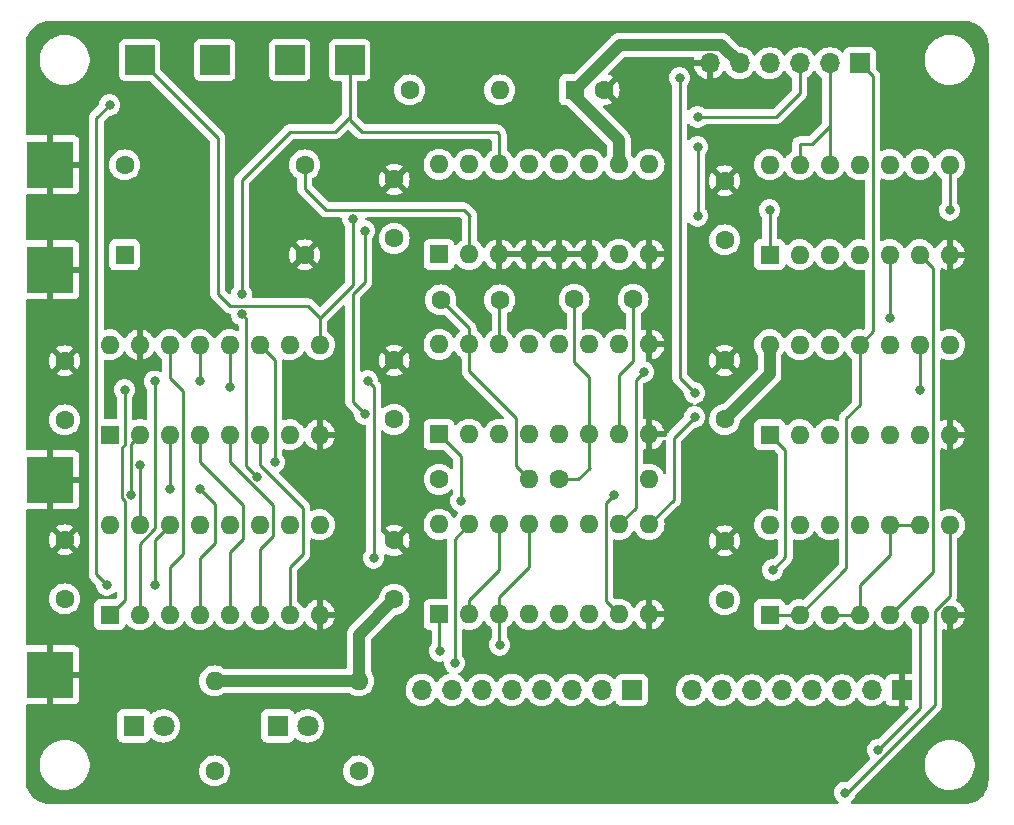
<source format=gbr>
%TF.GenerationSoftware,KiCad,Pcbnew,(6.0.9)*%
%TF.CreationDate,2023-08-16T20:18:10+02:00*%
%TF.ProjectId,sdcard-prototype,73646361-7264-42d7-9072-6f746f747970,rev?*%
%TF.SameCoordinates,Original*%
%TF.FileFunction,Copper,L1,Top*%
%TF.FilePolarity,Positive*%
%FSLAX46Y46*%
G04 Gerber Fmt 4.6, Leading zero omitted, Abs format (unit mm)*
G04 Created by KiCad (PCBNEW (6.0.9)) date 2023-08-16 20:18:10*
%MOMM*%
%LPD*%
G01*
G04 APERTURE LIST*
%TA.AperFunction,ComponentPad*%
%ADD10R,2.500000X2.500000*%
%TD*%
%TA.AperFunction,SMDPad,CuDef*%
%ADD11R,4.000000X4.000000*%
%TD*%
%TA.AperFunction,ComponentPad*%
%ADD12C,1.600000*%
%TD*%
%TA.AperFunction,ComponentPad*%
%ADD13R,1.600000X1.600000*%
%TD*%
%TA.AperFunction,ComponentPad*%
%ADD14O,1.600000X1.600000*%
%TD*%
%TA.AperFunction,ComponentPad*%
%ADD15R,1.800000X1.800000*%
%TD*%
%TA.AperFunction,ComponentPad*%
%ADD16C,1.800000*%
%TD*%
%TA.AperFunction,ComponentPad*%
%ADD17R,1.700000X1.700000*%
%TD*%
%TA.AperFunction,ComponentPad*%
%ADD18O,1.700000X1.700000*%
%TD*%
%TA.AperFunction,ViaPad*%
%ADD19C,0.800000*%
%TD*%
%TA.AperFunction,Conductor*%
%ADD20C,0.250000*%
%TD*%
%TA.AperFunction,Conductor*%
%ADD21C,1.000000*%
%TD*%
G04 APERTURE END LIST*
D10*
%TO.P,TP4,1,1*%
%TO.N,~{CS}*%
X49530000Y-38100000D03*
%TD*%
%TO.P,TP3,1,1*%
%TO.N,CLK*%
X54610000Y-38100000D03*
%TD*%
%TO.P,TP2,1,1*%
%TO.N,MISO*%
X43180000Y-38100000D03*
%TD*%
%TO.P,TP1,1,1*%
%TO.N,MOSI*%
X36830000Y-38100000D03*
%TD*%
D11*
%TO.P,TP8,1,1*%
%TO.N,GND*%
X29210000Y-90170000D03*
%TD*%
%TO.P,TP7,1,1*%
%TO.N,GND*%
X29210000Y-73660000D03*
%TD*%
%TO.P,TP6,1,1*%
%TO.N,GND*%
X29210000Y-55880000D03*
%TD*%
%TO.P,TP5,1,1*%
%TO.N,GND*%
X29210000Y-46990000D03*
%TD*%
D12*
%TO.P,C4,1*%
%TO.N,VCC*%
X86360000Y-83820000D03*
%TO.P,C4,2*%
%TO.N,GND*%
X86360000Y-78820000D03*
%TD*%
D13*
%TO.P,C3,1*%
%TO.N,VCC*%
X73660000Y-40640000D03*
D12*
%TO.P,C3,2*%
%TO.N,GND*%
X76160000Y-40640000D03*
%TD*%
D13*
%TO.P,U2,1,E*%
%TO.N,~{RD}*%
X62180000Y-85040000D03*
D14*
%TO.P,U2,2,A0*%
%TO.N,A0*%
X64720000Y-85040000D03*
%TO.P,U2,3,A1*%
%TO.N,A1*%
X67260000Y-85040000D03*
%TO.P,U2,4,O0*%
%TO.N,~{SER_RD}*%
X69800000Y-85040000D03*
%TO.P,U2,5,O1*%
%TO.N,unconnected-(U2-Pad5)*%
X72340000Y-85040000D03*
%TO.P,U2,6,O2*%
%TO.N,~{SDOUT_SET}*%
X74880000Y-85040000D03*
%TO.P,U2,7,O3*%
%TO.N,~{SDOUT_RESET}*%
X77420000Y-85040000D03*
%TO.P,U2,8,GND*%
%TO.N,GND*%
X79960000Y-85040000D03*
%TO.P,U2,9,O3*%
%TO.N,~{SDCS_RESET}*%
X79960000Y-77420000D03*
%TO.P,U2,10,O2*%
%TO.N,~{SDCS_SET}*%
X77420000Y-77420000D03*
%TO.P,U2,11,O1*%
%TO.N,~{CLKSTART}*%
X74880000Y-77420000D03*
%TO.P,U2,12,O0*%
%TO.N,~{SER_WR}*%
X72340000Y-77420000D03*
%TO.P,U2,13,A1*%
%TO.N,A1*%
X69800000Y-77420000D03*
%TO.P,U2,14,A0*%
%TO.N,A0*%
X67260000Y-77420000D03*
%TO.P,U2,15,E*%
%TO.N,~{WR}*%
X64720000Y-77420000D03*
%TO.P,U2,16,VCC*%
%TO.N,VCC*%
X62180000Y-77420000D03*
%TD*%
D13*
%TO.P,U8,1,QB*%
%TO.N,D1*%
X34280000Y-85080000D03*
D14*
%TO.P,U8,2,QC*%
%TO.N,D2*%
X36820000Y-85080000D03*
%TO.P,U8,3,QD*%
%TO.N,D3*%
X39360000Y-85080000D03*
%TO.P,U8,4,QE*%
%TO.N,D4*%
X41900000Y-85080000D03*
%TO.P,U8,5,QF*%
%TO.N,D5*%
X44440000Y-85080000D03*
%TO.P,U8,6,QG*%
%TO.N,D6*%
X46980000Y-85080000D03*
%TO.P,U8,7,QH*%
%TO.N,D7*%
X49520000Y-85080000D03*
%TO.P,U8,8,GND*%
%TO.N,GND*%
X52060000Y-85080000D03*
%TO.P,U8,9,QH'*%
%TO.N,unconnected-(U8-Pad9)*%
X52060000Y-77460000D03*
%TO.P,U8,10,~{SRCLR}*%
%TO.N,VCC*%
X49520000Y-77460000D03*
%TO.P,U8,11,SRCLK*%
%TO.N,CLK*%
X46980000Y-77460000D03*
%TO.P,U8,12,RCLK*%
%TO.N,~{CLK}*%
X44440000Y-77460000D03*
%TO.P,U8,13,~{OE}*%
%TO.N,~{SER_RD}*%
X41900000Y-77460000D03*
%TO.P,U8,14,SER*%
%TO.N,MISO*%
X39360000Y-77460000D03*
%TO.P,U8,15,QA*%
%TO.N,D0*%
X36820000Y-77460000D03*
%TO.P,U8,16,VCC*%
%TO.N,VCC*%
X34280000Y-77460000D03*
%TD*%
D12*
%TO.P,R4,1*%
%TO.N,VCC*%
X62190000Y-73620000D03*
D14*
%TO.P,R4,2*%
%TO.N,Net-(C1-Pad2)*%
X69810000Y-73620000D03*
%TD*%
D12*
%TO.P,C8,1*%
%TO.N,VCC*%
X58380000Y-53220000D03*
%TO.P,C8,2*%
%TO.N,GND*%
X58380000Y-48220000D03*
%TD*%
D13*
%TO.P,U1,1,A*%
%TO.N,~{CLKSTART}*%
X62180000Y-69800000D03*
D14*
%TO.P,U1,2,B*%
%TO.N,VCC*%
X64720000Y-69800000D03*
%TO.P,U1,3,Clr*%
X67260000Y-69800000D03*
%TO.P,U1,4,~{Q}*%
%TO.N,unconnected-(U1-Pad4)*%
X69800000Y-69800000D03*
%TO.P,U1,5,Q*%
%TO.N,unconnected-(U1-Pad5)*%
X72340000Y-69800000D03*
%TO.P,U1,6,Cext*%
%TO.N,Net-(C2-Pad1)*%
X74880000Y-69800000D03*
%TO.P,U1,7,RCext*%
%TO.N,Net-(C2-Pad2)*%
X77420000Y-69800000D03*
%TO.P,U1,8,GND*%
%TO.N,GND*%
X79960000Y-69800000D03*
%TO.P,U1,9,A*%
X79960000Y-62180000D03*
%TO.P,U1,10,B*%
%TO.N,Net-(U1-Pad10)*%
X77420000Y-62180000D03*
%TO.P,U1,11,Clr*%
%TO.N,VCC*%
X74880000Y-62180000D03*
%TO.P,U1,12,~{Q}*%
%TO.N,~{CLKSTART_DB}*%
X72340000Y-62180000D03*
%TO.P,U1,13,Q*%
%TO.N,Net-(U1-Pad10)*%
X69800000Y-62180000D03*
%TO.P,U1,14,Cext*%
%TO.N,Net-(C1-Pad1)*%
X67260000Y-62180000D03*
%TO.P,U1,15,RCext*%
%TO.N,Net-(C1-Pad2)*%
X64720000Y-62180000D03*
%TO.P,U1,16,VCC*%
%TO.N,VCC*%
X62180000Y-62180000D03*
%TD*%
D13*
%TO.P,U3,1*%
%TO.N,~{CLKSTOP}*%
X90165000Y-54600000D03*
D14*
%TO.P,U3,2*%
%TO.N,SD_SPI*%
X92705000Y-54600000D03*
%TO.P,U3,3*%
%TO.N,Net-(U3-Pad3)*%
X95245000Y-54600000D03*
%TO.P,U3,4*%
X97785000Y-54600000D03*
%TO.P,U3,5*%
%TO.N,~{CLKSTART_DB}*%
X100325000Y-54600000D03*
%TO.P,U3,6*%
%TO.N,SD_SPI*%
X102865000Y-54600000D03*
%TO.P,U3,7,GND*%
%TO.N,GND*%
X105405000Y-54600000D03*
%TO.P,U3,8*%
%TO.N,~{CLKSTOP}*%
X105405000Y-46980000D03*
%TO.P,U3,9*%
%TO.N,CLKSTOP*%
X102865000Y-46980000D03*
%TO.P,U3,10*%
X100325000Y-46980000D03*
%TO.P,U3,11*%
%TO.N,~{CLK}*%
X97785000Y-46980000D03*
%TO.P,U3,12*%
%TO.N,CLK*%
X95245000Y-46980000D03*
%TO.P,U3,13*%
X92705000Y-46980000D03*
%TO.P,U3,14,VCC*%
%TO.N,VCC*%
X90165000Y-46980000D03*
%TD*%
D15*
%TO.P,D2,1,K*%
%TO.N,Net-(D2-Pad1)*%
X36317000Y-94488000D03*
D16*
%TO.P,D2,2,A*%
%TO.N,Net-(D2-Pad2)*%
X38857000Y-94488000D03*
%TD*%
D13*
%TO.P,U7,1,~{PL}*%
%TO.N,~{SER_WR}*%
X34280000Y-69840000D03*
D14*
%TO.P,U7,2,CP*%
%TO.N,~{CLK}*%
X36820000Y-69840000D03*
%TO.P,U7,3,D4*%
%TO.N,D4*%
X39360000Y-69840000D03*
%TO.P,U7,4,D5*%
%TO.N,D5*%
X41900000Y-69840000D03*
%TO.P,U7,5,D6*%
%TO.N,D6*%
X44440000Y-69840000D03*
%TO.P,U7,6,D7*%
%TO.N,D7*%
X46980000Y-69840000D03*
%TO.P,U7,7,~{Q7}*%
%TO.N,unconnected-(U7-Pad7)*%
X49520000Y-69840000D03*
%TO.P,U7,8,GND*%
%TO.N,GND*%
X52060000Y-69840000D03*
%TO.P,U7,9,Q7*%
%TO.N,MOSI*%
X52060000Y-62220000D03*
%TO.P,U7,10,DS*%
%TO.N,VCC*%
X49520000Y-62220000D03*
%TO.P,U7,11,D0*%
%TO.N,D0*%
X46980000Y-62220000D03*
%TO.P,U7,12,D1*%
%TO.N,D1*%
X44440000Y-62220000D03*
%TO.P,U7,13,D2*%
%TO.N,D2*%
X41900000Y-62220000D03*
%TO.P,U7,14,D3*%
%TO.N,D3*%
X39360000Y-62220000D03*
%TO.P,U7,15,~{CE}*%
%TO.N,GND*%
X36820000Y-62220000D03*
%TO.P,U7,16,VCC*%
%TO.N,VCC*%
X34280000Y-62220000D03*
%TD*%
D12*
%TO.P,R2,1*%
%TO.N,Net-(D1-Pad2)*%
X55372000Y-98298000D03*
D14*
%TO.P,R2,2*%
%TO.N,VCC*%
X55372000Y-90678000D03*
%TD*%
D17*
%TO.P,J3,1,Pin_1*%
%TO.N,~{CS}*%
X97790000Y-38379000D03*
D18*
%TO.P,J3,2,Pin_2*%
%TO.N,CLK*%
X95250000Y-38379000D03*
%TO.P,J3,3,Pin_3*%
%TO.N,MOSI*%
X92710000Y-38379000D03*
%TO.P,J3,4,Pin_4*%
%TO.N,MISO*%
X90170000Y-38379000D03*
%TO.P,J3,5,Pin_5*%
%TO.N,VCC*%
X87630000Y-38379000D03*
%TO.P,J3,6,Pin_6*%
%TO.N,GND*%
X85090000Y-38379000D03*
%TD*%
D12*
%TO.P,C10,1*%
%TO.N,VCC*%
X86360000Y-53340000D03*
%TO.P,C10,2*%
%TO.N,GND*%
X86360000Y-48340000D03*
%TD*%
%TO.P,C7,1*%
%TO.N,VCC*%
X58380000Y-83780000D03*
%TO.P,C7,2*%
%TO.N,GND*%
X58380000Y-78780000D03*
%TD*%
D13*
%TO.P,X1,1,NC*%
%TO.N,unconnected-(X1-Pad1)*%
X35560000Y-54610000D03*
D12*
%TO.P,X1,7,GND*%
%TO.N,GND*%
X50800000Y-54610000D03*
%TO.P,X1,8,OUT*%
%TO.N,16MHz*%
X50800000Y-46990000D03*
%TO.P,X1,14,Vcc*%
%TO.N,VCC*%
X35560000Y-46990000D03*
%TD*%
%TO.P,C2,1*%
%TO.N,Net-(C2-Pad1)*%
X73620000Y-58380000D03*
%TO.P,C2,2*%
%TO.N,Net-(C2-Pad2)*%
X78620000Y-58380000D03*
%TD*%
D17*
%TO.P,J2,1,Pin_1*%
%TO.N,GND*%
X101346000Y-91465000D03*
D18*
%TO.P,J2,2,Pin_2*%
%TO.N,A0*%
X98806000Y-91465000D03*
%TO.P,J2,3,Pin_3*%
%TO.N,A1*%
X96266000Y-91465000D03*
%TO.P,J2,4,Pin_4*%
%TO.N,~{RD}*%
X93726000Y-91465000D03*
%TO.P,J2,5,Pin_5*%
%TO.N,~{WR}*%
X91186000Y-91465000D03*
%TO.P,J2,6,Pin_6*%
%TO.N,unconnected-(J2-Pad6)*%
X88646000Y-91465000D03*
%TO.P,J2,7,Pin_7*%
%TO.N,unconnected-(J2-Pad7)*%
X86106000Y-91465000D03*
%TO.P,J2,8,Pin_8*%
%TO.N,VCC*%
X83566000Y-91465000D03*
%TD*%
D12*
%TO.P,C1,1*%
%TO.N,Net-(C1-Pad1)*%
X67310000Y-58420000D03*
%TO.P,C1,2*%
%TO.N,Net-(C1-Pad2)*%
X62310000Y-58420000D03*
%TD*%
D13*
%TO.P,U4,1*%
%TO.N,~{SDOUT_SET}*%
X90165000Y-69840000D03*
D14*
%TO.P,U4,2*%
%TO.N,Net-(R1-Pad1)*%
X92705000Y-69840000D03*
%TO.P,U4,3*%
%TO.N,Net-(U4-Pad3)*%
X95245000Y-69840000D03*
%TO.P,U4,4*%
X97785000Y-69840000D03*
%TO.P,U4,5*%
%TO.N,~{SDOUT_RESET}*%
X100325000Y-69840000D03*
%TO.P,U4,6*%
%TO.N,Net-(R1-Pad1)*%
X102865000Y-69840000D03*
%TO.P,U4,7,GND*%
%TO.N,GND*%
X105405000Y-69840000D03*
%TO.P,U4,8*%
%TO.N,Net-(U4-Pad12)*%
X105405000Y-62220000D03*
%TO.P,U4,9*%
%TO.N,~{SDCS_RESET}*%
X102865000Y-62220000D03*
%TO.P,U4,10*%
%TO.N,~{CS}*%
X100325000Y-62220000D03*
%TO.P,U4,11*%
X97785000Y-62220000D03*
%TO.P,U4,12*%
%TO.N,Net-(U4-Pad12)*%
X95245000Y-62220000D03*
%TO.P,U4,13*%
%TO.N,~{SDCS_SET}*%
X92705000Y-62220000D03*
%TO.P,U4,14,VCC*%
%TO.N,VCC*%
X90165000Y-62220000D03*
%TD*%
D12*
%TO.P,C6,1*%
%TO.N,VCC*%
X30480000Y-83740000D03*
%TO.P,C6,2*%
%TO.N,GND*%
X30480000Y-78740000D03*
%TD*%
D17*
%TO.P,J1,1,Pin_1*%
%TO.N,D0*%
X78486000Y-91440000D03*
D18*
%TO.P,J1,2,Pin_2*%
%TO.N,D1*%
X75946000Y-91440000D03*
%TO.P,J1,3,Pin_3*%
%TO.N,D2*%
X73406000Y-91440000D03*
%TO.P,J1,4,Pin_4*%
%TO.N,D3*%
X70866000Y-91440000D03*
%TO.P,J1,5,Pin_5*%
%TO.N,D4*%
X68326000Y-91440000D03*
%TO.P,J1,6,Pin_6*%
%TO.N,D5*%
X65786000Y-91440000D03*
%TO.P,J1,7,Pin_7*%
%TO.N,D6*%
X63246000Y-91440000D03*
%TO.P,J1,8,Pin_8*%
%TO.N,D7*%
X60706000Y-91440000D03*
%TD*%
D15*
%TO.P,D1,1,K*%
%TO.N,Net-(D1-Pad1)*%
X48509000Y-94488000D03*
D16*
%TO.P,D1,2,A*%
%TO.N,Net-(D1-Pad2)*%
X51049000Y-94488000D03*
%TD*%
D12*
%TO.P,C11,1*%
%TO.N,VCC*%
X86360000Y-68540000D03*
%TO.P,C11,2*%
%TO.N,GND*%
X86360000Y-63540000D03*
%TD*%
%TO.P,C5,1*%
%TO.N,VCC*%
X58380000Y-68540000D03*
%TO.P,C5,2*%
%TO.N,GND*%
X58380000Y-63540000D03*
%TD*%
D13*
%TO.P,U5,1,~{MR}*%
%TO.N,SD_SPI*%
X62180000Y-54560000D03*
D14*
%TO.P,U5,2,CP*%
%TO.N,16MHz*%
X64720000Y-54560000D03*
%TO.P,U5,3,D0*%
%TO.N,GND*%
X67260000Y-54560000D03*
%TO.P,U5,4,D1*%
X69800000Y-54560000D03*
%TO.P,U5,5,D2*%
X72340000Y-54560000D03*
%TO.P,U5,6,D3*%
X74880000Y-54560000D03*
%TO.P,U5,7,CEP*%
%TO.N,VCC*%
X77420000Y-54560000D03*
%TO.P,U5,8,GND*%
%TO.N,GND*%
X79960000Y-54560000D03*
%TO.P,U5,9,~{PE}*%
%TO.N,VCC*%
X79960000Y-46940000D03*
%TO.P,U5,10,CET*%
X77420000Y-46940000D03*
%TO.P,U5,11,Q3*%
%TO.N,unconnected-(U5-Pad11)*%
X74880000Y-46940000D03*
%TO.P,U5,12,Q2*%
%TO.N,unconnected-(U5-Pad12)*%
X72340000Y-46940000D03*
%TO.P,U5,13,Q1*%
%TO.N,unconnected-(U5-Pad13)*%
X69800000Y-46940000D03*
%TO.P,U5,14,Q0*%
%TO.N,CLK*%
X67260000Y-46940000D03*
%TO.P,U5,15,TC*%
%TO.N,CLKSTOP*%
X64720000Y-46940000D03*
%TO.P,U5,16,VCC*%
%TO.N,VCC*%
X62180000Y-46940000D03*
%TD*%
D12*
%TO.P,C9,1*%
%TO.N,VCC*%
X30480000Y-68580000D03*
%TO.P,C9,2*%
%TO.N,GND*%
X30480000Y-63580000D03*
%TD*%
%TO.P,R1,1*%
%TO.N,Net-(R1-Pad1)*%
X59690000Y-40640000D03*
D14*
%TO.P,R1,2*%
%TO.N,MISO*%
X67310000Y-40640000D03*
%TD*%
D13*
%TO.P,U6,1*%
%TO.N,~{CS}*%
X90165000Y-85080000D03*
D14*
%TO.P,U6,2*%
X92705000Y-85080000D03*
%TO.P,U6,3*%
%TO.N,Net-(U6-Pad10)*%
X95245000Y-85080000D03*
%TO.P,U6,4*%
X97785000Y-85080000D03*
%TO.P,U6,5*%
%TO.N,SD_SPI*%
X100325000Y-85080000D03*
%TO.P,U6,6*%
%TO.N,Net-(D1-Pad1)*%
X102865000Y-85080000D03*
%TO.P,U6,7,GND*%
%TO.N,GND*%
X105405000Y-85080000D03*
%TO.P,U6,8*%
%TO.N,Net-(D2-Pad1)*%
X105405000Y-77460000D03*
%TO.P,U6,9*%
%TO.N,Net-(U6-Pad10)*%
X102865000Y-77460000D03*
%TO.P,U6,10*%
X100325000Y-77460000D03*
%TO.P,U6,11*%
%TO.N,unconnected-(U6-Pad11)*%
X97785000Y-77460000D03*
%TO.P,U6,12*%
%TO.N,VCC*%
X95245000Y-77460000D03*
%TO.P,U6,13*%
X92705000Y-77460000D03*
%TO.P,U6,14,VCC*%
X90165000Y-77460000D03*
%TD*%
D12*
%TO.P,R3,1*%
%TO.N,Net-(D2-Pad2)*%
X43180000Y-98298000D03*
D14*
%TO.P,R3,2*%
%TO.N,VCC*%
X43180000Y-90678000D03*
%TD*%
D12*
%TO.P,R5,1*%
%TO.N,Net-(C2-Pad1)*%
X72350000Y-73620000D03*
D14*
%TO.P,R5,2*%
%TO.N,VCC*%
X79970000Y-73620000D03*
%TD*%
D19*
%TO.N,~{CLK}*%
X55880000Y-68072000D03*
X36068000Y-74930000D03*
%TO.N,Net-(D2-Pad1)*%
X96530285Y-100137614D03*
%TO.N,Net-(D1-Pad1)*%
X99314000Y-96520000D03*
%TO.N,~{SDOUT_SET}*%
X90424000Y-81280000D03*
%TO.N,~{SDOUT_RESET}*%
X76962000Y-74930000D03*
%TO.N,~{SDCS_RESET}*%
X83820000Y-68326000D03*
X102870000Y-66040000D03*
%TO.N,~{SDCS_SET}*%
X79502000Y-64516000D03*
%TO.N,Net-(R1-Pad1)*%
X83820000Y-66294000D03*
X82550000Y-39624000D03*
%TO.N,~{CLKSTART_DB}*%
X100330000Y-59944000D03*
%TO.N,~{CLK}*%
X55880000Y-52578000D03*
%TO.N,~{SER_WR}*%
X56642000Y-80264000D03*
X56134000Y-65278000D03*
%TO.N,MISO*%
X34290000Y-41910000D03*
X34036000Y-82550000D03*
X38100000Y-82550000D03*
%TO.N,~{CLKSTART}*%
X64008000Y-75438000D03*
%TO.N,~{CLKSTOP}*%
X90170000Y-50800000D03*
X105410000Y-50800000D03*
%TO.N,D0*%
X48260000Y-72136000D03*
X36830000Y-72390000D03*
%TO.N,D1*%
X44450000Y-65786000D03*
X35560000Y-66040000D03*
%TO.N,D2*%
X41910000Y-65278000D03*
X38100000Y-65315500D03*
%TO.N,D4*%
X39370000Y-74422000D03*
X41910000Y-74422000D03*
%TO.N,A1*%
X67310000Y-87630000D03*
%TO.N,~{RD}*%
X62230000Y-88138000D03*
%TO.N,~{WR}*%
X63500000Y-89154000D03*
%TO.N,CLK*%
X46740299Y-73401701D03*
X45466000Y-57912000D03*
X45466000Y-59652500D03*
%TO.N,MOSI*%
X84074000Y-51308000D03*
X84074000Y-45466000D03*
X54864000Y-51562000D03*
X84074000Y-42926000D03*
%TD*%
D20*
%TO.N,~{SDCS_RESET}*%
X82037701Y-70108299D02*
X82037701Y-75342299D01*
X83820000Y-68326000D02*
X82037701Y-70108299D01*
%TO.N,~{CLK}*%
X55880000Y-56896000D02*
X55880000Y-52578000D01*
X54864000Y-67056000D02*
X54864000Y-57912000D01*
X55880000Y-68072000D02*
X54864000Y-67056000D01*
X54864000Y-57912000D02*
X55880000Y-56896000D01*
%TO.N,~{SER_WR}*%
X56642000Y-65786000D02*
X56134000Y-65278000D01*
X56642000Y-80264000D02*
X56642000Y-65786000D01*
%TO.N,D1*%
X35560000Y-75447305D02*
X35560000Y-83800000D01*
X35560000Y-83800000D02*
X34280000Y-85080000D01*
X35343000Y-75230305D02*
X35560000Y-75447305D01*
X35560000Y-70670000D02*
X35343000Y-70887000D01*
X35343000Y-70887000D02*
X35343000Y-75230305D01*
X35560000Y-66040000D02*
X35560000Y-70670000D01*
%TO.N,Net-(R1-Pad1)*%
X82550000Y-65024000D02*
X82550000Y-39624000D01*
D21*
%TO.N,VCC*%
X77471000Y-36829000D02*
X73660000Y-40640000D01*
X86080000Y-36829000D02*
X77471000Y-36829000D01*
X87630000Y-38379000D02*
X86080000Y-36829000D01*
X90165000Y-64735000D02*
X90165000Y-62220000D01*
X86360000Y-68540000D02*
X90165000Y-64735000D01*
X43180000Y-90678000D02*
X55372000Y-90678000D01*
D20*
%TO.N,~{CLK}*%
X36068000Y-70592000D02*
X36068000Y-74930000D01*
X36820000Y-69840000D02*
X36068000Y-70592000D01*
%TO.N,Net-(D2-Pad1)*%
X96721691Y-100137614D02*
X96530285Y-100137614D01*
X104140000Y-84754009D02*
X104140000Y-92719305D01*
X105405000Y-83489009D02*
X104140000Y-84754009D01*
X105405000Y-77460000D02*
X105405000Y-83489009D01*
X104140000Y-92719305D02*
X96721691Y-100137614D01*
%TO.N,Net-(D1-Pad1)*%
X102865000Y-92969000D02*
X99314000Y-96520000D01*
X102865000Y-85080000D02*
X102865000Y-92969000D01*
%TO.N,~{SDOUT_SET}*%
X91491991Y-80212009D02*
X90424000Y-81280000D01*
X91491991Y-71166991D02*
X91491991Y-80212009D01*
X90165000Y-69840000D02*
X91491991Y-71166991D01*
%TO.N,~{SDOUT_RESET}*%
X76295000Y-83915000D02*
X77420000Y-85040000D01*
X76962000Y-74930000D02*
X76295000Y-75597000D01*
X76295000Y-75597000D02*
X76295000Y-83915000D01*
%TO.N,~{SDCS_RESET}*%
X102865000Y-66035000D02*
X102865000Y-62220000D01*
X102870000Y-66040000D02*
X102865000Y-66035000D01*
X79960000Y-77420000D02*
X82037701Y-75342299D01*
%TO.N,~{SDCS_SET}*%
X78835000Y-65183000D02*
X79502000Y-64516000D01*
X78835000Y-76005000D02*
X78835000Y-65183000D01*
X77420000Y-77420000D02*
X78835000Y-76005000D01*
%TO.N,Net-(R1-Pad1)*%
X82550000Y-65024000D02*
X83820000Y-66294000D01*
D21*
%TO.N,VCC*%
X73660000Y-41148000D02*
X77420000Y-44908000D01*
X73660000Y-40640000D02*
X73660000Y-41148000D01*
X77420000Y-44908000D02*
X77420000Y-46940000D01*
D20*
%TO.N,CLK*%
X93721000Y-45217000D02*
X92705000Y-45217000D01*
X95250000Y-43688000D02*
X93721000Y-45217000D01*
X95250000Y-43434000D02*
X95250000Y-43688000D01*
%TO.N,~{CLKSTART_DB}*%
X100330000Y-59944000D02*
X100325000Y-59939000D01*
X100325000Y-59939000D02*
X100325000Y-54600000D01*
%TO.N,MISO*%
X34036000Y-82550000D02*
X33155000Y-81669000D01*
X33155000Y-81669000D02*
X33155000Y-43045000D01*
X38100000Y-78720000D02*
X38100000Y-82550000D01*
X33155000Y-43045000D02*
X34290000Y-41910000D01*
X39360000Y-77460000D02*
X38100000Y-78720000D01*
%TO.N,~{CLKSTART}*%
X64008000Y-71628000D02*
X64008000Y-75438000D01*
X62180000Y-69800000D02*
X64008000Y-71628000D01*
%TO.N,~{CS}*%
X98910000Y-61095000D02*
X97785000Y-62220000D01*
X98910000Y-39499000D02*
X98910000Y-61095000D01*
X97790000Y-38379000D02*
X98910000Y-39499000D01*
X92705000Y-85080000D02*
X90165000Y-85080000D01*
X96660000Y-81140000D02*
X96645000Y-81140000D01*
X96660000Y-68440000D02*
X96660000Y-81140000D01*
X97785000Y-67315000D02*
X96660000Y-68440000D01*
X97785000Y-62220000D02*
X97785000Y-67315000D01*
X96645000Y-81140000D02*
X92705000Y-85080000D01*
%TO.N,Net-(U6-Pad10)*%
X97785000Y-82555000D02*
X97785000Y-85080000D01*
X100325000Y-80015000D02*
X97785000Y-82555000D01*
X100325000Y-77460000D02*
X100325000Y-80015000D01*
X97785000Y-85080000D02*
X95245000Y-85080000D01*
X102865000Y-77460000D02*
X100325000Y-77460000D01*
%TO.N,SD_SPI*%
X103975000Y-81430000D02*
X100325000Y-85080000D01*
X103990000Y-81430000D02*
X103975000Y-81430000D01*
X103990000Y-55725000D02*
X103990000Y-81430000D01*
X102865000Y-54600000D02*
X103990000Y-55725000D01*
%TO.N,~{CLKSTOP}*%
X90165000Y-50805000D02*
X90165000Y-54600000D01*
X90170000Y-50800000D02*
X90165000Y-50805000D01*
X105405000Y-50795000D02*
X105410000Y-50800000D01*
X105405000Y-46980000D02*
X105405000Y-50795000D01*
%TO.N,Net-(C1-Pad1)*%
X67260000Y-58470000D02*
X67310000Y-58420000D01*
X67260000Y-62180000D02*
X67260000Y-58470000D01*
%TO.N,Net-(C1-Pad2)*%
X64720000Y-62180000D02*
X64720000Y-60830000D01*
X64720000Y-64466000D02*
X64720000Y-62180000D01*
X64720000Y-60830000D02*
X62310000Y-58420000D01*
X68675000Y-72485000D02*
X68675000Y-68421000D01*
X69810000Y-73620000D02*
X68675000Y-72485000D01*
X68675000Y-68421000D02*
X64720000Y-64466000D01*
%TO.N,Net-(C2-Pad1)*%
X72350000Y-73620000D02*
X73954000Y-73620000D01*
X74880000Y-64974000D02*
X73620000Y-63714000D01*
X74880000Y-69800000D02*
X74880000Y-64974000D01*
X73620000Y-63714000D02*
X73620000Y-58380000D01*
X74880000Y-72594000D02*
X74880000Y-69800000D01*
X74930000Y-72644000D02*
X74880000Y-72594000D01*
X73954000Y-73620000D02*
X74930000Y-72644000D01*
%TO.N,Net-(C2-Pad2)*%
X77420000Y-64820000D02*
X78620000Y-63620000D01*
X77420000Y-69800000D02*
X77420000Y-64820000D01*
X78620000Y-63620000D02*
X78620000Y-58380000D01*
D21*
%TO.N,VCC*%
X55372000Y-90678000D02*
X55372000Y-86788000D01*
X55372000Y-86788000D02*
X58380000Y-83780000D01*
D20*
%TO.N,D0*%
X48260000Y-72136000D02*
X48260000Y-63500000D01*
X36820000Y-72400000D02*
X36830000Y-72390000D01*
X48260000Y-63500000D02*
X46980000Y-62220000D01*
X36820000Y-77460000D02*
X36820000Y-72400000D01*
%TO.N,D1*%
X44440000Y-65776000D02*
X44440000Y-62220000D01*
X44450000Y-65786000D02*
X44440000Y-65776000D01*
%TO.N,D2*%
X41900000Y-65268000D02*
X41900000Y-62220000D01*
X36820000Y-85080000D02*
X36820000Y-79050991D01*
X36820000Y-79050991D02*
X37945000Y-77925991D01*
X38100000Y-77770991D02*
X38100000Y-65315500D01*
X41910000Y-65278000D02*
X41900000Y-65268000D01*
X37945000Y-77925991D02*
X38100000Y-77770991D01*
%TO.N,D3*%
X39360000Y-65014000D02*
X39360000Y-62220000D01*
X39360000Y-85080000D02*
X39360000Y-81036000D01*
X39360000Y-81036000D02*
X40485000Y-79911000D01*
X40485000Y-79911000D02*
X40485000Y-66139000D01*
X40485000Y-66139000D02*
X39360000Y-65014000D01*
%TO.N,D4*%
X43180000Y-75692000D02*
X41910000Y-74422000D01*
X39360000Y-74412000D02*
X39360000Y-69840000D01*
X43180000Y-78994000D02*
X43180000Y-75692000D01*
X41900000Y-80274000D02*
X43180000Y-78994000D01*
X41900000Y-85080000D02*
X41900000Y-80274000D01*
X39370000Y-74422000D02*
X39360000Y-74412000D01*
%TO.N,D5*%
X45565000Y-78641000D02*
X45565000Y-75791000D01*
X45565000Y-75791000D02*
X41900000Y-72126000D01*
X41900000Y-72126000D02*
X41900000Y-69840000D01*
X44440000Y-85080000D02*
X44440000Y-79766000D01*
X44440000Y-79766000D02*
X45565000Y-78641000D01*
%TO.N,D6*%
X44440000Y-72126000D02*
X44440000Y-69840000D01*
X48105000Y-75791000D02*
X44440000Y-72126000D01*
X46980000Y-79512000D02*
X48105000Y-78387000D01*
X48105000Y-78387000D02*
X48105000Y-75791000D01*
X46980000Y-85080000D02*
X46980000Y-79512000D01*
%TO.N,D7*%
X50645000Y-76045000D02*
X46980000Y-72380000D01*
X49520000Y-81036000D02*
X50645000Y-79911000D01*
X49520000Y-85080000D02*
X49520000Y-81036000D01*
X50645000Y-79911000D02*
X50645000Y-76045000D01*
X46980000Y-72380000D02*
X46980000Y-69840000D01*
%TO.N,A0*%
X64720000Y-85040000D02*
X64720000Y-83870000D01*
X64720000Y-83870000D02*
X67260000Y-81330000D01*
X67260000Y-81330000D02*
X67260000Y-77420000D01*
%TO.N,A1*%
X67310000Y-87630000D02*
X67260000Y-87580000D01*
X67260000Y-83616000D02*
X69800000Y-81076000D01*
X67260000Y-87580000D02*
X67260000Y-85040000D01*
X69800000Y-81076000D02*
X69800000Y-77420000D01*
X67260000Y-85040000D02*
X67260000Y-83616000D01*
%TO.N,~{RD}*%
X62230000Y-88138000D02*
X62180000Y-88088000D01*
X62180000Y-88088000D02*
X62180000Y-85040000D01*
%TO.N,~{WR}*%
X63500000Y-78640000D02*
X64720000Y-77420000D01*
X63500000Y-89154000D02*
X63500000Y-78640000D01*
%TO.N,CLK*%
X67260000Y-46940000D02*
X67260000Y-44400000D01*
X95250000Y-43434000D02*
X95245000Y-43439000D01*
X95245000Y-43439000D02*
X95245000Y-46980000D01*
X54610000Y-42926000D02*
X54610000Y-38100000D01*
X48260000Y-45466000D02*
X45466000Y-48260000D01*
X95250000Y-43434000D02*
X95250000Y-38379000D01*
X67260000Y-44400000D02*
X67056000Y-44196000D01*
X54610000Y-42926000D02*
X53340000Y-44196000D01*
X55626000Y-44196000D02*
X54610000Y-43180000D01*
X92705000Y-45217000D02*
X92705000Y-46980000D01*
X45855000Y-60041500D02*
X45855000Y-72516402D01*
X45855000Y-72516402D02*
X46740299Y-73401701D01*
X49530000Y-44196000D02*
X48260000Y-45466000D01*
X66802000Y-44196000D02*
X55626000Y-44196000D01*
X67056000Y-44196000D02*
X66802000Y-44196000D01*
X54610000Y-43180000D02*
X54610000Y-42926000D01*
X50038000Y-44196000D02*
X49530000Y-44196000D01*
X45466000Y-59652500D02*
X45855000Y-60041500D01*
X53340000Y-44196000D02*
X50038000Y-44196000D01*
X45466000Y-48260000D02*
X45466000Y-57912000D01*
%TO.N,MOSI*%
X52060000Y-59954000D02*
X54864000Y-57150000D01*
X52070000Y-59944000D02*
X52060000Y-59954000D01*
X84074000Y-51308000D02*
X84074000Y-45466000D01*
X92710000Y-40894000D02*
X92710000Y-38379000D01*
X51054000Y-58928000D02*
X52070000Y-59944000D01*
X52060000Y-59954000D02*
X52060000Y-62220000D01*
X84074000Y-42926000D02*
X90678000Y-42926000D01*
X54864000Y-57150000D02*
X54864000Y-51562000D01*
X43434000Y-57912000D02*
X44450000Y-58928000D01*
X90678000Y-42926000D02*
X92710000Y-40894000D01*
X44450000Y-58928000D02*
X51054000Y-58928000D01*
X43434000Y-44704000D02*
X43434000Y-57912000D01*
X36830000Y-38100000D02*
X43434000Y-44704000D01*
%TO.N,16MHz*%
X50800000Y-49022000D02*
X52578000Y-50800000D01*
X64770000Y-51308000D02*
X64720000Y-51358000D01*
X52578000Y-50800000D02*
X64262000Y-50800000D01*
X64262000Y-50800000D02*
X64770000Y-51308000D01*
X64720000Y-51358000D02*
X64720000Y-54560000D01*
X50800000Y-46990000D02*
X50800000Y-49022000D01*
%TD*%
%TA.AperFunction,Conductor*%
%TO.N,GND*%
G36*
X106650018Y-34800000D02*
G01*
X106664851Y-34802310D01*
X106664855Y-34802310D01*
X106673724Y-34803691D01*
X106682626Y-34802527D01*
X106682629Y-34802527D01*
X106690012Y-34801561D01*
X106714591Y-34800767D01*
X106741442Y-34802527D01*
X106936922Y-34815340D01*
X106953262Y-34817491D01*
X107075478Y-34841801D01*
X107197696Y-34866112D01*
X107213606Y-34870375D01*
X107449600Y-34950484D01*
X107464826Y-34956791D01*
X107688342Y-35067016D01*
X107702616Y-35075257D01*
X107909829Y-35213713D01*
X107922905Y-35223746D01*
X108110278Y-35388068D01*
X108121932Y-35399722D01*
X108286254Y-35587095D01*
X108296287Y-35600171D01*
X108434743Y-35807384D01*
X108442984Y-35821658D01*
X108553209Y-36045174D01*
X108559515Y-36060398D01*
X108639625Y-36296394D01*
X108643889Y-36312307D01*
X108692509Y-36556738D01*
X108694660Y-36573078D01*
X108708763Y-36788236D01*
X108707733Y-36811350D01*
X108707690Y-36814854D01*
X108706309Y-36823724D01*
X108707473Y-36832626D01*
X108707473Y-36832628D01*
X108710436Y-36855283D01*
X108711500Y-36871621D01*
X108711500Y-99010633D01*
X108710000Y-99030018D01*
X108707690Y-99044851D01*
X108707690Y-99044855D01*
X108706309Y-99053724D01*
X108707473Y-99062626D01*
X108707473Y-99062629D01*
X108708439Y-99070012D01*
X108709233Y-99094591D01*
X108694660Y-99316922D01*
X108692509Y-99333262D01*
X108643889Y-99577693D01*
X108639625Y-99593606D01*
X108561368Y-99824144D01*
X108559516Y-99829600D01*
X108553209Y-99844826D01*
X108442984Y-100068342D01*
X108434743Y-100082616D01*
X108296287Y-100289829D01*
X108286254Y-100302905D01*
X108121932Y-100490278D01*
X108110278Y-100501932D01*
X107922905Y-100666254D01*
X107909829Y-100676287D01*
X107702616Y-100814743D01*
X107688342Y-100822984D01*
X107464826Y-100933209D01*
X107449602Y-100939515D01*
X107213606Y-101019625D01*
X107197696Y-101023888D01*
X107075477Y-101048199D01*
X106953262Y-101072509D01*
X106936922Y-101074660D01*
X106788134Y-101084413D01*
X106721763Y-101088763D01*
X106698650Y-101087733D01*
X106695146Y-101087690D01*
X106686276Y-101086309D01*
X106677374Y-101087473D01*
X106677372Y-101087473D01*
X106663915Y-101089233D01*
X106654714Y-101090436D01*
X106638379Y-101091500D01*
X97150794Y-101091500D01*
X97082673Y-101071498D01*
X97036180Y-101017842D01*
X97026076Y-100947568D01*
X97055570Y-100882988D01*
X97076733Y-100863564D01*
X97132586Y-100822984D01*
X97141538Y-100816480D01*
X97269325Y-100674558D01*
X97364812Y-100509170D01*
X97370951Y-100490278D01*
X97412632Y-100361997D01*
X97443370Y-100311839D01*
X99832506Y-97922703D01*
X103300743Y-97922703D01*
X103338268Y-98207734D01*
X103414129Y-98485036D01*
X103415813Y-98488984D01*
X103523706Y-98741933D01*
X103526923Y-98749476D01*
X103674561Y-98996161D01*
X103854313Y-99220528D01*
X104062851Y-99418423D01*
X104296317Y-99586186D01*
X104300112Y-99588195D01*
X104300113Y-99588196D01*
X104321869Y-99599715D01*
X104550392Y-99720712D01*
X104820373Y-99819511D01*
X105101264Y-99880755D01*
X105129841Y-99883004D01*
X105324282Y-99898307D01*
X105324291Y-99898307D01*
X105326739Y-99898500D01*
X105482271Y-99898500D01*
X105484407Y-99898354D01*
X105484418Y-99898354D01*
X105692548Y-99884165D01*
X105692554Y-99884164D01*
X105696825Y-99883873D01*
X105701020Y-99883004D01*
X105701022Y-99883004D01*
X105885377Y-99844826D01*
X105978342Y-99825574D01*
X106249343Y-99729607D01*
X106504812Y-99597750D01*
X106508313Y-99595289D01*
X106508317Y-99595287D01*
X106702592Y-99458748D01*
X106740023Y-99432441D01*
X106878029Y-99304198D01*
X106947479Y-99239661D01*
X106947481Y-99239658D01*
X106950622Y-99236740D01*
X107132713Y-99014268D01*
X107282927Y-98769142D01*
X107398483Y-98505898D01*
X107477244Y-98229406D01*
X107517751Y-97944784D01*
X107517845Y-97926951D01*
X107519235Y-97661583D01*
X107519235Y-97661576D01*
X107519257Y-97657297D01*
X107481732Y-97372266D01*
X107405871Y-97094964D01*
X107293077Y-96830524D01*
X107145439Y-96583839D01*
X106965687Y-96359472D01*
X106757149Y-96161577D01*
X106523683Y-95993814D01*
X106501843Y-95982250D01*
X106478654Y-95969972D01*
X106269608Y-95859288D01*
X105999627Y-95760489D01*
X105718736Y-95699245D01*
X105687685Y-95696801D01*
X105495718Y-95681693D01*
X105495709Y-95681693D01*
X105493261Y-95681500D01*
X105337729Y-95681500D01*
X105335593Y-95681646D01*
X105335582Y-95681646D01*
X105127452Y-95695835D01*
X105127446Y-95695836D01*
X105123175Y-95696127D01*
X105118980Y-95696996D01*
X105118978Y-95696996D01*
X105083892Y-95704262D01*
X104841658Y-95754426D01*
X104570657Y-95850393D01*
X104566848Y-95852359D01*
X104323136Y-95978148D01*
X104315188Y-95982250D01*
X104311687Y-95984711D01*
X104311683Y-95984713D01*
X104305905Y-95988774D01*
X104079977Y-96147559D01*
X103869378Y-96343260D01*
X103687287Y-96565732D01*
X103537073Y-96810858D01*
X103421517Y-97074102D01*
X103342756Y-97350594D01*
X103302249Y-97635216D01*
X103302227Y-97639505D01*
X103302226Y-97639512D01*
X103300765Y-97918417D01*
X103300743Y-97922703D01*
X99832506Y-97922703D01*
X104532247Y-93222962D01*
X104540537Y-93215418D01*
X104547018Y-93211305D01*
X104593659Y-93161637D01*
X104596413Y-93158796D01*
X104616134Y-93139075D01*
X104618612Y-93135880D01*
X104626318Y-93126858D01*
X104651158Y-93100406D01*
X104656586Y-93094626D01*
X104664699Y-93079869D01*
X104666346Y-93076873D01*
X104677199Y-93060350D01*
X104684753Y-93050611D01*
X104689613Y-93044346D01*
X104707176Y-93003762D01*
X104712383Y-92993132D01*
X104733695Y-92954365D01*
X104735666Y-92946688D01*
X104735668Y-92946683D01*
X104738732Y-92934747D01*
X104745138Y-92916035D01*
X104750033Y-92904724D01*
X104753181Y-92897450D01*
X104754421Y-92889622D01*
X104754423Y-92889615D01*
X104760099Y-92853781D01*
X104762505Y-92842161D01*
X104771528Y-92807016D01*
X104771528Y-92807015D01*
X104773500Y-92799335D01*
X104773500Y-92779081D01*
X104775051Y-92759370D01*
X104776980Y-92747191D01*
X104778220Y-92739362D01*
X104774059Y-92695343D01*
X104773500Y-92683486D01*
X104773500Y-86426526D01*
X104793502Y-86358405D01*
X104847158Y-86311912D01*
X104917432Y-86301808D01*
X104945562Y-86310188D01*
X104945774Y-86309607D01*
X104961239Y-86315236D01*
X105133503Y-86361394D01*
X105147599Y-86361058D01*
X105151000Y-86353116D01*
X105151000Y-86347967D01*
X105659000Y-86347967D01*
X105662973Y-86361498D01*
X105671522Y-86362727D01*
X105848761Y-86315236D01*
X105859053Y-86311490D01*
X106056511Y-86219414D01*
X106066007Y-86213931D01*
X106244467Y-86088972D01*
X106252875Y-86081916D01*
X106406916Y-85927875D01*
X106413972Y-85919467D01*
X106538931Y-85741007D01*
X106544414Y-85731511D01*
X106636490Y-85534053D01*
X106640236Y-85523761D01*
X106686394Y-85351497D01*
X106686058Y-85337401D01*
X106678116Y-85334000D01*
X105677115Y-85334000D01*
X105661876Y-85338475D01*
X105660671Y-85339865D01*
X105659000Y-85347548D01*
X105659000Y-86347967D01*
X105151000Y-86347967D01*
X105151000Y-84952000D01*
X105171002Y-84883879D01*
X105224658Y-84837386D01*
X105277000Y-84826000D01*
X106672967Y-84826000D01*
X106686498Y-84822027D01*
X106687727Y-84813478D01*
X106640236Y-84636239D01*
X106636490Y-84625947D01*
X106544414Y-84428489D01*
X106538931Y-84418993D01*
X106413972Y-84240533D01*
X106406916Y-84232125D01*
X106252875Y-84078084D01*
X106244467Y-84071028D01*
X106066007Y-83946069D01*
X106056511Y-83940586D01*
X106037780Y-83931852D01*
X105984495Y-83884934D01*
X105965034Y-83816657D01*
X105980615Y-83756957D01*
X105994875Y-83731018D01*
X105994875Y-83731017D01*
X105998695Y-83724069D01*
X106000666Y-83716392D01*
X106000668Y-83716387D01*
X106003732Y-83704451D01*
X106010138Y-83685739D01*
X106013969Y-83676888D01*
X106018181Y-83667154D01*
X106019421Y-83659326D01*
X106019423Y-83659319D01*
X106025099Y-83623485D01*
X106027505Y-83611865D01*
X106036528Y-83576720D01*
X106036528Y-83576719D01*
X106038500Y-83569039D01*
X106038500Y-83548785D01*
X106040051Y-83529074D01*
X106041980Y-83516895D01*
X106043220Y-83509066D01*
X106039059Y-83465047D01*
X106038500Y-83453190D01*
X106038500Y-78679394D01*
X106058502Y-78611273D01*
X106092229Y-78576181D01*
X106244789Y-78469357D01*
X106244792Y-78469355D01*
X106249300Y-78466198D01*
X106411198Y-78304300D01*
X106416843Y-78296239D01*
X106506294Y-78168489D01*
X106542523Y-78116749D01*
X106544846Y-78111767D01*
X106544849Y-78111762D01*
X106636961Y-77914225D01*
X106636961Y-77914224D01*
X106639284Y-77909243D01*
X106673431Y-77781808D01*
X106697119Y-77693402D01*
X106697119Y-77693400D01*
X106698543Y-77688087D01*
X106718498Y-77460000D01*
X106698543Y-77231913D01*
X106675000Y-77144050D01*
X106640707Y-77016067D01*
X106640706Y-77016065D01*
X106639284Y-77010757D01*
X106560805Y-76842457D01*
X106544849Y-76808238D01*
X106544846Y-76808233D01*
X106542523Y-76803251D01*
X106411198Y-76615700D01*
X106249300Y-76453802D01*
X106244792Y-76450645D01*
X106244789Y-76450643D01*
X106129374Y-76369829D01*
X106061749Y-76322477D01*
X106056767Y-76320154D01*
X106056762Y-76320151D01*
X105859225Y-76228039D01*
X105859224Y-76228039D01*
X105854243Y-76225716D01*
X105848935Y-76224294D01*
X105848933Y-76224293D01*
X105638402Y-76167881D01*
X105638400Y-76167881D01*
X105633087Y-76166457D01*
X105405000Y-76146502D01*
X105176913Y-76166457D01*
X105171600Y-76167881D01*
X105171598Y-76167881D01*
X104961067Y-76224293D01*
X104961065Y-76224294D01*
X104955757Y-76225716D01*
X104950776Y-76228039D01*
X104950775Y-76228039D01*
X104802750Y-76297064D01*
X104732558Y-76307725D01*
X104667745Y-76278745D01*
X104628889Y-76219325D01*
X104623500Y-76182869D01*
X104623500Y-71116579D01*
X104643502Y-71048458D01*
X104697158Y-71001965D01*
X104767432Y-70991861D01*
X104802750Y-71002384D01*
X104950947Y-71071490D01*
X104961239Y-71075236D01*
X105133503Y-71121394D01*
X105147599Y-71121058D01*
X105151000Y-71113116D01*
X105151000Y-71107967D01*
X105659000Y-71107967D01*
X105662973Y-71121498D01*
X105671522Y-71122727D01*
X105848761Y-71075236D01*
X105859053Y-71071490D01*
X106056511Y-70979414D01*
X106066007Y-70973931D01*
X106244467Y-70848972D01*
X106252875Y-70841916D01*
X106406916Y-70687875D01*
X106413972Y-70679467D01*
X106538931Y-70501007D01*
X106544414Y-70491511D01*
X106636490Y-70294053D01*
X106640236Y-70283761D01*
X106686394Y-70111497D01*
X106686058Y-70097401D01*
X106678116Y-70094000D01*
X105677115Y-70094000D01*
X105661876Y-70098475D01*
X105660671Y-70099865D01*
X105659000Y-70107548D01*
X105659000Y-71107967D01*
X105151000Y-71107967D01*
X105151000Y-69567885D01*
X105659000Y-69567885D01*
X105663475Y-69583124D01*
X105664865Y-69584329D01*
X105672548Y-69586000D01*
X106672967Y-69586000D01*
X106686498Y-69582027D01*
X106687727Y-69573478D01*
X106640236Y-69396239D01*
X106636490Y-69385947D01*
X106544414Y-69188489D01*
X106538931Y-69178993D01*
X106413972Y-69000533D01*
X106406916Y-68992125D01*
X106252875Y-68838084D01*
X106244467Y-68831028D01*
X106066007Y-68706069D01*
X106056511Y-68700586D01*
X105859053Y-68608510D01*
X105848761Y-68604764D01*
X105676497Y-68558606D01*
X105662401Y-68558942D01*
X105659000Y-68566884D01*
X105659000Y-69567885D01*
X105151000Y-69567885D01*
X105151000Y-68572033D01*
X105147027Y-68558502D01*
X105138478Y-68557273D01*
X104961239Y-68604764D01*
X104950947Y-68608510D01*
X104802750Y-68677616D01*
X104732559Y-68688277D01*
X104667746Y-68659297D01*
X104628889Y-68599878D01*
X104623500Y-68563421D01*
X104623500Y-63497131D01*
X104643502Y-63429010D01*
X104697158Y-63382517D01*
X104767432Y-63372413D01*
X104802749Y-63382936D01*
X104829106Y-63395226D01*
X104940231Y-63447044D01*
X104955757Y-63454284D01*
X104961065Y-63455706D01*
X104961067Y-63455707D01*
X105171598Y-63512119D01*
X105171600Y-63512119D01*
X105176913Y-63513543D01*
X105405000Y-63533498D01*
X105633087Y-63513543D01*
X105638400Y-63512119D01*
X105638402Y-63512119D01*
X105848933Y-63455707D01*
X105848935Y-63455706D01*
X105854243Y-63454284D01*
X105867790Y-63447967D01*
X106056762Y-63359849D01*
X106056767Y-63359846D01*
X106061749Y-63357523D01*
X106186500Y-63270171D01*
X106244789Y-63229357D01*
X106244792Y-63229355D01*
X106249300Y-63226198D01*
X106411198Y-63064300D01*
X106439207Y-63024300D01*
X106506294Y-62928489D01*
X106542523Y-62876749D01*
X106544846Y-62871767D01*
X106544849Y-62871762D01*
X106636961Y-62674225D01*
X106636961Y-62674224D01*
X106639284Y-62669243D01*
X106698543Y-62448087D01*
X106718498Y-62220000D01*
X106698543Y-61991913D01*
X106639284Y-61770757D01*
X106544966Y-61568489D01*
X106544849Y-61568238D01*
X106544846Y-61568233D01*
X106542523Y-61563251D01*
X106411198Y-61375700D01*
X106249300Y-61213802D01*
X106244792Y-61210645D01*
X106244789Y-61210643D01*
X106092228Y-61103819D01*
X106061749Y-61082477D01*
X106056767Y-61080154D01*
X106056762Y-61080151D01*
X105859225Y-60988039D01*
X105859224Y-60988039D01*
X105854243Y-60985716D01*
X105848935Y-60984294D01*
X105848933Y-60984293D01*
X105638402Y-60927881D01*
X105638400Y-60927881D01*
X105633087Y-60926457D01*
X105405000Y-60906502D01*
X105176913Y-60926457D01*
X105171600Y-60927881D01*
X105171598Y-60927881D01*
X104961067Y-60984293D01*
X104961065Y-60984294D01*
X104955757Y-60985716D01*
X104821412Y-61048362D01*
X104802750Y-61057064D01*
X104732558Y-61067725D01*
X104667745Y-61038745D01*
X104628889Y-60979325D01*
X104623500Y-60942869D01*
X104623500Y-55876579D01*
X104643502Y-55808458D01*
X104697158Y-55761965D01*
X104767432Y-55751861D01*
X104802750Y-55762384D01*
X104950947Y-55831490D01*
X104961239Y-55835236D01*
X105133503Y-55881394D01*
X105147599Y-55881058D01*
X105151000Y-55873116D01*
X105151000Y-55867967D01*
X105659000Y-55867967D01*
X105662973Y-55881498D01*
X105671522Y-55882727D01*
X105848761Y-55835236D01*
X105859053Y-55831490D01*
X106056511Y-55739414D01*
X106066007Y-55733931D01*
X106244467Y-55608972D01*
X106252875Y-55601916D01*
X106406916Y-55447875D01*
X106413972Y-55439467D01*
X106538931Y-55261007D01*
X106544414Y-55251511D01*
X106636490Y-55054053D01*
X106640236Y-55043761D01*
X106686394Y-54871497D01*
X106686058Y-54857401D01*
X106678116Y-54854000D01*
X105677115Y-54854000D01*
X105661876Y-54858475D01*
X105660671Y-54859865D01*
X105659000Y-54867548D01*
X105659000Y-55867967D01*
X105151000Y-55867967D01*
X105151000Y-54327885D01*
X105659000Y-54327885D01*
X105663475Y-54343124D01*
X105664865Y-54344329D01*
X105672548Y-54346000D01*
X106672967Y-54346000D01*
X106686498Y-54342027D01*
X106687727Y-54333478D01*
X106640236Y-54156239D01*
X106636490Y-54145947D01*
X106544414Y-53948489D01*
X106538931Y-53938993D01*
X106413972Y-53760533D01*
X106406916Y-53752125D01*
X106252875Y-53598084D01*
X106244467Y-53591028D01*
X106066007Y-53466069D01*
X106056511Y-53460586D01*
X105859053Y-53368510D01*
X105848761Y-53364764D01*
X105676497Y-53318606D01*
X105662401Y-53318942D01*
X105659000Y-53326884D01*
X105659000Y-54327885D01*
X105151000Y-54327885D01*
X105151000Y-53332033D01*
X105147027Y-53318502D01*
X105138478Y-53317273D01*
X104961239Y-53364764D01*
X104950947Y-53368510D01*
X104753489Y-53460586D01*
X104743993Y-53466069D01*
X104565533Y-53591028D01*
X104557125Y-53598084D01*
X104403084Y-53752125D01*
X104396028Y-53760533D01*
X104271069Y-53938993D01*
X104265586Y-53948489D01*
X104249471Y-53983049D01*
X104202554Y-54036334D01*
X104134277Y-54055795D01*
X104066317Y-54035253D01*
X104021081Y-53983049D01*
X104004849Y-53948238D01*
X104004846Y-53948233D01*
X104002523Y-53943251D01*
X103886566Y-53777648D01*
X103874357Y-53760211D01*
X103874355Y-53760208D01*
X103871198Y-53755700D01*
X103709300Y-53593802D01*
X103704792Y-53590645D01*
X103704789Y-53590643D01*
X103592068Y-53511715D01*
X103521749Y-53462477D01*
X103516767Y-53460154D01*
X103516762Y-53460151D01*
X103319225Y-53368039D01*
X103319224Y-53368039D01*
X103314243Y-53365716D01*
X103308935Y-53364294D01*
X103308933Y-53364293D01*
X103098402Y-53307881D01*
X103098400Y-53307881D01*
X103093087Y-53306457D01*
X102865000Y-53286502D01*
X102636913Y-53306457D01*
X102631600Y-53307881D01*
X102631598Y-53307881D01*
X102421067Y-53364293D01*
X102421065Y-53364294D01*
X102415757Y-53365716D01*
X102410776Y-53368039D01*
X102410775Y-53368039D01*
X102213238Y-53460151D01*
X102213233Y-53460154D01*
X102208251Y-53462477D01*
X102137932Y-53511715D01*
X102025211Y-53590643D01*
X102025208Y-53590645D01*
X102020700Y-53593802D01*
X101858802Y-53755700D01*
X101855645Y-53760208D01*
X101855643Y-53760211D01*
X101843434Y-53777648D01*
X101727477Y-53943251D01*
X101725154Y-53948233D01*
X101725151Y-53948238D01*
X101709195Y-53982457D01*
X101662278Y-54035742D01*
X101594001Y-54055203D01*
X101526041Y-54034661D01*
X101480805Y-53982457D01*
X101464849Y-53948238D01*
X101464846Y-53948233D01*
X101462523Y-53943251D01*
X101346566Y-53777648D01*
X101334357Y-53760211D01*
X101334355Y-53760208D01*
X101331198Y-53755700D01*
X101169300Y-53593802D01*
X101164792Y-53590645D01*
X101164789Y-53590643D01*
X101052068Y-53511715D01*
X100981749Y-53462477D01*
X100976767Y-53460154D01*
X100976762Y-53460151D01*
X100779225Y-53368039D01*
X100779224Y-53368039D01*
X100774243Y-53365716D01*
X100768935Y-53364294D01*
X100768933Y-53364293D01*
X100558402Y-53307881D01*
X100558400Y-53307881D01*
X100553087Y-53306457D01*
X100325000Y-53286502D01*
X100096913Y-53306457D01*
X100091600Y-53307881D01*
X100091598Y-53307881D01*
X99881067Y-53364293D01*
X99881065Y-53364294D01*
X99875757Y-53365716D01*
X99870776Y-53368039D01*
X99870775Y-53368039D01*
X99797978Y-53401985D01*
X99734987Y-53431358D01*
X99722750Y-53437064D01*
X99652558Y-53447725D01*
X99587745Y-53418745D01*
X99548889Y-53359325D01*
X99543500Y-53322869D01*
X99543500Y-48257131D01*
X99563502Y-48189010D01*
X99617158Y-48142517D01*
X99687432Y-48132413D01*
X99722749Y-48142936D01*
X99762857Y-48161638D01*
X99867471Y-48210420D01*
X99875757Y-48214284D01*
X99881065Y-48215706D01*
X99881067Y-48215707D01*
X100091598Y-48272119D01*
X100091600Y-48272119D01*
X100096913Y-48273543D01*
X100325000Y-48293498D01*
X100553087Y-48273543D01*
X100558400Y-48272119D01*
X100558402Y-48272119D01*
X100768933Y-48215707D01*
X100768935Y-48215706D01*
X100774243Y-48214284D01*
X100779225Y-48211961D01*
X100976762Y-48119849D01*
X100976767Y-48119846D01*
X100981749Y-48117523D01*
X101086611Y-48044098D01*
X101164789Y-47989357D01*
X101164792Y-47989355D01*
X101169300Y-47986198D01*
X101331198Y-47824300D01*
X101359207Y-47784300D01*
X101426294Y-47688489D01*
X101462523Y-47636749D01*
X101464846Y-47631767D01*
X101464849Y-47631762D01*
X101480805Y-47597543D01*
X101527722Y-47544258D01*
X101595999Y-47524797D01*
X101663959Y-47545339D01*
X101709195Y-47597543D01*
X101725151Y-47631762D01*
X101725154Y-47631767D01*
X101727477Y-47636749D01*
X101763706Y-47688489D01*
X101830794Y-47784300D01*
X101858802Y-47824300D01*
X102020700Y-47986198D01*
X102025208Y-47989355D01*
X102025211Y-47989357D01*
X102103389Y-48044098D01*
X102208251Y-48117523D01*
X102213233Y-48119846D01*
X102213238Y-48119849D01*
X102410775Y-48211961D01*
X102415757Y-48214284D01*
X102421065Y-48215706D01*
X102421067Y-48215707D01*
X102631598Y-48272119D01*
X102631600Y-48272119D01*
X102636913Y-48273543D01*
X102865000Y-48293498D01*
X103093087Y-48273543D01*
X103098400Y-48272119D01*
X103098402Y-48272119D01*
X103308933Y-48215707D01*
X103308935Y-48215706D01*
X103314243Y-48214284D01*
X103319225Y-48211961D01*
X103516762Y-48119849D01*
X103516767Y-48119846D01*
X103521749Y-48117523D01*
X103626611Y-48044098D01*
X103704789Y-47989357D01*
X103704792Y-47989355D01*
X103709300Y-47986198D01*
X103871198Y-47824300D01*
X103899207Y-47784300D01*
X103966294Y-47688489D01*
X104002523Y-47636749D01*
X104004846Y-47631767D01*
X104004849Y-47631762D01*
X104020805Y-47597543D01*
X104067722Y-47544258D01*
X104135999Y-47524797D01*
X104203959Y-47545339D01*
X104249195Y-47597543D01*
X104265151Y-47631762D01*
X104265154Y-47631767D01*
X104267477Y-47636749D01*
X104303706Y-47688489D01*
X104370794Y-47784300D01*
X104398802Y-47824300D01*
X104560700Y-47986198D01*
X104565208Y-47989355D01*
X104565211Y-47989357D01*
X104717771Y-48096181D01*
X104762099Y-48151638D01*
X104771500Y-48199394D01*
X104771500Y-50103029D01*
X104751498Y-50171150D01*
X104739142Y-50187333D01*
X104670960Y-50263056D01*
X104575473Y-50428444D01*
X104516458Y-50610072D01*
X104515768Y-50616633D01*
X104515768Y-50616635D01*
X104509781Y-50673597D01*
X104496496Y-50800000D01*
X104516458Y-50989928D01*
X104575473Y-51171556D01*
X104578776Y-51177278D01*
X104578777Y-51177279D01*
X104599079Y-51212443D01*
X104670960Y-51336944D01*
X104675375Y-51341847D01*
X104675379Y-51341852D01*
X104762149Y-51438220D01*
X104798747Y-51478866D01*
X104849899Y-51516030D01*
X104947400Y-51586869D01*
X104953248Y-51591118D01*
X104959276Y-51593802D01*
X104959278Y-51593803D01*
X105083294Y-51649018D01*
X105127712Y-51668794D01*
X105221113Y-51688647D01*
X105308056Y-51707128D01*
X105308061Y-51707128D01*
X105314513Y-51708500D01*
X105505487Y-51708500D01*
X105511939Y-51707128D01*
X105511944Y-51707128D01*
X105598888Y-51688647D01*
X105692288Y-51668794D01*
X105736706Y-51649018D01*
X105860722Y-51593803D01*
X105860724Y-51593802D01*
X105866752Y-51591118D01*
X105872601Y-51586869D01*
X105970101Y-51516030D01*
X106021253Y-51478866D01*
X106057851Y-51438220D01*
X106144621Y-51341852D01*
X106144625Y-51341847D01*
X106149040Y-51336944D01*
X106220921Y-51212443D01*
X106241223Y-51177279D01*
X106241224Y-51177278D01*
X106244527Y-51171556D01*
X106303542Y-50989928D01*
X106323504Y-50800000D01*
X106310219Y-50673597D01*
X106304232Y-50616635D01*
X106304232Y-50616633D01*
X106303542Y-50610072D01*
X106244527Y-50428444D01*
X106149040Y-50263056D01*
X106070863Y-50176231D01*
X106040147Y-50112226D01*
X106038500Y-50091923D01*
X106038500Y-48199394D01*
X106058502Y-48131273D01*
X106092229Y-48096181D01*
X106244789Y-47989357D01*
X106244792Y-47989355D01*
X106249300Y-47986198D01*
X106411198Y-47824300D01*
X106439207Y-47784300D01*
X106506294Y-47688489D01*
X106542523Y-47636749D01*
X106544846Y-47631767D01*
X106544849Y-47631762D01*
X106636961Y-47434225D01*
X106636961Y-47434224D01*
X106639284Y-47429243D01*
X106688150Y-47246876D01*
X106697119Y-47213402D01*
X106697119Y-47213400D01*
X106698543Y-47208087D01*
X106718498Y-46980000D01*
X106698543Y-46751913D01*
X106694279Y-46736000D01*
X106640707Y-46536067D01*
X106640706Y-46536065D01*
X106639284Y-46530757D01*
X106549512Y-46338238D01*
X106544849Y-46328238D01*
X106544846Y-46328233D01*
X106542523Y-46323251D01*
X106434182Y-46168524D01*
X106414357Y-46140211D01*
X106414355Y-46140208D01*
X106411198Y-46135700D01*
X106249300Y-45973802D01*
X106244792Y-45970645D01*
X106244789Y-45970643D01*
X106080539Y-45855634D01*
X106061749Y-45842477D01*
X106056767Y-45840154D01*
X106056762Y-45840151D01*
X105859225Y-45748039D01*
X105859224Y-45748039D01*
X105854243Y-45745716D01*
X105848935Y-45744294D01*
X105848933Y-45744293D01*
X105638402Y-45687881D01*
X105638400Y-45687881D01*
X105633087Y-45686457D01*
X105405000Y-45666502D01*
X105176913Y-45686457D01*
X105171600Y-45687881D01*
X105171598Y-45687881D01*
X104961067Y-45744293D01*
X104961065Y-45744294D01*
X104955757Y-45745716D01*
X104950776Y-45748039D01*
X104950775Y-45748039D01*
X104753238Y-45840151D01*
X104753233Y-45840154D01*
X104748251Y-45842477D01*
X104729461Y-45855634D01*
X104565211Y-45970643D01*
X104565208Y-45970645D01*
X104560700Y-45973802D01*
X104398802Y-46135700D01*
X104395645Y-46140208D01*
X104395643Y-46140211D01*
X104375818Y-46168524D01*
X104267477Y-46323251D01*
X104265154Y-46328233D01*
X104265151Y-46328238D01*
X104249195Y-46362457D01*
X104202278Y-46415742D01*
X104134001Y-46435203D01*
X104066041Y-46414661D01*
X104020805Y-46362457D01*
X104004849Y-46328238D01*
X104004846Y-46328233D01*
X104002523Y-46323251D01*
X103894182Y-46168524D01*
X103874357Y-46140211D01*
X103874355Y-46140208D01*
X103871198Y-46135700D01*
X103709300Y-45973802D01*
X103704792Y-45970645D01*
X103704789Y-45970643D01*
X103540539Y-45855634D01*
X103521749Y-45842477D01*
X103516767Y-45840154D01*
X103516762Y-45840151D01*
X103319225Y-45748039D01*
X103319224Y-45748039D01*
X103314243Y-45745716D01*
X103308935Y-45744294D01*
X103308933Y-45744293D01*
X103098402Y-45687881D01*
X103098400Y-45687881D01*
X103093087Y-45686457D01*
X102865000Y-45666502D01*
X102636913Y-45686457D01*
X102631600Y-45687881D01*
X102631598Y-45687881D01*
X102421067Y-45744293D01*
X102421065Y-45744294D01*
X102415757Y-45745716D01*
X102410776Y-45748039D01*
X102410775Y-45748039D01*
X102213238Y-45840151D01*
X102213233Y-45840154D01*
X102208251Y-45842477D01*
X102189461Y-45855634D01*
X102025211Y-45970643D01*
X102025208Y-45970645D01*
X102020700Y-45973802D01*
X101858802Y-46135700D01*
X101855645Y-46140208D01*
X101855643Y-46140211D01*
X101835818Y-46168524D01*
X101727477Y-46323251D01*
X101725154Y-46328233D01*
X101725151Y-46328238D01*
X101709195Y-46362457D01*
X101662278Y-46415742D01*
X101594001Y-46435203D01*
X101526041Y-46414661D01*
X101480805Y-46362457D01*
X101464849Y-46328238D01*
X101464846Y-46328233D01*
X101462523Y-46323251D01*
X101354182Y-46168524D01*
X101334357Y-46140211D01*
X101334355Y-46140208D01*
X101331198Y-46135700D01*
X101169300Y-45973802D01*
X101164792Y-45970645D01*
X101164789Y-45970643D01*
X101000539Y-45855634D01*
X100981749Y-45842477D01*
X100976767Y-45840154D01*
X100976762Y-45840151D01*
X100779225Y-45748039D01*
X100779224Y-45748039D01*
X100774243Y-45745716D01*
X100768935Y-45744294D01*
X100768933Y-45744293D01*
X100558402Y-45687881D01*
X100558400Y-45687881D01*
X100553087Y-45686457D01*
X100325000Y-45666502D01*
X100096913Y-45686457D01*
X100091600Y-45687881D01*
X100091598Y-45687881D01*
X99881067Y-45744293D01*
X99881065Y-45744294D01*
X99875757Y-45745716D01*
X99726424Y-45815351D01*
X99722750Y-45817064D01*
X99652558Y-45827725D01*
X99587745Y-45798745D01*
X99548889Y-45739325D01*
X99543500Y-45702869D01*
X99543500Y-39577767D01*
X99544027Y-39566584D01*
X99545702Y-39559091D01*
X99545319Y-39546891D01*
X99543562Y-39491014D01*
X99543500Y-39487055D01*
X99543500Y-39459144D01*
X99542995Y-39455144D01*
X99542062Y-39443301D01*
X99541418Y-39422792D01*
X99540673Y-39399110D01*
X99535022Y-39379658D01*
X99531014Y-39360306D01*
X99529467Y-39348063D01*
X99528474Y-39340203D01*
X99525556Y-39332832D01*
X99512200Y-39299097D01*
X99508355Y-39287870D01*
X99505236Y-39277134D01*
X99496018Y-39245407D01*
X99491984Y-39238585D01*
X99491981Y-39238579D01*
X99485706Y-39227968D01*
X99477010Y-39210218D01*
X99472472Y-39198756D01*
X99472469Y-39198751D01*
X99469552Y-39191383D01*
X99443573Y-39155625D01*
X99437057Y-39145707D01*
X99418575Y-39114457D01*
X99414542Y-39107637D01*
X99400218Y-39093313D01*
X99387376Y-39078278D01*
X99375472Y-39061893D01*
X99341406Y-39033711D01*
X99332627Y-39025722D01*
X99185405Y-38878500D01*
X99151379Y-38816188D01*
X99148500Y-38789405D01*
X99148500Y-38232703D01*
X103300743Y-38232703D01*
X103338268Y-38517734D01*
X103414129Y-38795036D01*
X103415813Y-38798984D01*
X103524649Y-39054144D01*
X103526923Y-39059476D01*
X103578531Y-39145707D01*
X103661054Y-39283592D01*
X103674561Y-39306161D01*
X103854313Y-39530528D01*
X103936308Y-39608338D01*
X104047013Y-39713393D01*
X104062851Y-39728423D01*
X104296317Y-39896186D01*
X104300112Y-39898195D01*
X104300113Y-39898196D01*
X104321869Y-39909715D01*
X104550392Y-40030712D01*
X104820373Y-40129511D01*
X105101264Y-40190755D01*
X105129841Y-40193004D01*
X105324282Y-40208307D01*
X105324291Y-40208307D01*
X105326739Y-40208500D01*
X105482271Y-40208500D01*
X105484407Y-40208354D01*
X105484418Y-40208354D01*
X105692548Y-40194165D01*
X105692554Y-40194164D01*
X105696825Y-40193873D01*
X105701020Y-40193004D01*
X105701022Y-40193004D01*
X105883445Y-40155226D01*
X105978342Y-40135574D01*
X106249343Y-40039607D01*
X106337362Y-39994177D01*
X106501005Y-39909715D01*
X106501006Y-39909715D01*
X106504812Y-39907750D01*
X106508313Y-39905289D01*
X106508317Y-39905287D01*
X106638307Y-39813928D01*
X106740023Y-39742441D01*
X106860416Y-39630565D01*
X106947479Y-39549661D01*
X106947481Y-39549658D01*
X106950622Y-39546740D01*
X107132713Y-39324268D01*
X107282927Y-39079142D01*
X107304531Y-39029928D01*
X107396757Y-38819830D01*
X107398483Y-38815898D01*
X107477244Y-38539406D01*
X107517751Y-38254784D01*
X107517845Y-38236951D01*
X107519235Y-37971583D01*
X107519235Y-37971576D01*
X107519257Y-37967297D01*
X107481732Y-37682266D01*
X107405871Y-37404964D01*
X107293077Y-37140524D01*
X107145439Y-36893839D01*
X106965687Y-36669472D01*
X106780693Y-36493919D01*
X106760258Y-36474527D01*
X106760255Y-36474525D01*
X106757149Y-36471577D01*
X106523683Y-36303814D01*
X106501843Y-36292250D01*
X106478654Y-36279972D01*
X106269608Y-36169288D01*
X106046683Y-36087709D01*
X106003658Y-36071964D01*
X106003656Y-36071963D01*
X105999627Y-36070489D01*
X105718736Y-36009245D01*
X105687685Y-36006801D01*
X105495718Y-35991693D01*
X105495709Y-35991693D01*
X105493261Y-35991500D01*
X105337729Y-35991500D01*
X105335593Y-35991646D01*
X105335582Y-35991646D01*
X105127452Y-36005835D01*
X105127446Y-36005836D01*
X105123175Y-36006127D01*
X105118980Y-36006996D01*
X105118978Y-36006996D01*
X104982416Y-36035277D01*
X104841658Y-36064426D01*
X104570657Y-36160393D01*
X104315188Y-36292250D01*
X104311687Y-36294711D01*
X104311683Y-36294713D01*
X104235501Y-36348255D01*
X104079977Y-36457559D01*
X104064892Y-36471577D01*
X103914099Y-36611703D01*
X103869378Y-36653260D01*
X103687287Y-36875732D01*
X103537073Y-37120858D01*
X103421517Y-37384102D01*
X103420342Y-37388229D01*
X103420341Y-37388230D01*
X103400560Y-37457671D01*
X103342756Y-37660594D01*
X103302249Y-37945216D01*
X103302227Y-37949505D01*
X103302226Y-37949512D01*
X103301369Y-38113184D01*
X103300743Y-38232703D01*
X99148500Y-38232703D01*
X99148500Y-37480866D01*
X99141745Y-37418684D01*
X99090615Y-37282295D01*
X99003261Y-37165739D01*
X98886705Y-37078385D01*
X98750316Y-37027255D01*
X98688134Y-37020500D01*
X96891866Y-37020500D01*
X96829684Y-37027255D01*
X96693295Y-37078385D01*
X96576739Y-37165739D01*
X96489385Y-37282295D01*
X96486233Y-37290703D01*
X96444919Y-37400907D01*
X96402277Y-37457671D01*
X96335716Y-37482371D01*
X96266367Y-37467163D01*
X96233743Y-37441476D01*
X96183151Y-37385875D01*
X96183142Y-37385866D01*
X96179670Y-37382051D01*
X96175619Y-37378852D01*
X96175615Y-37378848D01*
X96008414Y-37246800D01*
X96008410Y-37246798D01*
X96004359Y-37243598D01*
X95808789Y-37135638D01*
X95803920Y-37133914D01*
X95803916Y-37133912D01*
X95603087Y-37062795D01*
X95603083Y-37062794D01*
X95598212Y-37061069D01*
X95593119Y-37060162D01*
X95593116Y-37060161D01*
X95383373Y-37022800D01*
X95383367Y-37022799D01*
X95378284Y-37021894D01*
X95304452Y-37020992D01*
X95160081Y-37019228D01*
X95160079Y-37019228D01*
X95154911Y-37019165D01*
X94934091Y-37052955D01*
X94721756Y-37122357D01*
X94523607Y-37225507D01*
X94519474Y-37228610D01*
X94519471Y-37228612D01*
X94349100Y-37356530D01*
X94344965Y-37359635D01*
X94317639Y-37388230D01*
X94251280Y-37457671D01*
X94190629Y-37521138D01*
X94083201Y-37678621D01*
X94028293Y-37723621D01*
X93957768Y-37731792D01*
X93894021Y-37700538D01*
X93873324Y-37676054D01*
X93792822Y-37551617D01*
X93792820Y-37551614D01*
X93790014Y-37547277D01*
X93639670Y-37382051D01*
X93635619Y-37378852D01*
X93635615Y-37378848D01*
X93468414Y-37246800D01*
X93468410Y-37246798D01*
X93464359Y-37243598D01*
X93268789Y-37135638D01*
X93263920Y-37133914D01*
X93263916Y-37133912D01*
X93063087Y-37062795D01*
X93063083Y-37062794D01*
X93058212Y-37061069D01*
X93053119Y-37060162D01*
X93053116Y-37060161D01*
X92843373Y-37022800D01*
X92843367Y-37022799D01*
X92838284Y-37021894D01*
X92764452Y-37020992D01*
X92620081Y-37019228D01*
X92620079Y-37019228D01*
X92614911Y-37019165D01*
X92394091Y-37052955D01*
X92181756Y-37122357D01*
X91983607Y-37225507D01*
X91979474Y-37228610D01*
X91979471Y-37228612D01*
X91809100Y-37356530D01*
X91804965Y-37359635D01*
X91777639Y-37388230D01*
X91711280Y-37457671D01*
X91650629Y-37521138D01*
X91543201Y-37678621D01*
X91488293Y-37723621D01*
X91417768Y-37731792D01*
X91354021Y-37700538D01*
X91333324Y-37676054D01*
X91252822Y-37551617D01*
X91252820Y-37551614D01*
X91250014Y-37547277D01*
X91099670Y-37382051D01*
X91095619Y-37378852D01*
X91095615Y-37378848D01*
X90928414Y-37246800D01*
X90928410Y-37246798D01*
X90924359Y-37243598D01*
X90728789Y-37135638D01*
X90723920Y-37133914D01*
X90723916Y-37133912D01*
X90523087Y-37062795D01*
X90523083Y-37062794D01*
X90518212Y-37061069D01*
X90513119Y-37060162D01*
X90513116Y-37060161D01*
X90303373Y-37022800D01*
X90303367Y-37022799D01*
X90298284Y-37021894D01*
X90224452Y-37020992D01*
X90080081Y-37019228D01*
X90080079Y-37019228D01*
X90074911Y-37019165D01*
X89854091Y-37052955D01*
X89641756Y-37122357D01*
X89443607Y-37225507D01*
X89439474Y-37228610D01*
X89439471Y-37228612D01*
X89269100Y-37356530D01*
X89264965Y-37359635D01*
X89237639Y-37388230D01*
X89171280Y-37457671D01*
X89110629Y-37521138D01*
X89003201Y-37678621D01*
X88948293Y-37723621D01*
X88877768Y-37731792D01*
X88814021Y-37700538D01*
X88793324Y-37676054D01*
X88712822Y-37551617D01*
X88712820Y-37551614D01*
X88710014Y-37547277D01*
X88559670Y-37382051D01*
X88555619Y-37378852D01*
X88555615Y-37378848D01*
X88388414Y-37246800D01*
X88388410Y-37246798D01*
X88384359Y-37243598D01*
X88188789Y-37135638D01*
X88183920Y-37133914D01*
X88183916Y-37133912D01*
X87983087Y-37062795D01*
X87983083Y-37062794D01*
X87978212Y-37061069D01*
X87973119Y-37060162D01*
X87973116Y-37060161D01*
X87901361Y-37047380D01*
X87758284Y-37021894D01*
X87749686Y-37021789D01*
X87748354Y-37021380D01*
X87747961Y-37021343D01*
X87747969Y-37021262D01*
X87681814Y-37000956D01*
X87662129Y-36984894D01*
X86836851Y-36159617D01*
X86827749Y-36149473D01*
X86807897Y-36124782D01*
X86804032Y-36119975D01*
X86765578Y-36087708D01*
X86761931Y-36084528D01*
X86760119Y-36082885D01*
X86757925Y-36080691D01*
X86724651Y-36053358D01*
X86723853Y-36052696D01*
X86652526Y-35992846D01*
X86647856Y-35990278D01*
X86643739Y-35986897D01*
X86561914Y-35943023D01*
X86560755Y-35942394D01*
X86484619Y-35900538D01*
X86484611Y-35900535D01*
X86479213Y-35897567D01*
X86474131Y-35895955D01*
X86469437Y-35893438D01*
X86380469Y-35866238D01*
X86379441Y-35865918D01*
X86290694Y-35837765D01*
X86285398Y-35837171D01*
X86280302Y-35835613D01*
X86187743Y-35826210D01*
X86186607Y-35826089D01*
X86152992Y-35822319D01*
X86140270Y-35820892D01*
X86140266Y-35820892D01*
X86136773Y-35820500D01*
X86133246Y-35820500D01*
X86132261Y-35820445D01*
X86126581Y-35819998D01*
X86097175Y-35817011D01*
X86089663Y-35816248D01*
X86089661Y-35816248D01*
X86083538Y-35815626D01*
X86041259Y-35819623D01*
X86037891Y-35819941D01*
X86026033Y-35820500D01*
X77532843Y-35820500D01*
X77519236Y-35819763D01*
X77487738Y-35816341D01*
X77487733Y-35816341D01*
X77481612Y-35815676D01*
X77455362Y-35817973D01*
X77431612Y-35820050D01*
X77426786Y-35820379D01*
X77424314Y-35820500D01*
X77421231Y-35820500D01*
X77409421Y-35821658D01*
X77378494Y-35824690D01*
X77377181Y-35824812D01*
X77332916Y-35828685D01*
X77284587Y-35832913D01*
X77279468Y-35834400D01*
X77274167Y-35834920D01*
X77185166Y-35861791D01*
X77184033Y-35862126D01*
X77100586Y-35886370D01*
X77100582Y-35886372D01*
X77094664Y-35888091D01*
X77089932Y-35890544D01*
X77084831Y-35892084D01*
X77079388Y-35894978D01*
X77002740Y-35935731D01*
X77001574Y-35936343D01*
X76924547Y-35976271D01*
X76919074Y-35979108D01*
X76914911Y-35982431D01*
X76910204Y-35984934D01*
X76838082Y-36043755D01*
X76837226Y-36044446D01*
X76798027Y-36075738D01*
X76795523Y-36078242D01*
X76794805Y-36078884D01*
X76790472Y-36082585D01*
X76756938Y-36109935D01*
X76753011Y-36114682D01*
X76753009Y-36114684D01*
X76727713Y-36145262D01*
X76719723Y-36154042D01*
X75138926Y-37734840D01*
X73579171Y-39294595D01*
X73516859Y-39328621D01*
X73490076Y-39331500D01*
X72811866Y-39331500D01*
X72749684Y-39338255D01*
X72613295Y-39389385D01*
X72496739Y-39476739D01*
X72409385Y-39593295D01*
X72358255Y-39729684D01*
X72351500Y-39791866D01*
X72351500Y-41488134D01*
X72358255Y-41550316D01*
X72409385Y-41686705D01*
X72496739Y-41803261D01*
X72613295Y-41890615D01*
X72749684Y-41941745D01*
X72811866Y-41948500D01*
X72982075Y-41948500D01*
X73050196Y-41968502D01*
X73071170Y-41985405D01*
X76374595Y-45288829D01*
X76408621Y-45351141D01*
X76411500Y-45377924D01*
X76411500Y-46059260D01*
X76388713Y-46131531D01*
X76282477Y-46283251D01*
X76280154Y-46288233D01*
X76280151Y-46288238D01*
X76264195Y-46322457D01*
X76217278Y-46375742D01*
X76149001Y-46395203D01*
X76081041Y-46374661D01*
X76035805Y-46322457D01*
X76019849Y-46288238D01*
X76019846Y-46288233D01*
X76017523Y-46283251D01*
X75922973Y-46148220D01*
X75889357Y-46100211D01*
X75889355Y-46100208D01*
X75886198Y-46095700D01*
X75724300Y-45933802D01*
X75719792Y-45930645D01*
X75719789Y-45930643D01*
X75612665Y-45855634D01*
X75536749Y-45802477D01*
X75531767Y-45800154D01*
X75531762Y-45800151D01*
X75334225Y-45708039D01*
X75334224Y-45708039D01*
X75329243Y-45705716D01*
X75323935Y-45704294D01*
X75323933Y-45704293D01*
X75113402Y-45647881D01*
X75113400Y-45647881D01*
X75108087Y-45646457D01*
X74880000Y-45626502D01*
X74651913Y-45646457D01*
X74646600Y-45647881D01*
X74646598Y-45647881D01*
X74436067Y-45704293D01*
X74436065Y-45704294D01*
X74430757Y-45705716D01*
X74425776Y-45708039D01*
X74425775Y-45708039D01*
X74228238Y-45800151D01*
X74228233Y-45800154D01*
X74223251Y-45802477D01*
X74147335Y-45855634D01*
X74040211Y-45930643D01*
X74040208Y-45930645D01*
X74035700Y-45933802D01*
X73873802Y-46095700D01*
X73870645Y-46100208D01*
X73870643Y-46100211D01*
X73837027Y-46148220D01*
X73742477Y-46283251D01*
X73740154Y-46288233D01*
X73740151Y-46288238D01*
X73724195Y-46322457D01*
X73677278Y-46375742D01*
X73609001Y-46395203D01*
X73541041Y-46374661D01*
X73495805Y-46322457D01*
X73479849Y-46288238D01*
X73479846Y-46288233D01*
X73477523Y-46283251D01*
X73382973Y-46148220D01*
X73349357Y-46100211D01*
X73349355Y-46100208D01*
X73346198Y-46095700D01*
X73184300Y-45933802D01*
X73179792Y-45930645D01*
X73179789Y-45930643D01*
X73072665Y-45855634D01*
X72996749Y-45802477D01*
X72991767Y-45800154D01*
X72991762Y-45800151D01*
X72794225Y-45708039D01*
X72794224Y-45708039D01*
X72789243Y-45705716D01*
X72783935Y-45704294D01*
X72783933Y-45704293D01*
X72573402Y-45647881D01*
X72573400Y-45647881D01*
X72568087Y-45646457D01*
X72340000Y-45626502D01*
X72111913Y-45646457D01*
X72106600Y-45647881D01*
X72106598Y-45647881D01*
X71896067Y-45704293D01*
X71896065Y-45704294D01*
X71890757Y-45705716D01*
X71885776Y-45708039D01*
X71885775Y-45708039D01*
X71688238Y-45800151D01*
X71688233Y-45800154D01*
X71683251Y-45802477D01*
X71607335Y-45855634D01*
X71500211Y-45930643D01*
X71500208Y-45930645D01*
X71495700Y-45933802D01*
X71333802Y-46095700D01*
X71330645Y-46100208D01*
X71330643Y-46100211D01*
X71297027Y-46148220D01*
X71202477Y-46283251D01*
X71200154Y-46288233D01*
X71200151Y-46288238D01*
X71184195Y-46322457D01*
X71137278Y-46375742D01*
X71069001Y-46395203D01*
X71001041Y-46374661D01*
X70955805Y-46322457D01*
X70939849Y-46288238D01*
X70939846Y-46288233D01*
X70937523Y-46283251D01*
X70842973Y-46148220D01*
X70809357Y-46100211D01*
X70809355Y-46100208D01*
X70806198Y-46095700D01*
X70644300Y-45933802D01*
X70639792Y-45930645D01*
X70639789Y-45930643D01*
X70532665Y-45855634D01*
X70456749Y-45802477D01*
X70451767Y-45800154D01*
X70451762Y-45800151D01*
X70254225Y-45708039D01*
X70254224Y-45708039D01*
X70249243Y-45705716D01*
X70243935Y-45704294D01*
X70243933Y-45704293D01*
X70033402Y-45647881D01*
X70033400Y-45647881D01*
X70028087Y-45646457D01*
X69800000Y-45626502D01*
X69571913Y-45646457D01*
X69566600Y-45647881D01*
X69566598Y-45647881D01*
X69356067Y-45704293D01*
X69356065Y-45704294D01*
X69350757Y-45705716D01*
X69345776Y-45708039D01*
X69345775Y-45708039D01*
X69148238Y-45800151D01*
X69148233Y-45800154D01*
X69143251Y-45802477D01*
X69067335Y-45855634D01*
X68960211Y-45930643D01*
X68960208Y-45930645D01*
X68955700Y-45933802D01*
X68793802Y-46095700D01*
X68790645Y-46100208D01*
X68790643Y-46100211D01*
X68757027Y-46148220D01*
X68662477Y-46283251D01*
X68660154Y-46288233D01*
X68660151Y-46288238D01*
X68644195Y-46322457D01*
X68597278Y-46375742D01*
X68529001Y-46395203D01*
X68461041Y-46374661D01*
X68415805Y-46322457D01*
X68399849Y-46288238D01*
X68399846Y-46288233D01*
X68397523Y-46283251D01*
X68302973Y-46148220D01*
X68269357Y-46100211D01*
X68269355Y-46100208D01*
X68266198Y-46095700D01*
X68104300Y-45933802D01*
X68099792Y-45930645D01*
X68099789Y-45930643D01*
X67947229Y-45823819D01*
X67902901Y-45768362D01*
X67893500Y-45720606D01*
X67893500Y-44478768D01*
X67894027Y-44467585D01*
X67895702Y-44460092D01*
X67895045Y-44439171D01*
X67893562Y-44392002D01*
X67893500Y-44388044D01*
X67893500Y-44360144D01*
X67892996Y-44356153D01*
X67892063Y-44344311D01*
X67890923Y-44308036D01*
X67890674Y-44300111D01*
X67888114Y-44291299D01*
X67885021Y-44280652D01*
X67881012Y-44261293D01*
X67880846Y-44259983D01*
X67878474Y-44241203D01*
X67875558Y-44233837D01*
X67875556Y-44233831D01*
X67862200Y-44200098D01*
X67858355Y-44188868D01*
X67848230Y-44154017D01*
X67848230Y-44154016D01*
X67846019Y-44146407D01*
X67835705Y-44128966D01*
X67827008Y-44111213D01*
X67822472Y-44099758D01*
X67819552Y-44092383D01*
X67793563Y-44056612D01*
X67787047Y-44046692D01*
X67768578Y-44015463D01*
X67764542Y-44008638D01*
X67750218Y-43994314D01*
X67737383Y-43979287D01*
X67725472Y-43962893D01*
X67691403Y-43934708D01*
X67682625Y-43926720D01*
X67559648Y-43803744D01*
X67552112Y-43795462D01*
X67548000Y-43788982D01*
X67498347Y-43742355D01*
X67495506Y-43739601D01*
X67475770Y-43719865D01*
X67472573Y-43717385D01*
X67463551Y-43709680D01*
X67459400Y-43705782D01*
X67431321Y-43679414D01*
X67424375Y-43675595D01*
X67424372Y-43675593D01*
X67413566Y-43669652D01*
X67397047Y-43658801D01*
X67388512Y-43652181D01*
X67381041Y-43646386D01*
X67373772Y-43643241D01*
X67373768Y-43643238D01*
X67340463Y-43628826D01*
X67329813Y-43623609D01*
X67291060Y-43602305D01*
X67281908Y-43599955D01*
X67276654Y-43598606D01*
X67271437Y-43597267D01*
X67252734Y-43590863D01*
X67241420Y-43585967D01*
X67241419Y-43585967D01*
X67234145Y-43582819D01*
X67226322Y-43581580D01*
X67226312Y-43581577D01*
X67190476Y-43575901D01*
X67178856Y-43573495D01*
X67143711Y-43564472D01*
X67143710Y-43564472D01*
X67136030Y-43562500D01*
X67115776Y-43562500D01*
X67096065Y-43560949D01*
X67087681Y-43559621D01*
X67076057Y-43557780D01*
X67046786Y-43560547D01*
X67032039Y-43561941D01*
X67020181Y-43562500D01*
X55940594Y-43562500D01*
X55872473Y-43542498D01*
X55851499Y-43525595D01*
X55280405Y-42954501D01*
X55246379Y-42892189D01*
X55243500Y-42865406D01*
X55243500Y-40640000D01*
X58376502Y-40640000D01*
X58396457Y-40868087D01*
X58397881Y-40873400D01*
X58397881Y-40873402D01*
X58451135Y-41072145D01*
X58455716Y-41089243D01*
X58458039Y-41094224D01*
X58458039Y-41094225D01*
X58550151Y-41291762D01*
X58550154Y-41291767D01*
X58552477Y-41296749D01*
X58683802Y-41484300D01*
X58845700Y-41646198D01*
X58850208Y-41649355D01*
X58850211Y-41649357D01*
X58891542Y-41678297D01*
X59033251Y-41777523D01*
X59038233Y-41779846D01*
X59038238Y-41779849D01*
X59234765Y-41871490D01*
X59240757Y-41874284D01*
X59246065Y-41875706D01*
X59246067Y-41875707D01*
X59456598Y-41932119D01*
X59456600Y-41932119D01*
X59461913Y-41933543D01*
X59690000Y-41953498D01*
X59918087Y-41933543D01*
X59923400Y-41932119D01*
X59923402Y-41932119D01*
X60133933Y-41875707D01*
X60133935Y-41875706D01*
X60139243Y-41874284D01*
X60145235Y-41871490D01*
X60341762Y-41779849D01*
X60341767Y-41779846D01*
X60346749Y-41777523D01*
X60488458Y-41678297D01*
X60529789Y-41649357D01*
X60529792Y-41649355D01*
X60534300Y-41646198D01*
X60696198Y-41484300D01*
X60827523Y-41296749D01*
X60829846Y-41291767D01*
X60829849Y-41291762D01*
X60921961Y-41094225D01*
X60921961Y-41094224D01*
X60924284Y-41089243D01*
X60928866Y-41072145D01*
X60982119Y-40873402D01*
X60982119Y-40873400D01*
X60983543Y-40868087D01*
X61003498Y-40640000D01*
X65996502Y-40640000D01*
X66016457Y-40868087D01*
X66017881Y-40873400D01*
X66017881Y-40873402D01*
X66071135Y-41072145D01*
X66075716Y-41089243D01*
X66078039Y-41094224D01*
X66078039Y-41094225D01*
X66170151Y-41291762D01*
X66170154Y-41291767D01*
X66172477Y-41296749D01*
X66303802Y-41484300D01*
X66465700Y-41646198D01*
X66470208Y-41649355D01*
X66470211Y-41649357D01*
X66511542Y-41678297D01*
X66653251Y-41777523D01*
X66658233Y-41779846D01*
X66658238Y-41779849D01*
X66854765Y-41871490D01*
X66860757Y-41874284D01*
X66866065Y-41875706D01*
X66866067Y-41875707D01*
X67076598Y-41932119D01*
X67076600Y-41932119D01*
X67081913Y-41933543D01*
X67310000Y-41953498D01*
X67538087Y-41933543D01*
X67543400Y-41932119D01*
X67543402Y-41932119D01*
X67753933Y-41875707D01*
X67753935Y-41875706D01*
X67759243Y-41874284D01*
X67765235Y-41871490D01*
X67961762Y-41779849D01*
X67961767Y-41779846D01*
X67966749Y-41777523D01*
X68108458Y-41678297D01*
X68149789Y-41649357D01*
X68149792Y-41649355D01*
X68154300Y-41646198D01*
X68316198Y-41484300D01*
X68447523Y-41296749D01*
X68449846Y-41291767D01*
X68449849Y-41291762D01*
X68541961Y-41094225D01*
X68541961Y-41094224D01*
X68544284Y-41089243D01*
X68548866Y-41072145D01*
X68602119Y-40873402D01*
X68602119Y-40873400D01*
X68603543Y-40868087D01*
X68623498Y-40640000D01*
X68603543Y-40411913D01*
X68544284Y-40190757D01*
X68541961Y-40185775D01*
X68449849Y-39988238D01*
X68449846Y-39988233D01*
X68447523Y-39983251D01*
X68353499Y-39848971D01*
X68319357Y-39800211D01*
X68319355Y-39800208D01*
X68316198Y-39795700D01*
X68154300Y-39633802D01*
X68149792Y-39630645D01*
X68149789Y-39630643D01*
X68037102Y-39551739D01*
X67966749Y-39502477D01*
X67961767Y-39500154D01*
X67961762Y-39500151D01*
X67764225Y-39408039D01*
X67764224Y-39408039D01*
X67759243Y-39405716D01*
X67753935Y-39404294D01*
X67753933Y-39404293D01*
X67543402Y-39347881D01*
X67543400Y-39347881D01*
X67538087Y-39346457D01*
X67310000Y-39326502D01*
X67081913Y-39346457D01*
X67076600Y-39347881D01*
X67076598Y-39347881D01*
X66866067Y-39404293D01*
X66866065Y-39404294D01*
X66860757Y-39405716D01*
X66855776Y-39408039D01*
X66855775Y-39408039D01*
X66658238Y-39500151D01*
X66658233Y-39500154D01*
X66653251Y-39502477D01*
X66582898Y-39551739D01*
X66470211Y-39630643D01*
X66470208Y-39630645D01*
X66465700Y-39633802D01*
X66303802Y-39795700D01*
X66300645Y-39800208D01*
X66300643Y-39800211D01*
X66266501Y-39848971D01*
X66172477Y-39983251D01*
X66170154Y-39988233D01*
X66170151Y-39988238D01*
X66078039Y-40185775D01*
X66075716Y-40190757D01*
X66016457Y-40411913D01*
X65996502Y-40640000D01*
X61003498Y-40640000D01*
X60983543Y-40411913D01*
X60924284Y-40190757D01*
X60921961Y-40185775D01*
X60829849Y-39988238D01*
X60829846Y-39988233D01*
X60827523Y-39983251D01*
X60733499Y-39848971D01*
X60699357Y-39800211D01*
X60699355Y-39800208D01*
X60696198Y-39795700D01*
X60534300Y-39633802D01*
X60529792Y-39630645D01*
X60529789Y-39630643D01*
X60417102Y-39551739D01*
X60346749Y-39502477D01*
X60341767Y-39500154D01*
X60341762Y-39500151D01*
X60144225Y-39408039D01*
X60144224Y-39408039D01*
X60139243Y-39405716D01*
X60133935Y-39404294D01*
X60133933Y-39404293D01*
X59923402Y-39347881D01*
X59923400Y-39347881D01*
X59918087Y-39346457D01*
X59690000Y-39326502D01*
X59461913Y-39346457D01*
X59456600Y-39347881D01*
X59456598Y-39347881D01*
X59246067Y-39404293D01*
X59246065Y-39404294D01*
X59240757Y-39405716D01*
X59235776Y-39408039D01*
X59235775Y-39408039D01*
X59038238Y-39500151D01*
X59038233Y-39500154D01*
X59033251Y-39502477D01*
X58962898Y-39551739D01*
X58850211Y-39630643D01*
X58850208Y-39630645D01*
X58845700Y-39633802D01*
X58683802Y-39795700D01*
X58680645Y-39800208D01*
X58680643Y-39800211D01*
X58646501Y-39848971D01*
X58552477Y-39983251D01*
X58550154Y-39988233D01*
X58550151Y-39988238D01*
X58458039Y-40185775D01*
X58455716Y-40190757D01*
X58396457Y-40411913D01*
X58376502Y-40640000D01*
X55243500Y-40640000D01*
X55243500Y-39984500D01*
X55263502Y-39916379D01*
X55317158Y-39869886D01*
X55369500Y-39858500D01*
X55908134Y-39858500D01*
X55970316Y-39851745D01*
X56106705Y-39800615D01*
X56223261Y-39713261D01*
X56310615Y-39596705D01*
X56361745Y-39460316D01*
X56368500Y-39398134D01*
X56368500Y-36801866D01*
X56361745Y-36739684D01*
X56310615Y-36603295D01*
X56223261Y-36486739D01*
X56106705Y-36399385D01*
X55970316Y-36348255D01*
X55908134Y-36341500D01*
X53311866Y-36341500D01*
X53249684Y-36348255D01*
X53113295Y-36399385D01*
X52996739Y-36486739D01*
X52909385Y-36603295D01*
X52858255Y-36739684D01*
X52851500Y-36801866D01*
X52851500Y-39398134D01*
X52858255Y-39460316D01*
X52909385Y-39596705D01*
X52996739Y-39713261D01*
X53113295Y-39800615D01*
X53249684Y-39851745D01*
X53311866Y-39858500D01*
X53850500Y-39858500D01*
X53918621Y-39878502D01*
X53965114Y-39932158D01*
X53976500Y-39984500D01*
X53976500Y-42611405D01*
X53956498Y-42679526D01*
X53939595Y-42700500D01*
X53114500Y-43525595D01*
X53052188Y-43559621D01*
X53025405Y-43562500D01*
X49608767Y-43562500D01*
X49597584Y-43561973D01*
X49590091Y-43560298D01*
X49582165Y-43560547D01*
X49582164Y-43560547D01*
X49522014Y-43562438D01*
X49518055Y-43562500D01*
X49490144Y-43562500D01*
X49486210Y-43562997D01*
X49486209Y-43562997D01*
X49486144Y-43563005D01*
X49474307Y-43563938D01*
X49442490Y-43564938D01*
X49438029Y-43565078D01*
X49430110Y-43565327D01*
X49412454Y-43570456D01*
X49410658Y-43570978D01*
X49391306Y-43574986D01*
X49384235Y-43575880D01*
X49371203Y-43577526D01*
X49363834Y-43580443D01*
X49363832Y-43580444D01*
X49330097Y-43593800D01*
X49318869Y-43597645D01*
X49276407Y-43609982D01*
X49269585Y-43614016D01*
X49269579Y-43614019D01*
X49258968Y-43620294D01*
X49241218Y-43628990D01*
X49229756Y-43633528D01*
X49229751Y-43633531D01*
X49222383Y-43636448D01*
X49204970Y-43649099D01*
X49186625Y-43662427D01*
X49176707Y-43668943D01*
X49165463Y-43675593D01*
X49138637Y-43691458D01*
X49124313Y-43705782D01*
X49109281Y-43718621D01*
X49092893Y-43730528D01*
X49068428Y-43760101D01*
X49064712Y-43764593D01*
X49056722Y-43773373D01*
X47783865Y-45046230D01*
X47783862Y-45046234D01*
X45073747Y-47756348D01*
X45065461Y-47763888D01*
X45058982Y-47768000D01*
X45053557Y-47773777D01*
X45012357Y-47817651D01*
X45009602Y-47820493D01*
X44989865Y-47840230D01*
X44987385Y-47843427D01*
X44979682Y-47852447D01*
X44949414Y-47884679D01*
X44945595Y-47891625D01*
X44945593Y-47891628D01*
X44939652Y-47902434D01*
X44928801Y-47918953D01*
X44916386Y-47934959D01*
X44913241Y-47942228D01*
X44913238Y-47942232D01*
X44898826Y-47975537D01*
X44893609Y-47986187D01*
X44872305Y-48024940D01*
X44870334Y-48032615D01*
X44870334Y-48032616D01*
X44867267Y-48044562D01*
X44860863Y-48063266D01*
X44852819Y-48081855D01*
X44851580Y-48089678D01*
X44851577Y-48089688D01*
X44845901Y-48125524D01*
X44843495Y-48137144D01*
X44834556Y-48171961D01*
X44832500Y-48179970D01*
X44832500Y-48200224D01*
X44830949Y-48219934D01*
X44827780Y-48239943D01*
X44828526Y-48247835D01*
X44831941Y-48283961D01*
X44832500Y-48295819D01*
X44832500Y-57209476D01*
X44812498Y-57277597D01*
X44800142Y-57293779D01*
X44726960Y-57375056D01*
X44631473Y-57540444D01*
X44572458Y-57722072D01*
X44571768Y-57728633D01*
X44571768Y-57728635D01*
X44558938Y-57850704D01*
X44531925Y-57916361D01*
X44473703Y-57956990D01*
X44402758Y-57959693D01*
X44344532Y-57926628D01*
X44329905Y-57912000D01*
X44104404Y-57686499D01*
X44070379Y-57624187D01*
X44067500Y-57597404D01*
X44067500Y-44782763D01*
X44068027Y-44771579D01*
X44069701Y-44764091D01*
X44067562Y-44696032D01*
X44067500Y-44692075D01*
X44067500Y-44664144D01*
X44066994Y-44660138D01*
X44066061Y-44648292D01*
X44065777Y-44639236D01*
X44064673Y-44604110D01*
X44059022Y-44584658D01*
X44055014Y-44565306D01*
X44053467Y-44553063D01*
X44052474Y-44545203D01*
X44049556Y-44537832D01*
X44036200Y-44504097D01*
X44032355Y-44492870D01*
X44031721Y-44490687D01*
X44020018Y-44450407D01*
X44015984Y-44443585D01*
X44015981Y-44443579D01*
X44009706Y-44432968D01*
X44001010Y-44415218D01*
X43996472Y-44403756D01*
X43996469Y-44403751D01*
X43993552Y-44396383D01*
X43970105Y-44364110D01*
X43967573Y-44360625D01*
X43961057Y-44350707D01*
X43942575Y-44319457D01*
X43938542Y-44312637D01*
X43924218Y-44298313D01*
X43911376Y-44283278D01*
X43899472Y-44266893D01*
X43865406Y-44238711D01*
X43856627Y-44230722D01*
X39024039Y-39398134D01*
X41421500Y-39398134D01*
X41428255Y-39460316D01*
X41479385Y-39596705D01*
X41566739Y-39713261D01*
X41683295Y-39800615D01*
X41819684Y-39851745D01*
X41881866Y-39858500D01*
X44478134Y-39858500D01*
X44540316Y-39851745D01*
X44676705Y-39800615D01*
X44793261Y-39713261D01*
X44880615Y-39596705D01*
X44931745Y-39460316D01*
X44938500Y-39398134D01*
X47771500Y-39398134D01*
X47778255Y-39460316D01*
X47829385Y-39596705D01*
X47916739Y-39713261D01*
X48033295Y-39800615D01*
X48169684Y-39851745D01*
X48231866Y-39858500D01*
X50828134Y-39858500D01*
X50890316Y-39851745D01*
X51026705Y-39800615D01*
X51143261Y-39713261D01*
X51230615Y-39596705D01*
X51281745Y-39460316D01*
X51288500Y-39398134D01*
X51288500Y-36801866D01*
X51281745Y-36739684D01*
X51230615Y-36603295D01*
X51143261Y-36486739D01*
X51026705Y-36399385D01*
X50890316Y-36348255D01*
X50828134Y-36341500D01*
X48231866Y-36341500D01*
X48169684Y-36348255D01*
X48033295Y-36399385D01*
X47916739Y-36486739D01*
X47829385Y-36603295D01*
X47778255Y-36739684D01*
X47771500Y-36801866D01*
X47771500Y-39398134D01*
X44938500Y-39398134D01*
X44938500Y-36801866D01*
X44931745Y-36739684D01*
X44880615Y-36603295D01*
X44793261Y-36486739D01*
X44676705Y-36399385D01*
X44540316Y-36348255D01*
X44478134Y-36341500D01*
X41881866Y-36341500D01*
X41819684Y-36348255D01*
X41683295Y-36399385D01*
X41566739Y-36486739D01*
X41479385Y-36603295D01*
X41428255Y-36739684D01*
X41421500Y-36801866D01*
X41421500Y-39398134D01*
X39024039Y-39398134D01*
X38625405Y-38999500D01*
X38591379Y-38937188D01*
X38588500Y-38910405D01*
X38588500Y-36801866D01*
X38581745Y-36739684D01*
X38530615Y-36603295D01*
X38443261Y-36486739D01*
X38326705Y-36399385D01*
X38190316Y-36348255D01*
X38128134Y-36341500D01*
X35531866Y-36341500D01*
X35469684Y-36348255D01*
X35333295Y-36399385D01*
X35216739Y-36486739D01*
X35129385Y-36603295D01*
X35078255Y-36739684D01*
X35071500Y-36801866D01*
X35071500Y-39398134D01*
X35078255Y-39460316D01*
X35129385Y-39596705D01*
X35216739Y-39713261D01*
X35333295Y-39800615D01*
X35469684Y-39851745D01*
X35531866Y-39858500D01*
X37640406Y-39858500D01*
X37708527Y-39878502D01*
X37729501Y-39895405D01*
X42763595Y-44929499D01*
X42797621Y-44991811D01*
X42800500Y-45018594D01*
X42800500Y-57833233D01*
X42799973Y-57844416D01*
X42798298Y-57851909D01*
X42798547Y-57859835D01*
X42798547Y-57859836D01*
X42800438Y-57919986D01*
X42800500Y-57923945D01*
X42800500Y-57951856D01*
X42800997Y-57955790D01*
X42800997Y-57955791D01*
X42801005Y-57955856D01*
X42801938Y-57967693D01*
X42803327Y-58011889D01*
X42808978Y-58031339D01*
X42812987Y-58050700D01*
X42815526Y-58070797D01*
X42818445Y-58078168D01*
X42818445Y-58078170D01*
X42831804Y-58111912D01*
X42835649Y-58123142D01*
X42843617Y-58150568D01*
X42847982Y-58165593D01*
X42852015Y-58172412D01*
X42852017Y-58172417D01*
X42858293Y-58183028D01*
X42866988Y-58200776D01*
X42874448Y-58219617D01*
X42879110Y-58226033D01*
X42879110Y-58226034D01*
X42900436Y-58255387D01*
X42906952Y-58265307D01*
X42923300Y-58292949D01*
X42929458Y-58303362D01*
X42943779Y-58317683D01*
X42956619Y-58332716D01*
X42968528Y-58349107D01*
X42974632Y-58354157D01*
X42974637Y-58354162D01*
X43002598Y-58377293D01*
X43011379Y-58385283D01*
X43946353Y-59320258D01*
X43953887Y-59328537D01*
X43958000Y-59335018D01*
X44007651Y-59381643D01*
X44010493Y-59384398D01*
X44030230Y-59404135D01*
X44033427Y-59406615D01*
X44042447Y-59414318D01*
X44074679Y-59444586D01*
X44081625Y-59448405D01*
X44081628Y-59448407D01*
X44092434Y-59454348D01*
X44108953Y-59465199D01*
X44124959Y-59477614D01*
X44132228Y-59480759D01*
X44132232Y-59480762D01*
X44165537Y-59495174D01*
X44176187Y-59500391D01*
X44214940Y-59521695D01*
X44222615Y-59523666D01*
X44222616Y-59523666D01*
X44234562Y-59526733D01*
X44253267Y-59533137D01*
X44271855Y-59541181D01*
X44279678Y-59542420D01*
X44279688Y-59542423D01*
X44315524Y-59548099D01*
X44327144Y-59550505D01*
X44362289Y-59559528D01*
X44369970Y-59561500D01*
X44390224Y-59561500D01*
X44409934Y-59563051D01*
X44429943Y-59566220D01*
X44435026Y-59565739D01*
X44501292Y-59587479D01*
X44546078Y-59642567D01*
X44555188Y-59678115D01*
X44567528Y-59795517D01*
X44572458Y-59842428D01*
X44631473Y-60024056D01*
X44634776Y-60029778D01*
X44634777Y-60029779D01*
X44668686Y-60088510D01*
X44726960Y-60189444D01*
X44731378Y-60194351D01*
X44731379Y-60194352D01*
X44840512Y-60315556D01*
X44854747Y-60331366D01*
X44889633Y-60356712D01*
X45002394Y-60438638D01*
X45009248Y-60443618D01*
X45015276Y-60446302D01*
X45015278Y-60446303D01*
X45146749Y-60504837D01*
X45200844Y-60550817D01*
X45221500Y-60619944D01*
X45221500Y-60942869D01*
X45201498Y-61010990D01*
X45147842Y-61057483D01*
X45077568Y-61067587D01*
X45042250Y-61057064D01*
X45023589Y-61048362D01*
X44889243Y-60985716D01*
X44883935Y-60984294D01*
X44883933Y-60984293D01*
X44673402Y-60927881D01*
X44673400Y-60927881D01*
X44668087Y-60926457D01*
X44440000Y-60906502D01*
X44211913Y-60926457D01*
X44206600Y-60927881D01*
X44206598Y-60927881D01*
X43996067Y-60984293D01*
X43996065Y-60984294D01*
X43990757Y-60985716D01*
X43985776Y-60988039D01*
X43985775Y-60988039D01*
X43788238Y-61080151D01*
X43788233Y-61080154D01*
X43783251Y-61082477D01*
X43752772Y-61103819D01*
X43600211Y-61210643D01*
X43600208Y-61210645D01*
X43595700Y-61213802D01*
X43433802Y-61375700D01*
X43302477Y-61563251D01*
X43300154Y-61568233D01*
X43300151Y-61568238D01*
X43284195Y-61602457D01*
X43237278Y-61655742D01*
X43169001Y-61675203D01*
X43101041Y-61654661D01*
X43055805Y-61602457D01*
X43039849Y-61568238D01*
X43039846Y-61568233D01*
X43037523Y-61563251D01*
X42906198Y-61375700D01*
X42744300Y-61213802D01*
X42739792Y-61210645D01*
X42739789Y-61210643D01*
X42587228Y-61103819D01*
X42556749Y-61082477D01*
X42551767Y-61080154D01*
X42551762Y-61080151D01*
X42354225Y-60988039D01*
X42354224Y-60988039D01*
X42349243Y-60985716D01*
X42343935Y-60984294D01*
X42343933Y-60984293D01*
X42133402Y-60927881D01*
X42133400Y-60927881D01*
X42128087Y-60926457D01*
X41900000Y-60906502D01*
X41671913Y-60926457D01*
X41666600Y-60927881D01*
X41666598Y-60927881D01*
X41456067Y-60984293D01*
X41456065Y-60984294D01*
X41450757Y-60985716D01*
X41445776Y-60988039D01*
X41445775Y-60988039D01*
X41248238Y-61080151D01*
X41248233Y-61080154D01*
X41243251Y-61082477D01*
X41212772Y-61103819D01*
X41060211Y-61210643D01*
X41060208Y-61210645D01*
X41055700Y-61213802D01*
X40893802Y-61375700D01*
X40762477Y-61563251D01*
X40760154Y-61568233D01*
X40760151Y-61568238D01*
X40744195Y-61602457D01*
X40697278Y-61655742D01*
X40629001Y-61675203D01*
X40561041Y-61654661D01*
X40515805Y-61602457D01*
X40499849Y-61568238D01*
X40499846Y-61568233D01*
X40497523Y-61563251D01*
X40366198Y-61375700D01*
X40204300Y-61213802D01*
X40199792Y-61210645D01*
X40199789Y-61210643D01*
X40047228Y-61103819D01*
X40016749Y-61082477D01*
X40011767Y-61080154D01*
X40011762Y-61080151D01*
X39814225Y-60988039D01*
X39814224Y-60988039D01*
X39809243Y-60985716D01*
X39803935Y-60984294D01*
X39803933Y-60984293D01*
X39593402Y-60927881D01*
X39593400Y-60927881D01*
X39588087Y-60926457D01*
X39360000Y-60906502D01*
X39131913Y-60926457D01*
X39126600Y-60927881D01*
X39126598Y-60927881D01*
X38916067Y-60984293D01*
X38916065Y-60984294D01*
X38910757Y-60985716D01*
X38905776Y-60988039D01*
X38905775Y-60988039D01*
X38708238Y-61080151D01*
X38708233Y-61080154D01*
X38703251Y-61082477D01*
X38672772Y-61103819D01*
X38520211Y-61210643D01*
X38520208Y-61210645D01*
X38515700Y-61213802D01*
X38353802Y-61375700D01*
X38222477Y-61563251D01*
X38220154Y-61568233D01*
X38220151Y-61568238D01*
X38203919Y-61603049D01*
X38157002Y-61656334D01*
X38088725Y-61675795D01*
X38020765Y-61655253D01*
X37975529Y-61603049D01*
X37959414Y-61568489D01*
X37953931Y-61558993D01*
X37828972Y-61380533D01*
X37821916Y-61372125D01*
X37667875Y-61218084D01*
X37659467Y-61211028D01*
X37481007Y-61086069D01*
X37471511Y-61080586D01*
X37274053Y-60988510D01*
X37263761Y-60984764D01*
X37091497Y-60938606D01*
X37077401Y-60938942D01*
X37074000Y-60946884D01*
X37074000Y-63487967D01*
X37077973Y-63501498D01*
X37086522Y-63502727D01*
X37263761Y-63455236D01*
X37274053Y-63451490D01*
X37471511Y-63359414D01*
X37481007Y-63353931D01*
X37659467Y-63228972D01*
X37667875Y-63221916D01*
X37821916Y-63067875D01*
X37828972Y-63059467D01*
X37953931Y-62881007D01*
X37959414Y-62871511D01*
X37975529Y-62836951D01*
X38022446Y-62783666D01*
X38090723Y-62764205D01*
X38158683Y-62784747D01*
X38203919Y-62836951D01*
X38220151Y-62871762D01*
X38220154Y-62871767D01*
X38222477Y-62876749D01*
X38258706Y-62928489D01*
X38325794Y-63024300D01*
X38353802Y-63064300D01*
X38515700Y-63226198D01*
X38520208Y-63229355D01*
X38520211Y-63229357D01*
X38672771Y-63336181D01*
X38717099Y-63391638D01*
X38726500Y-63439394D01*
X38726500Y-64405935D01*
X38706498Y-64474056D01*
X38652842Y-64520549D01*
X38582568Y-64530653D01*
X38549252Y-64521042D01*
X38388323Y-64449392D01*
X38388315Y-64449389D01*
X38382288Y-64446706D01*
X38256906Y-64420055D01*
X38201944Y-64408372D01*
X38201939Y-64408372D01*
X38195487Y-64407000D01*
X38004513Y-64407000D01*
X37998061Y-64408372D01*
X37998056Y-64408372D01*
X37943094Y-64420055D01*
X37817712Y-64446706D01*
X37811682Y-64449391D01*
X37811681Y-64449391D01*
X37649278Y-64521697D01*
X37649276Y-64521698D01*
X37643248Y-64524382D01*
X37637907Y-64528262D01*
X37637906Y-64528263D01*
X37617201Y-64543306D01*
X37488747Y-64636634D01*
X37484326Y-64641544D01*
X37484325Y-64641545D01*
X37388564Y-64747899D01*
X37360960Y-64778556D01*
X37307193Y-64871683D01*
X37294725Y-64893279D01*
X37265473Y-64943944D01*
X37206458Y-65125572D01*
X37205768Y-65132133D01*
X37205768Y-65132135D01*
X37187186Y-65308935D01*
X37186496Y-65315500D01*
X37187186Y-65322065D01*
X37204763Y-65489298D01*
X37206458Y-65505428D01*
X37265473Y-65687056D01*
X37360960Y-65852444D01*
X37434137Y-65933715D01*
X37464853Y-65997721D01*
X37466500Y-66018024D01*
X37466500Y-68499918D01*
X37446498Y-68568039D01*
X37392842Y-68614532D01*
X37322568Y-68624636D01*
X37287249Y-68614112D01*
X37274230Y-68608041D01*
X37274225Y-68608039D01*
X37269243Y-68605716D01*
X37263935Y-68604294D01*
X37263933Y-68604293D01*
X37053402Y-68547881D01*
X37053400Y-68547881D01*
X37048087Y-68546457D01*
X36820000Y-68526502D01*
X36591913Y-68546457D01*
X36586600Y-68547881D01*
X36586598Y-68547881D01*
X36530663Y-68562869D01*
X36370757Y-68605716D01*
X36365773Y-68608040D01*
X36362597Y-68609196D01*
X36291743Y-68613701D01*
X36229702Y-68579184D01*
X36196171Y-68516604D01*
X36193500Y-68490796D01*
X36193500Y-66742524D01*
X36213502Y-66674403D01*
X36225858Y-66658221D01*
X36299040Y-66576944D01*
X36394527Y-66411556D01*
X36453542Y-66229928D01*
X36458107Y-66186500D01*
X36472814Y-66046565D01*
X36473504Y-66040000D01*
X36466080Y-65969365D01*
X36454232Y-65856635D01*
X36454232Y-65856633D01*
X36453542Y-65850072D01*
X36394527Y-65668444D01*
X36370717Y-65627203D01*
X36326432Y-65550500D01*
X36299040Y-65503056D01*
X36293847Y-65497288D01*
X36175675Y-65366045D01*
X36175674Y-65366044D01*
X36171253Y-65361134D01*
X36053051Y-65275255D01*
X36022094Y-65252763D01*
X36022093Y-65252762D01*
X36016752Y-65248882D01*
X36010724Y-65246198D01*
X36010722Y-65246197D01*
X35848319Y-65173891D01*
X35848318Y-65173891D01*
X35842288Y-65171206D01*
X35748887Y-65151353D01*
X35661944Y-65132872D01*
X35661939Y-65132872D01*
X35655487Y-65131500D01*
X35464513Y-65131500D01*
X35458061Y-65132872D01*
X35458056Y-65132872D01*
X35371113Y-65151353D01*
X35277712Y-65171206D01*
X35271682Y-65173891D01*
X35271681Y-65173891D01*
X35109278Y-65246197D01*
X35109276Y-65246198D01*
X35103248Y-65248882D01*
X35097907Y-65252762D01*
X35097906Y-65252763D01*
X35066949Y-65275255D01*
X34948747Y-65361134D01*
X34944326Y-65366044D01*
X34944325Y-65366045D01*
X34826154Y-65497288D01*
X34820960Y-65503056D01*
X34793568Y-65550500D01*
X34749284Y-65627203D01*
X34725473Y-65668444D01*
X34666458Y-65850072D01*
X34665768Y-65856633D01*
X34665768Y-65856635D01*
X34653920Y-65969365D01*
X34646496Y-66040000D01*
X34647186Y-66046565D01*
X34661894Y-66186500D01*
X34666458Y-66229928D01*
X34725473Y-66411556D01*
X34820960Y-66576944D01*
X34894137Y-66658215D01*
X34924853Y-66722221D01*
X34926500Y-66742524D01*
X34926500Y-68405500D01*
X34906498Y-68473621D01*
X34852842Y-68520114D01*
X34800500Y-68531500D01*
X33914500Y-68531500D01*
X33846379Y-68511498D01*
X33799886Y-68457842D01*
X33788500Y-68405500D01*
X33788500Y-63607168D01*
X33808502Y-63539047D01*
X33862158Y-63492554D01*
X33932432Y-63482450D01*
X33947105Y-63485460D01*
X34051913Y-63513543D01*
X34280000Y-63533498D01*
X34508087Y-63513543D01*
X34513400Y-63512119D01*
X34513402Y-63512119D01*
X34723933Y-63455707D01*
X34723935Y-63455706D01*
X34729243Y-63454284D01*
X34742790Y-63447967D01*
X34931762Y-63359849D01*
X34931767Y-63359846D01*
X34936749Y-63357523D01*
X35061500Y-63270171D01*
X35119789Y-63229357D01*
X35119792Y-63229355D01*
X35124300Y-63226198D01*
X35286198Y-63064300D01*
X35314207Y-63024300D01*
X35381294Y-62928489D01*
X35417523Y-62876749D01*
X35419846Y-62871767D01*
X35419849Y-62871762D01*
X35436081Y-62836951D01*
X35482998Y-62783666D01*
X35551275Y-62764205D01*
X35619235Y-62784747D01*
X35664471Y-62836951D01*
X35680586Y-62871511D01*
X35686069Y-62881007D01*
X35811028Y-63059467D01*
X35818084Y-63067875D01*
X35972125Y-63221916D01*
X35980533Y-63228972D01*
X36158993Y-63353931D01*
X36168489Y-63359414D01*
X36365947Y-63451490D01*
X36376239Y-63455236D01*
X36548503Y-63501394D01*
X36562599Y-63501058D01*
X36566000Y-63493116D01*
X36566000Y-60952033D01*
X36562027Y-60938502D01*
X36553478Y-60937273D01*
X36376239Y-60984764D01*
X36365947Y-60988510D01*
X36168489Y-61080586D01*
X36158993Y-61086069D01*
X35980533Y-61211028D01*
X35972125Y-61218084D01*
X35818084Y-61372125D01*
X35811028Y-61380533D01*
X35686069Y-61558993D01*
X35680586Y-61568489D01*
X35664471Y-61603049D01*
X35617554Y-61656334D01*
X35549277Y-61675795D01*
X35481317Y-61655253D01*
X35436081Y-61603049D01*
X35419849Y-61568238D01*
X35419846Y-61568233D01*
X35417523Y-61563251D01*
X35286198Y-61375700D01*
X35124300Y-61213802D01*
X35119792Y-61210645D01*
X35119789Y-61210643D01*
X34967228Y-61103819D01*
X34936749Y-61082477D01*
X34931767Y-61080154D01*
X34931762Y-61080151D01*
X34734225Y-60988039D01*
X34734224Y-60988039D01*
X34729243Y-60985716D01*
X34723935Y-60984294D01*
X34723933Y-60984293D01*
X34513402Y-60927881D01*
X34513400Y-60927881D01*
X34508087Y-60926457D01*
X34280000Y-60906502D01*
X34051913Y-60926457D01*
X33947110Y-60954539D01*
X33876135Y-60952849D01*
X33817339Y-60913055D01*
X33789391Y-60847791D01*
X33788500Y-60832832D01*
X33788500Y-55458134D01*
X34251500Y-55458134D01*
X34258255Y-55520316D01*
X34309385Y-55656705D01*
X34396739Y-55773261D01*
X34513295Y-55860615D01*
X34649684Y-55911745D01*
X34711866Y-55918500D01*
X36408134Y-55918500D01*
X36470316Y-55911745D01*
X36606705Y-55860615D01*
X36723261Y-55773261D01*
X36810615Y-55656705D01*
X36861745Y-55520316D01*
X36868500Y-55458134D01*
X36868500Y-53761866D01*
X36861745Y-53699684D01*
X36810615Y-53563295D01*
X36723261Y-53446739D01*
X36606705Y-53359385D01*
X36470316Y-53308255D01*
X36408134Y-53301500D01*
X34711866Y-53301500D01*
X34649684Y-53308255D01*
X34513295Y-53359385D01*
X34396739Y-53446739D01*
X34309385Y-53563295D01*
X34258255Y-53699684D01*
X34251500Y-53761866D01*
X34251500Y-55458134D01*
X33788500Y-55458134D01*
X33788500Y-46990000D01*
X34246502Y-46990000D01*
X34266457Y-47218087D01*
X34267881Y-47223400D01*
X34267881Y-47223402D01*
X34321614Y-47423933D01*
X34325716Y-47439243D01*
X34328039Y-47444224D01*
X34328039Y-47444225D01*
X34420151Y-47641762D01*
X34420154Y-47641767D01*
X34422477Y-47646749D01*
X34451704Y-47688489D01*
X34549529Y-47828197D01*
X34553802Y-47834300D01*
X34715700Y-47996198D01*
X34720208Y-47999355D01*
X34720211Y-47999357D01*
X34764218Y-48030171D01*
X34903251Y-48127523D01*
X34908233Y-48129846D01*
X34908238Y-48129849D01*
X35092363Y-48215707D01*
X35110757Y-48224284D01*
X35116065Y-48225706D01*
X35116067Y-48225707D01*
X35326598Y-48282119D01*
X35326600Y-48282119D01*
X35331913Y-48283543D01*
X35560000Y-48303498D01*
X35788087Y-48283543D01*
X35793400Y-48282119D01*
X35793402Y-48282119D01*
X36003933Y-48225707D01*
X36003935Y-48225706D01*
X36009243Y-48224284D01*
X36027637Y-48215707D01*
X36211762Y-48129849D01*
X36211767Y-48129846D01*
X36216749Y-48127523D01*
X36355782Y-48030171D01*
X36399789Y-47999357D01*
X36399792Y-47999355D01*
X36404300Y-47996198D01*
X36566198Y-47834300D01*
X36570472Y-47828197D01*
X36668296Y-47688489D01*
X36697523Y-47646749D01*
X36699846Y-47641767D01*
X36699849Y-47641762D01*
X36791961Y-47444225D01*
X36791961Y-47444224D01*
X36794284Y-47439243D01*
X36798387Y-47423933D01*
X36852119Y-47223402D01*
X36852119Y-47223400D01*
X36853543Y-47218087D01*
X36873498Y-46990000D01*
X36853543Y-46761913D01*
X36852119Y-46756598D01*
X36795707Y-46546067D01*
X36795706Y-46546065D01*
X36794284Y-46540757D01*
X36711142Y-46362457D01*
X36699849Y-46338238D01*
X36699846Y-46338233D01*
X36697523Y-46333251D01*
X36582180Y-46168524D01*
X36569357Y-46150211D01*
X36569355Y-46150208D01*
X36566198Y-46145700D01*
X36404300Y-45983802D01*
X36399792Y-45980645D01*
X36399789Y-45980643D01*
X36321611Y-45925902D01*
X36216749Y-45852477D01*
X36211767Y-45850154D01*
X36211762Y-45850151D01*
X36014225Y-45758039D01*
X36014224Y-45758039D01*
X36009243Y-45755716D01*
X36003935Y-45754294D01*
X36003933Y-45754293D01*
X35793402Y-45697881D01*
X35793400Y-45697881D01*
X35788087Y-45696457D01*
X35560000Y-45676502D01*
X35331913Y-45696457D01*
X35326600Y-45697881D01*
X35326598Y-45697881D01*
X35116067Y-45754293D01*
X35116065Y-45754294D01*
X35110757Y-45755716D01*
X35105776Y-45758039D01*
X35105775Y-45758039D01*
X34908238Y-45850151D01*
X34908233Y-45850154D01*
X34903251Y-45852477D01*
X34798389Y-45925902D01*
X34720211Y-45980643D01*
X34720208Y-45980645D01*
X34715700Y-45983802D01*
X34553802Y-46145700D01*
X34550645Y-46150208D01*
X34550643Y-46150211D01*
X34537820Y-46168524D01*
X34422477Y-46333251D01*
X34420154Y-46338233D01*
X34420151Y-46338238D01*
X34408858Y-46362457D01*
X34325716Y-46540757D01*
X34324294Y-46546065D01*
X34324293Y-46546067D01*
X34267881Y-46756598D01*
X34266457Y-46761913D01*
X34246502Y-46990000D01*
X33788500Y-46990000D01*
X33788500Y-43359594D01*
X33808502Y-43291473D01*
X33825405Y-43270499D01*
X34240499Y-42855405D01*
X34302811Y-42821379D01*
X34329594Y-42818500D01*
X34385487Y-42818500D01*
X34391939Y-42817128D01*
X34391944Y-42817128D01*
X34478887Y-42798647D01*
X34572288Y-42778794D01*
X34601049Y-42765989D01*
X34740722Y-42703803D01*
X34740724Y-42703802D01*
X34746752Y-42701118D01*
X34753636Y-42696117D01*
X34802157Y-42660864D01*
X34901253Y-42588866D01*
X35029040Y-42446944D01*
X35108270Y-42309714D01*
X35121223Y-42287279D01*
X35121224Y-42287278D01*
X35124527Y-42281556D01*
X35183542Y-42099928D01*
X35188177Y-42055834D01*
X35202814Y-41916565D01*
X35203504Y-41910000D01*
X35200907Y-41885292D01*
X35184232Y-41726635D01*
X35184232Y-41726633D01*
X35183542Y-41720072D01*
X35124527Y-41538444D01*
X35029040Y-41373056D01*
X34978184Y-41316574D01*
X34905675Y-41236045D01*
X34905674Y-41236044D01*
X34901253Y-41231134D01*
X34746752Y-41118882D01*
X34740724Y-41116198D01*
X34740722Y-41116197D01*
X34578319Y-41043891D01*
X34578318Y-41043891D01*
X34572288Y-41041206D01*
X34457731Y-41016856D01*
X34391944Y-41002872D01*
X34391939Y-41002872D01*
X34385487Y-41001500D01*
X34194513Y-41001500D01*
X34188061Y-41002872D01*
X34188056Y-41002872D01*
X34122269Y-41016856D01*
X34007712Y-41041206D01*
X34001682Y-41043891D01*
X34001681Y-41043891D01*
X33839278Y-41116197D01*
X33839276Y-41116198D01*
X33833248Y-41118882D01*
X33678747Y-41231134D01*
X33674326Y-41236044D01*
X33674325Y-41236045D01*
X33601817Y-41316574D01*
X33550960Y-41373056D01*
X33455473Y-41538444D01*
X33396458Y-41720072D01*
X33395768Y-41726633D01*
X33395768Y-41726635D01*
X33379093Y-41885292D01*
X33352080Y-41950949D01*
X33342878Y-41961217D01*
X32762747Y-42541348D01*
X32754461Y-42548888D01*
X32747982Y-42553000D01*
X32710656Y-42592749D01*
X32701357Y-42602651D01*
X32698602Y-42605493D01*
X32678865Y-42625230D01*
X32676385Y-42628427D01*
X32668682Y-42637447D01*
X32638414Y-42669679D01*
X32634595Y-42676625D01*
X32634593Y-42676628D01*
X32628652Y-42687434D01*
X32617801Y-42703953D01*
X32605386Y-42719959D01*
X32602241Y-42727228D01*
X32602238Y-42727232D01*
X32587826Y-42760537D01*
X32582609Y-42771187D01*
X32561305Y-42809940D01*
X32559334Y-42817615D01*
X32559334Y-42817616D01*
X32556267Y-42829562D01*
X32549863Y-42848266D01*
X32541819Y-42866855D01*
X32540580Y-42874678D01*
X32540577Y-42874688D01*
X32534901Y-42910524D01*
X32532495Y-42922144D01*
X32521500Y-42964970D01*
X32521500Y-42985224D01*
X32519949Y-43004934D01*
X32516780Y-43024943D01*
X32517526Y-43032835D01*
X32520941Y-43068961D01*
X32521500Y-43080819D01*
X32521500Y-81590233D01*
X32520973Y-81601416D01*
X32519298Y-81608909D01*
X32519547Y-81616835D01*
X32519547Y-81616836D01*
X32521438Y-81676986D01*
X32521500Y-81680945D01*
X32521500Y-81708856D01*
X32521997Y-81712790D01*
X32521997Y-81712791D01*
X32522005Y-81712856D01*
X32522938Y-81724699D01*
X32524027Y-81759331D01*
X32524327Y-81768889D01*
X32529978Y-81788339D01*
X32533987Y-81807700D01*
X32536526Y-81827797D01*
X32539445Y-81835168D01*
X32539445Y-81835170D01*
X32552804Y-81868912D01*
X32556649Y-81880142D01*
X32565405Y-81910280D01*
X32568982Y-81922593D01*
X32573015Y-81929412D01*
X32573017Y-81929417D01*
X32579293Y-81940028D01*
X32587988Y-81957776D01*
X32595448Y-81976617D01*
X32600110Y-81983033D01*
X32600110Y-81983034D01*
X32621436Y-82012387D01*
X32627952Y-82022307D01*
X32650458Y-82060362D01*
X32664779Y-82074683D01*
X32677619Y-82089716D01*
X32689528Y-82106107D01*
X32700874Y-82115493D01*
X32723605Y-82134298D01*
X32732384Y-82142288D01*
X33088878Y-82498782D01*
X33122904Y-82561094D01*
X33125092Y-82574703D01*
X33128343Y-82605634D01*
X33136752Y-82685634D01*
X33142458Y-82739928D01*
X33201473Y-82921556D01*
X33296960Y-83086944D01*
X33301378Y-83091851D01*
X33301379Y-83091852D01*
X33420325Y-83223955D01*
X33424747Y-83228866D01*
X33579248Y-83341118D01*
X33585276Y-83343802D01*
X33585278Y-83343803D01*
X33712762Y-83400562D01*
X33753712Y-83418794D01*
X33847112Y-83438647D01*
X33934056Y-83457128D01*
X33934061Y-83457128D01*
X33940513Y-83458500D01*
X34131487Y-83458500D01*
X34137939Y-83457128D01*
X34137944Y-83457128D01*
X34224888Y-83438647D01*
X34318288Y-83418794D01*
X34359238Y-83400562D01*
X34486722Y-83343803D01*
X34486724Y-83343802D01*
X34492752Y-83341118D01*
X34647253Y-83228866D01*
X34706864Y-83162661D01*
X34767310Y-83125421D01*
X34838293Y-83126773D01*
X34897278Y-83166286D01*
X34925536Y-83231417D01*
X34926500Y-83246971D01*
X34926500Y-83485405D01*
X34906498Y-83553526D01*
X34889595Y-83574500D01*
X34729500Y-83734595D01*
X34667188Y-83768621D01*
X34640405Y-83771500D01*
X33431866Y-83771500D01*
X33428469Y-83771869D01*
X33425560Y-83772185D01*
X33369684Y-83778255D01*
X33233295Y-83829385D01*
X33116739Y-83916739D01*
X33029385Y-84033295D01*
X32978255Y-84169684D01*
X32971500Y-84231866D01*
X32971500Y-85928134D01*
X32978255Y-85990316D01*
X33029385Y-86126705D01*
X33116739Y-86243261D01*
X33233295Y-86330615D01*
X33369684Y-86381745D01*
X33431866Y-86388500D01*
X35128134Y-86388500D01*
X35190316Y-86381745D01*
X35326705Y-86330615D01*
X35443261Y-86243261D01*
X35530615Y-86126705D01*
X35581745Y-85990316D01*
X35582917Y-85979526D01*
X35583803Y-85977394D01*
X35584425Y-85974778D01*
X35584848Y-85974879D01*
X35610155Y-85913965D01*
X35668517Y-85873537D01*
X35739471Y-85871078D01*
X35800490Y-85907371D01*
X35807489Y-85916031D01*
X35810643Y-85919789D01*
X35813802Y-85924300D01*
X35975700Y-86086198D01*
X35980208Y-86089355D01*
X35980211Y-86089357D01*
X36013203Y-86112458D01*
X36163251Y-86217523D01*
X36168233Y-86219846D01*
X36168238Y-86219849D01*
X36357210Y-86307967D01*
X36370757Y-86314284D01*
X36376065Y-86315706D01*
X36376067Y-86315707D01*
X36586598Y-86372119D01*
X36586600Y-86372119D01*
X36591913Y-86373543D01*
X36820000Y-86393498D01*
X37048087Y-86373543D01*
X37053400Y-86372119D01*
X37053402Y-86372119D01*
X37263933Y-86315707D01*
X37263935Y-86315706D01*
X37269243Y-86314284D01*
X37282790Y-86307967D01*
X37471762Y-86219849D01*
X37471767Y-86219846D01*
X37476749Y-86217523D01*
X37626797Y-86112458D01*
X37659789Y-86089357D01*
X37659792Y-86089355D01*
X37664300Y-86086198D01*
X37826198Y-85924300D01*
X37853915Y-85884717D01*
X37884098Y-85841611D01*
X37957523Y-85736749D01*
X37959846Y-85731767D01*
X37959849Y-85731762D01*
X37975805Y-85697543D01*
X38022722Y-85644258D01*
X38090999Y-85624797D01*
X38158959Y-85645339D01*
X38204195Y-85697543D01*
X38220151Y-85731762D01*
X38220154Y-85731767D01*
X38222477Y-85736749D01*
X38295902Y-85841611D01*
X38326086Y-85884717D01*
X38353802Y-85924300D01*
X38515700Y-86086198D01*
X38520208Y-86089355D01*
X38520211Y-86089357D01*
X38553203Y-86112458D01*
X38703251Y-86217523D01*
X38708233Y-86219846D01*
X38708238Y-86219849D01*
X38897210Y-86307967D01*
X38910757Y-86314284D01*
X38916065Y-86315706D01*
X38916067Y-86315707D01*
X39126598Y-86372119D01*
X39126600Y-86372119D01*
X39131913Y-86373543D01*
X39360000Y-86393498D01*
X39588087Y-86373543D01*
X39593400Y-86372119D01*
X39593402Y-86372119D01*
X39803933Y-86315707D01*
X39803935Y-86315706D01*
X39809243Y-86314284D01*
X39822790Y-86307967D01*
X40011762Y-86219849D01*
X40011767Y-86219846D01*
X40016749Y-86217523D01*
X40166797Y-86112458D01*
X40199789Y-86089357D01*
X40199792Y-86089355D01*
X40204300Y-86086198D01*
X40366198Y-85924300D01*
X40393915Y-85884717D01*
X40424098Y-85841611D01*
X40497523Y-85736749D01*
X40499846Y-85731767D01*
X40499849Y-85731762D01*
X40515805Y-85697543D01*
X40562722Y-85644258D01*
X40630999Y-85624797D01*
X40698959Y-85645339D01*
X40744195Y-85697543D01*
X40760151Y-85731762D01*
X40760154Y-85731767D01*
X40762477Y-85736749D01*
X40835902Y-85841611D01*
X40866086Y-85884717D01*
X40893802Y-85924300D01*
X41055700Y-86086198D01*
X41060208Y-86089355D01*
X41060211Y-86089357D01*
X41093203Y-86112458D01*
X41243251Y-86217523D01*
X41248233Y-86219846D01*
X41248238Y-86219849D01*
X41437210Y-86307967D01*
X41450757Y-86314284D01*
X41456065Y-86315706D01*
X41456067Y-86315707D01*
X41666598Y-86372119D01*
X41666600Y-86372119D01*
X41671913Y-86373543D01*
X41900000Y-86393498D01*
X42128087Y-86373543D01*
X42133400Y-86372119D01*
X42133402Y-86372119D01*
X42343933Y-86315707D01*
X42343935Y-86315706D01*
X42349243Y-86314284D01*
X42362790Y-86307967D01*
X42551762Y-86219849D01*
X42551767Y-86219846D01*
X42556749Y-86217523D01*
X42706797Y-86112458D01*
X42739789Y-86089357D01*
X42739792Y-86089355D01*
X42744300Y-86086198D01*
X42906198Y-85924300D01*
X42933915Y-85884717D01*
X42964098Y-85841611D01*
X43037523Y-85736749D01*
X43039846Y-85731767D01*
X43039849Y-85731762D01*
X43055805Y-85697543D01*
X43102722Y-85644258D01*
X43170999Y-85624797D01*
X43238959Y-85645339D01*
X43284195Y-85697543D01*
X43300151Y-85731762D01*
X43300154Y-85731767D01*
X43302477Y-85736749D01*
X43375902Y-85841611D01*
X43406086Y-85884717D01*
X43433802Y-85924300D01*
X43595700Y-86086198D01*
X43600208Y-86089355D01*
X43600211Y-86089357D01*
X43633203Y-86112458D01*
X43783251Y-86217523D01*
X43788233Y-86219846D01*
X43788238Y-86219849D01*
X43977210Y-86307967D01*
X43990757Y-86314284D01*
X43996065Y-86315706D01*
X43996067Y-86315707D01*
X44206598Y-86372119D01*
X44206600Y-86372119D01*
X44211913Y-86373543D01*
X44440000Y-86393498D01*
X44668087Y-86373543D01*
X44673400Y-86372119D01*
X44673402Y-86372119D01*
X44883933Y-86315707D01*
X44883935Y-86315706D01*
X44889243Y-86314284D01*
X44902790Y-86307967D01*
X45091762Y-86219849D01*
X45091767Y-86219846D01*
X45096749Y-86217523D01*
X45246797Y-86112458D01*
X45279789Y-86089357D01*
X45279792Y-86089355D01*
X45284300Y-86086198D01*
X45446198Y-85924300D01*
X45473915Y-85884717D01*
X45504098Y-85841611D01*
X45577523Y-85736749D01*
X45579846Y-85731767D01*
X45579849Y-85731762D01*
X45595805Y-85697543D01*
X45642722Y-85644258D01*
X45710999Y-85624797D01*
X45778959Y-85645339D01*
X45824195Y-85697543D01*
X45840151Y-85731762D01*
X45840154Y-85731767D01*
X45842477Y-85736749D01*
X45915902Y-85841611D01*
X45946086Y-85884717D01*
X45973802Y-85924300D01*
X46135700Y-86086198D01*
X46140208Y-86089355D01*
X46140211Y-86089357D01*
X46173203Y-86112458D01*
X46323251Y-86217523D01*
X46328233Y-86219846D01*
X46328238Y-86219849D01*
X46517210Y-86307967D01*
X46530757Y-86314284D01*
X46536065Y-86315706D01*
X46536067Y-86315707D01*
X46746598Y-86372119D01*
X46746600Y-86372119D01*
X46751913Y-86373543D01*
X46980000Y-86393498D01*
X47208087Y-86373543D01*
X47213400Y-86372119D01*
X47213402Y-86372119D01*
X47423933Y-86315707D01*
X47423935Y-86315706D01*
X47429243Y-86314284D01*
X47442790Y-86307967D01*
X47631762Y-86219849D01*
X47631767Y-86219846D01*
X47636749Y-86217523D01*
X47786797Y-86112458D01*
X47819789Y-86089357D01*
X47819792Y-86089355D01*
X47824300Y-86086198D01*
X47986198Y-85924300D01*
X48013915Y-85884717D01*
X48044098Y-85841611D01*
X48117523Y-85736749D01*
X48119846Y-85731767D01*
X48119849Y-85731762D01*
X48135805Y-85697543D01*
X48182722Y-85644258D01*
X48250999Y-85624797D01*
X48318959Y-85645339D01*
X48364195Y-85697543D01*
X48380151Y-85731762D01*
X48380154Y-85731767D01*
X48382477Y-85736749D01*
X48455902Y-85841611D01*
X48486086Y-85884717D01*
X48513802Y-85924300D01*
X48675700Y-86086198D01*
X48680208Y-86089355D01*
X48680211Y-86089357D01*
X48713203Y-86112458D01*
X48863251Y-86217523D01*
X48868233Y-86219846D01*
X48868238Y-86219849D01*
X49057210Y-86307967D01*
X49070757Y-86314284D01*
X49076065Y-86315706D01*
X49076067Y-86315707D01*
X49286598Y-86372119D01*
X49286600Y-86372119D01*
X49291913Y-86373543D01*
X49520000Y-86393498D01*
X49748087Y-86373543D01*
X49753400Y-86372119D01*
X49753402Y-86372119D01*
X49963933Y-86315707D01*
X49963935Y-86315706D01*
X49969243Y-86314284D01*
X49982790Y-86307967D01*
X50171762Y-86219849D01*
X50171767Y-86219846D01*
X50176749Y-86217523D01*
X50326797Y-86112458D01*
X50359789Y-86089357D01*
X50359792Y-86089355D01*
X50364300Y-86086198D01*
X50526198Y-85924300D01*
X50553915Y-85884717D01*
X50584098Y-85841611D01*
X50657523Y-85736749D01*
X50659846Y-85731767D01*
X50659849Y-85731762D01*
X50676081Y-85696951D01*
X50722998Y-85643666D01*
X50791275Y-85624205D01*
X50859235Y-85644747D01*
X50904471Y-85696951D01*
X50920586Y-85731511D01*
X50926069Y-85741007D01*
X51051028Y-85919467D01*
X51058084Y-85927875D01*
X51212125Y-86081916D01*
X51220533Y-86088972D01*
X51398993Y-86213931D01*
X51408489Y-86219414D01*
X51605947Y-86311490D01*
X51616239Y-86315236D01*
X51788503Y-86361394D01*
X51802599Y-86361058D01*
X51806000Y-86353116D01*
X51806000Y-86347967D01*
X52314000Y-86347967D01*
X52317973Y-86361498D01*
X52326522Y-86362727D01*
X52503761Y-86315236D01*
X52514053Y-86311490D01*
X52711511Y-86219414D01*
X52721007Y-86213931D01*
X52899467Y-86088972D01*
X52907875Y-86081916D01*
X53061916Y-85927875D01*
X53068972Y-85919467D01*
X53193931Y-85741007D01*
X53199414Y-85731511D01*
X53291490Y-85534053D01*
X53295236Y-85523761D01*
X53341394Y-85351497D01*
X53341058Y-85337401D01*
X53333116Y-85334000D01*
X52332115Y-85334000D01*
X52316876Y-85338475D01*
X52315671Y-85339865D01*
X52314000Y-85347548D01*
X52314000Y-86347967D01*
X51806000Y-86347967D01*
X51806000Y-84807885D01*
X52314000Y-84807885D01*
X52318475Y-84823124D01*
X52319865Y-84824329D01*
X52327548Y-84826000D01*
X53327967Y-84826000D01*
X53341498Y-84822027D01*
X53342727Y-84813478D01*
X53295236Y-84636239D01*
X53291490Y-84625947D01*
X53199414Y-84428489D01*
X53193931Y-84418993D01*
X53068972Y-84240533D01*
X53061916Y-84232125D01*
X52907875Y-84078084D01*
X52899467Y-84071028D01*
X52721007Y-83946069D01*
X52711511Y-83940586D01*
X52514053Y-83848510D01*
X52503761Y-83844764D01*
X52331497Y-83798606D01*
X52317401Y-83798942D01*
X52314000Y-83806884D01*
X52314000Y-84807885D01*
X51806000Y-84807885D01*
X51806000Y-83812033D01*
X51802027Y-83798502D01*
X51793478Y-83797273D01*
X51616239Y-83844764D01*
X51605947Y-83848510D01*
X51408489Y-83940586D01*
X51398993Y-83946069D01*
X51220533Y-84071028D01*
X51212125Y-84078084D01*
X51058084Y-84232125D01*
X51051028Y-84240533D01*
X50926069Y-84418993D01*
X50920586Y-84428489D01*
X50904471Y-84463049D01*
X50857554Y-84516334D01*
X50789277Y-84535795D01*
X50721317Y-84515253D01*
X50676081Y-84463049D01*
X50659849Y-84428238D01*
X50659846Y-84428233D01*
X50657523Y-84423251D01*
X50526198Y-84235700D01*
X50364300Y-84073802D01*
X50359792Y-84070645D01*
X50359789Y-84070643D01*
X50207229Y-83963819D01*
X50162901Y-83908362D01*
X50153500Y-83860606D01*
X50153500Y-81350594D01*
X50173502Y-81282473D01*
X50190405Y-81261499D01*
X51037247Y-80414657D01*
X51045537Y-80407113D01*
X51052018Y-80403000D01*
X51098659Y-80353332D01*
X51101413Y-80350491D01*
X51121134Y-80330770D01*
X51123612Y-80327575D01*
X51131318Y-80318553D01*
X51156158Y-80292101D01*
X51161586Y-80286321D01*
X51171346Y-80268568D01*
X51182199Y-80252045D01*
X51189753Y-80242306D01*
X51194613Y-80236041D01*
X51212176Y-80195457D01*
X51217383Y-80184827D01*
X51238695Y-80146060D01*
X51240666Y-80138383D01*
X51240668Y-80138378D01*
X51243732Y-80126442D01*
X51250138Y-80107730D01*
X51255033Y-80096419D01*
X51258181Y-80089145D01*
X51259421Y-80081317D01*
X51259423Y-80081310D01*
X51265099Y-80045476D01*
X51267505Y-80033856D01*
X51276528Y-79998711D01*
X51276528Y-79998710D01*
X51278500Y-79991030D01*
X51278500Y-79970776D01*
X51280051Y-79951065D01*
X51280922Y-79945569D01*
X51283220Y-79931057D01*
X51279059Y-79887038D01*
X51278500Y-79875181D01*
X51278500Y-78737131D01*
X51298502Y-78669010D01*
X51352158Y-78622517D01*
X51422432Y-78612413D01*
X51457749Y-78622936D01*
X51519994Y-78651961D01*
X51592752Y-78685888D01*
X51610757Y-78694284D01*
X51616065Y-78695706D01*
X51616067Y-78695707D01*
X51826598Y-78752119D01*
X51826600Y-78752119D01*
X51831913Y-78753543D01*
X52060000Y-78773498D01*
X52288087Y-78753543D01*
X52293400Y-78752119D01*
X52293402Y-78752119D01*
X52503933Y-78695707D01*
X52503935Y-78695706D01*
X52509243Y-78694284D01*
X52516706Y-78690804D01*
X52711762Y-78599849D01*
X52711767Y-78599846D01*
X52716749Y-78597523D01*
X52821611Y-78524098D01*
X52899789Y-78469357D01*
X52899792Y-78469355D01*
X52904300Y-78466198D01*
X53066198Y-78304300D01*
X53071843Y-78296239D01*
X53161294Y-78168489D01*
X53197523Y-78116749D01*
X53199846Y-78111767D01*
X53199849Y-78111762D01*
X53291961Y-77914225D01*
X53291961Y-77914224D01*
X53294284Y-77909243D01*
X53328431Y-77781808D01*
X53352119Y-77693402D01*
X53352119Y-77693400D01*
X53353543Y-77688087D01*
X53373498Y-77460000D01*
X53353543Y-77231913D01*
X53330000Y-77144050D01*
X53295707Y-77016067D01*
X53295706Y-77016065D01*
X53294284Y-77010757D01*
X53215805Y-76842457D01*
X53199849Y-76808238D01*
X53199846Y-76808233D01*
X53197523Y-76803251D01*
X53066198Y-76615700D01*
X52904300Y-76453802D01*
X52899792Y-76450645D01*
X52899789Y-76450643D01*
X52784374Y-76369829D01*
X52716749Y-76322477D01*
X52711767Y-76320154D01*
X52711762Y-76320151D01*
X52514225Y-76228039D01*
X52514224Y-76228039D01*
X52509243Y-76225716D01*
X52503935Y-76224294D01*
X52503933Y-76224293D01*
X52293402Y-76167881D01*
X52293400Y-76167881D01*
X52288087Y-76166457D01*
X52060000Y-76146502D01*
X51831913Y-76166457D01*
X51826600Y-76167881D01*
X51826598Y-76167881D01*
X51616067Y-76224293D01*
X51616065Y-76224294D01*
X51610757Y-76225716D01*
X51605776Y-76228039D01*
X51605775Y-76228039D01*
X51457750Y-76297064D01*
X51387558Y-76307725D01*
X51322745Y-76278745D01*
X51283889Y-76219325D01*
X51278500Y-76182869D01*
X51278500Y-76123768D01*
X51279027Y-76112585D01*
X51280702Y-76105092D01*
X51280072Y-76085030D01*
X51278562Y-76037002D01*
X51278500Y-76033044D01*
X51278500Y-76005144D01*
X51277996Y-76001153D01*
X51277063Y-75989311D01*
X51276765Y-75979811D01*
X51275674Y-75945111D01*
X51273462Y-75937497D01*
X51273461Y-75937492D01*
X51270023Y-75925659D01*
X51266012Y-75906295D01*
X51264467Y-75894064D01*
X51263474Y-75886203D01*
X51260557Y-75878836D01*
X51260556Y-75878831D01*
X51247198Y-75845092D01*
X51243354Y-75833865D01*
X51234465Y-75803271D01*
X51231018Y-75791407D01*
X51223976Y-75779500D01*
X51220707Y-75773972D01*
X51212012Y-75756224D01*
X51204552Y-75737383D01*
X51178564Y-75701613D01*
X51172048Y-75691693D01*
X51153580Y-75660465D01*
X51153578Y-75660462D01*
X51149542Y-75653638D01*
X51135221Y-75639317D01*
X51122380Y-75624283D01*
X51120220Y-75621310D01*
X51110472Y-75607893D01*
X51076395Y-75579702D01*
X51067616Y-75571712D01*
X48643146Y-73147241D01*
X48609120Y-73084929D01*
X48614185Y-73014113D01*
X48656732Y-72957278D01*
X48680993Y-72943039D01*
X48710719Y-72929804D01*
X48716752Y-72927118D01*
X48871253Y-72814866D01*
X48897923Y-72785246D01*
X48994621Y-72677852D01*
X48994622Y-72677851D01*
X48999040Y-72672944D01*
X49080597Y-72531683D01*
X49091223Y-72513279D01*
X49091224Y-72513278D01*
X49094527Y-72507556D01*
X49153542Y-72325928D01*
X49154614Y-72315734D01*
X49172814Y-72142565D01*
X49173504Y-72136000D01*
X49153542Y-71946072D01*
X49094527Y-71764444D01*
X48999040Y-71599056D01*
X48925863Y-71517785D01*
X48895147Y-71453779D01*
X48893500Y-71433476D01*
X48893500Y-71189204D01*
X48913502Y-71121083D01*
X48967158Y-71074590D01*
X49037432Y-71064486D01*
X49062597Y-71070804D01*
X49065773Y-71071960D01*
X49070757Y-71074284D01*
X49196463Y-71107967D01*
X49286598Y-71132119D01*
X49286600Y-71132119D01*
X49291913Y-71133543D01*
X49520000Y-71153498D01*
X49748087Y-71133543D01*
X49753400Y-71132119D01*
X49753402Y-71132119D01*
X49963933Y-71075707D01*
X49963935Y-71075706D01*
X49969243Y-71074284D01*
X49984645Y-71067102D01*
X50171762Y-70979849D01*
X50171767Y-70979846D01*
X50176749Y-70977523D01*
X50318458Y-70878297D01*
X50359789Y-70849357D01*
X50359792Y-70849355D01*
X50364300Y-70846198D01*
X50526198Y-70684300D01*
X50553915Y-70644717D01*
X50654366Y-70501257D01*
X50657523Y-70496749D01*
X50659846Y-70491767D01*
X50659849Y-70491762D01*
X50676081Y-70456951D01*
X50722998Y-70403666D01*
X50791275Y-70384205D01*
X50859235Y-70404747D01*
X50904471Y-70456951D01*
X50920586Y-70491511D01*
X50926069Y-70501007D01*
X51051028Y-70679467D01*
X51058084Y-70687875D01*
X51212125Y-70841916D01*
X51220533Y-70848972D01*
X51398993Y-70973931D01*
X51408489Y-70979414D01*
X51605947Y-71071490D01*
X51616239Y-71075236D01*
X51788503Y-71121394D01*
X51802599Y-71121058D01*
X51806000Y-71113116D01*
X51806000Y-71107967D01*
X52314000Y-71107967D01*
X52317973Y-71121498D01*
X52326522Y-71122727D01*
X52503761Y-71075236D01*
X52514053Y-71071490D01*
X52711511Y-70979414D01*
X52721007Y-70973931D01*
X52899467Y-70848972D01*
X52907875Y-70841916D01*
X53061916Y-70687875D01*
X53068972Y-70679467D01*
X53193931Y-70501007D01*
X53199414Y-70491511D01*
X53291490Y-70294053D01*
X53295236Y-70283761D01*
X53341394Y-70111497D01*
X53341058Y-70097401D01*
X53333116Y-70094000D01*
X52332115Y-70094000D01*
X52316876Y-70098475D01*
X52315671Y-70099865D01*
X52314000Y-70107548D01*
X52314000Y-71107967D01*
X51806000Y-71107967D01*
X51806000Y-69567885D01*
X52314000Y-69567885D01*
X52318475Y-69583124D01*
X52319865Y-69584329D01*
X52327548Y-69586000D01*
X53327967Y-69586000D01*
X53341498Y-69582027D01*
X53342727Y-69573478D01*
X53295236Y-69396239D01*
X53291490Y-69385947D01*
X53199414Y-69188489D01*
X53193931Y-69178993D01*
X53068972Y-69000533D01*
X53061916Y-68992125D01*
X52907875Y-68838084D01*
X52899467Y-68831028D01*
X52721007Y-68706069D01*
X52711511Y-68700586D01*
X52514053Y-68608510D01*
X52503761Y-68604764D01*
X52331497Y-68558606D01*
X52317401Y-68558942D01*
X52314000Y-68566884D01*
X52314000Y-69567885D01*
X51806000Y-69567885D01*
X51806000Y-68572033D01*
X51802027Y-68558502D01*
X51793478Y-68557273D01*
X51616239Y-68604764D01*
X51605947Y-68608510D01*
X51408489Y-68700586D01*
X51398993Y-68706069D01*
X51220533Y-68831028D01*
X51212125Y-68838084D01*
X51058084Y-68992125D01*
X51051028Y-69000533D01*
X50926069Y-69178993D01*
X50920586Y-69188489D01*
X50904471Y-69223049D01*
X50857554Y-69276334D01*
X50789277Y-69295795D01*
X50721317Y-69275253D01*
X50676081Y-69223049D01*
X50659849Y-69188238D01*
X50659846Y-69188233D01*
X50657523Y-69183251D01*
X50542332Y-69018742D01*
X50529357Y-69000211D01*
X50529355Y-69000208D01*
X50526198Y-68995700D01*
X50364300Y-68833802D01*
X50359792Y-68830645D01*
X50359789Y-68830643D01*
X50278037Y-68773400D01*
X50176749Y-68702477D01*
X50171767Y-68700154D01*
X50171762Y-68700151D01*
X49974225Y-68608039D01*
X49974224Y-68608039D01*
X49969243Y-68605716D01*
X49963935Y-68604294D01*
X49963933Y-68604293D01*
X49753402Y-68547881D01*
X49753400Y-68547881D01*
X49748087Y-68546457D01*
X49520000Y-68526502D01*
X49291913Y-68546457D01*
X49286600Y-68547881D01*
X49286598Y-68547881D01*
X49230663Y-68562869D01*
X49070757Y-68605716D01*
X49065773Y-68608040D01*
X49062597Y-68609196D01*
X48991743Y-68613701D01*
X48929702Y-68579184D01*
X48896171Y-68516604D01*
X48893500Y-68490796D01*
X48893500Y-63578763D01*
X48894028Y-63567577D01*
X48895701Y-63560091D01*
X48895574Y-63556063D01*
X48921252Y-63491734D01*
X48979042Y-63450494D01*
X49049955Y-63447044D01*
X49063468Y-63451121D01*
X49065773Y-63451960D01*
X49070757Y-63454284D01*
X49137314Y-63472118D01*
X49286598Y-63512119D01*
X49286600Y-63512119D01*
X49291913Y-63513543D01*
X49520000Y-63533498D01*
X49748087Y-63513543D01*
X49753400Y-63512119D01*
X49753402Y-63512119D01*
X49963933Y-63455707D01*
X49963935Y-63455706D01*
X49969243Y-63454284D01*
X49982790Y-63447967D01*
X50171762Y-63359849D01*
X50171767Y-63359846D01*
X50176749Y-63357523D01*
X50301500Y-63270171D01*
X50359789Y-63229357D01*
X50359792Y-63229355D01*
X50364300Y-63226198D01*
X50526198Y-63064300D01*
X50554207Y-63024300D01*
X50621294Y-62928489D01*
X50657523Y-62876749D01*
X50659846Y-62871767D01*
X50659849Y-62871762D01*
X50675805Y-62837543D01*
X50722722Y-62784258D01*
X50790999Y-62764797D01*
X50858959Y-62785339D01*
X50904195Y-62837543D01*
X50920151Y-62871762D01*
X50920154Y-62871767D01*
X50922477Y-62876749D01*
X50958706Y-62928489D01*
X51025794Y-63024300D01*
X51053802Y-63064300D01*
X51215700Y-63226198D01*
X51220208Y-63229355D01*
X51220211Y-63229357D01*
X51278500Y-63270171D01*
X51403251Y-63357523D01*
X51408233Y-63359846D01*
X51408238Y-63359849D01*
X51597210Y-63447967D01*
X51610757Y-63454284D01*
X51616065Y-63455706D01*
X51616067Y-63455707D01*
X51826598Y-63512119D01*
X51826600Y-63512119D01*
X51831913Y-63513543D01*
X52060000Y-63533498D01*
X52288087Y-63513543D01*
X52293400Y-63512119D01*
X52293402Y-63512119D01*
X52503933Y-63455707D01*
X52503935Y-63455706D01*
X52509243Y-63454284D01*
X52522790Y-63447967D01*
X52711762Y-63359849D01*
X52711767Y-63359846D01*
X52716749Y-63357523D01*
X52841500Y-63270171D01*
X52899789Y-63229357D01*
X52899792Y-63229355D01*
X52904300Y-63226198D01*
X53066198Y-63064300D01*
X53094207Y-63024300D01*
X53161294Y-62928489D01*
X53197523Y-62876749D01*
X53199846Y-62871767D01*
X53199849Y-62871762D01*
X53291961Y-62674225D01*
X53291961Y-62674224D01*
X53294284Y-62669243D01*
X53353543Y-62448087D01*
X53373498Y-62220000D01*
X53353543Y-61991913D01*
X53294284Y-61770757D01*
X53199966Y-61568489D01*
X53199849Y-61568238D01*
X53199846Y-61568233D01*
X53197523Y-61563251D01*
X53066198Y-61375700D01*
X52904300Y-61213802D01*
X52899792Y-61210645D01*
X52899789Y-61210643D01*
X52747229Y-61103819D01*
X52702901Y-61048362D01*
X52693500Y-61000606D01*
X52693500Y-60268594D01*
X52713502Y-60200473D01*
X52730405Y-60179499D01*
X54015405Y-58894500D01*
X54077717Y-58860474D01*
X54148533Y-58865539D01*
X54205368Y-58908086D01*
X54230179Y-58974606D01*
X54230500Y-58983595D01*
X54230500Y-66977233D01*
X54229973Y-66988416D01*
X54228298Y-66995909D01*
X54228547Y-67003835D01*
X54228547Y-67003836D01*
X54230438Y-67063986D01*
X54230500Y-67067945D01*
X54230500Y-67095856D01*
X54230997Y-67099790D01*
X54230997Y-67099791D01*
X54231005Y-67099856D01*
X54231938Y-67111693D01*
X54233327Y-67155889D01*
X54235732Y-67164166D01*
X54238978Y-67175339D01*
X54242987Y-67194700D01*
X54245526Y-67214797D01*
X54248445Y-67222168D01*
X54248445Y-67222170D01*
X54261804Y-67255912D01*
X54265649Y-67267142D01*
X54271674Y-67287881D01*
X54277982Y-67309593D01*
X54282015Y-67316412D01*
X54282017Y-67316417D01*
X54288293Y-67327028D01*
X54296988Y-67344776D01*
X54304448Y-67363617D01*
X54309110Y-67370033D01*
X54309110Y-67370034D01*
X54330436Y-67399387D01*
X54336952Y-67409307D01*
X54359458Y-67447362D01*
X54373779Y-67461683D01*
X54386619Y-67476716D01*
X54398528Y-67493107D01*
X54404634Y-67498158D01*
X54432605Y-67521298D01*
X54441384Y-67529288D01*
X54932878Y-68020782D01*
X54966904Y-68083094D01*
X54969092Y-68096703D01*
X54976524Y-68167407D01*
X54985686Y-68254580D01*
X54986458Y-68261928D01*
X55045473Y-68443556D01*
X55048776Y-68449278D01*
X55048777Y-68449279D01*
X55073367Y-68491869D01*
X55140960Y-68608944D01*
X55145378Y-68613851D01*
X55145379Y-68613852D01*
X55228020Y-68705634D01*
X55268747Y-68750866D01*
X55423248Y-68863118D01*
X55429276Y-68865802D01*
X55429278Y-68865803D01*
X55572758Y-68929684D01*
X55597712Y-68940794D01*
X55667839Y-68955700D01*
X55778056Y-68979128D01*
X55778061Y-68979128D01*
X55784513Y-68980500D01*
X55882500Y-68980500D01*
X55950621Y-69000502D01*
X55997114Y-69054158D01*
X56008500Y-69106500D01*
X56008500Y-79561476D01*
X55988498Y-79629597D01*
X55976142Y-79645779D01*
X55902960Y-79727056D01*
X55853013Y-79813566D01*
X55818162Y-79873931D01*
X55807473Y-79892444D01*
X55748458Y-80074072D01*
X55747768Y-80080633D01*
X55747768Y-80080635D01*
X55729750Y-80252067D01*
X55728496Y-80264000D01*
X55729186Y-80270565D01*
X55746930Y-80439387D01*
X55748458Y-80453928D01*
X55807473Y-80635556D01*
X55902960Y-80800944D01*
X55907378Y-80805851D01*
X55907379Y-80805852D01*
X55994600Y-80902721D01*
X56030747Y-80942866D01*
X56185248Y-81055118D01*
X56191276Y-81057802D01*
X56191278Y-81057803D01*
X56331180Y-81120091D01*
X56359712Y-81132794D01*
X56452873Y-81152596D01*
X56540056Y-81171128D01*
X56540061Y-81171128D01*
X56546513Y-81172500D01*
X56737487Y-81172500D01*
X56743939Y-81171128D01*
X56743944Y-81171128D01*
X56831127Y-81152596D01*
X56924288Y-81132794D01*
X56952820Y-81120091D01*
X57092722Y-81057803D01*
X57092724Y-81057802D01*
X57098752Y-81055118D01*
X57253253Y-80942866D01*
X57289400Y-80902721D01*
X57376621Y-80805852D01*
X57376622Y-80805851D01*
X57381040Y-80800944D01*
X57476527Y-80635556D01*
X57535542Y-80453928D01*
X57537071Y-80439387D01*
X57554814Y-80270565D01*
X57555504Y-80264000D01*
X57554250Y-80252067D01*
X57536232Y-80080635D01*
X57536232Y-80080633D01*
X57535542Y-80074072D01*
X57530522Y-80058622D01*
X57528496Y-79987654D01*
X57565160Y-79926857D01*
X57628873Y-79895533D01*
X57699406Y-79903627D01*
X57713948Y-79911675D01*
X57714232Y-79911182D01*
X57728489Y-79919414D01*
X57925947Y-80011490D01*
X57936239Y-80015236D01*
X58146688Y-80071625D01*
X58157481Y-80073528D01*
X58374525Y-80092517D01*
X58385475Y-80092517D01*
X58602519Y-80073528D01*
X58613312Y-80071625D01*
X58823761Y-80015236D01*
X58834053Y-80011490D01*
X59031511Y-79919414D01*
X59041006Y-79913931D01*
X59093048Y-79877491D01*
X59101424Y-79867012D01*
X59094356Y-79853566D01*
X58021922Y-78781132D01*
X58744408Y-78781132D01*
X58744539Y-78782965D01*
X58748790Y-78789580D01*
X59454287Y-79495077D01*
X59466062Y-79501507D01*
X59478077Y-79492211D01*
X59513931Y-79441006D01*
X59519414Y-79431511D01*
X59611490Y-79234053D01*
X59615236Y-79223761D01*
X59671625Y-79013312D01*
X59673528Y-79002519D01*
X59692517Y-78785475D01*
X59692517Y-78774525D01*
X59673528Y-78557481D01*
X59671625Y-78546688D01*
X59615236Y-78336239D01*
X59611490Y-78325947D01*
X59519414Y-78128489D01*
X59513931Y-78118994D01*
X59477491Y-78066952D01*
X59467012Y-78058576D01*
X59453566Y-78065644D01*
X58752022Y-78767188D01*
X58744408Y-78781132D01*
X58021922Y-78781132D01*
X57312405Y-78071615D01*
X57278379Y-78009303D01*
X57275500Y-77982520D01*
X57275500Y-77692988D01*
X57658576Y-77692988D01*
X57665644Y-77706434D01*
X58367188Y-78407978D01*
X58381132Y-78415592D01*
X58382965Y-78415461D01*
X58389580Y-78411210D01*
X59095077Y-77705713D01*
X59101507Y-77693938D01*
X59092211Y-77681923D01*
X59041006Y-77646069D01*
X59031511Y-77640586D01*
X58834053Y-77548510D01*
X58823761Y-77544764D01*
X58613312Y-77488375D01*
X58602519Y-77486472D01*
X58385475Y-77467483D01*
X58374525Y-77467483D01*
X58157481Y-77486472D01*
X58146688Y-77488375D01*
X57936239Y-77544764D01*
X57925947Y-77548510D01*
X57728489Y-77640586D01*
X57718994Y-77646069D01*
X57666952Y-77682509D01*
X57658576Y-77692988D01*
X57275500Y-77692988D01*
X57275500Y-69590188D01*
X57295502Y-69522067D01*
X57349158Y-69475574D01*
X57419432Y-69465470D01*
X57484012Y-69494964D01*
X57490595Y-69501093D01*
X57535700Y-69546198D01*
X57540208Y-69549355D01*
X57540211Y-69549357D01*
X57592543Y-69586000D01*
X57723251Y-69677523D01*
X57728233Y-69679846D01*
X57728238Y-69679849D01*
X57925775Y-69771961D01*
X57930757Y-69774284D01*
X57936065Y-69775706D01*
X57936067Y-69775707D01*
X58146598Y-69832119D01*
X58146600Y-69832119D01*
X58151913Y-69833543D01*
X58380000Y-69853498D01*
X58608087Y-69833543D01*
X58613400Y-69832119D01*
X58613402Y-69832119D01*
X58823933Y-69775707D01*
X58823935Y-69775706D01*
X58829243Y-69774284D01*
X58834225Y-69771961D01*
X59031762Y-69679849D01*
X59031767Y-69679846D01*
X59036749Y-69677523D01*
X59167457Y-69586000D01*
X59219789Y-69549357D01*
X59219792Y-69549355D01*
X59224300Y-69546198D01*
X59386198Y-69384300D01*
X59413866Y-69344787D01*
X59476593Y-69255203D01*
X59517523Y-69196749D01*
X59519846Y-69191767D01*
X59519849Y-69191762D01*
X59611961Y-68994225D01*
X59611961Y-68994224D01*
X59614284Y-68989243D01*
X59616995Y-68979128D01*
X59672119Y-68773402D01*
X59672119Y-68773400D01*
X59673543Y-68768087D01*
X59693498Y-68540000D01*
X59673543Y-68311913D01*
X59660223Y-68262203D01*
X59615707Y-68096067D01*
X59615706Y-68096065D01*
X59614284Y-68090757D01*
X59610403Y-68082434D01*
X59519849Y-67888238D01*
X59519846Y-67888233D01*
X59517523Y-67883251D01*
X59415517Y-67737572D01*
X59389357Y-67700211D01*
X59389355Y-67700208D01*
X59386198Y-67695700D01*
X59224300Y-67533802D01*
X59219792Y-67530645D01*
X59219789Y-67530643D01*
X59112950Y-67455834D01*
X59036749Y-67402477D01*
X59031767Y-67400154D01*
X59031762Y-67400151D01*
X58834225Y-67308039D01*
X58834224Y-67308039D01*
X58829243Y-67305716D01*
X58823935Y-67304294D01*
X58823933Y-67304293D01*
X58613402Y-67247881D01*
X58613400Y-67247881D01*
X58608087Y-67246457D01*
X58380000Y-67226502D01*
X58151913Y-67246457D01*
X58146600Y-67247881D01*
X58146598Y-67247881D01*
X57936067Y-67304293D01*
X57936065Y-67304294D01*
X57930757Y-67305716D01*
X57925776Y-67308039D01*
X57925775Y-67308039D01*
X57728238Y-67400151D01*
X57728233Y-67400154D01*
X57723251Y-67402477D01*
X57647050Y-67455834D01*
X57540211Y-67530643D01*
X57540208Y-67530645D01*
X57535700Y-67533802D01*
X57490595Y-67578907D01*
X57428283Y-67612933D01*
X57357468Y-67607868D01*
X57300632Y-67565321D01*
X57275821Y-67498801D01*
X57275500Y-67489812D01*
X57275500Y-65864763D01*
X57276027Y-65853579D01*
X57277701Y-65846091D01*
X57275562Y-65778032D01*
X57275500Y-65774075D01*
X57275500Y-65746144D01*
X57274994Y-65742138D01*
X57274061Y-65730292D01*
X57272922Y-65694037D01*
X57272673Y-65686110D01*
X57267022Y-65666658D01*
X57263014Y-65647306D01*
X57261468Y-65635068D01*
X57261467Y-65635066D01*
X57260474Y-65627203D01*
X57244194Y-65586086D01*
X57240359Y-65574885D01*
X57228018Y-65532406D01*
X57223985Y-65525587D01*
X57223983Y-65525582D01*
X57217707Y-65514971D01*
X57209010Y-65497221D01*
X57201552Y-65478383D01*
X57185801Y-65456703D01*
X57175572Y-65442625D01*
X57169053Y-65432701D01*
X57150578Y-65401460D01*
X57150574Y-65401455D01*
X57146542Y-65394637D01*
X57132218Y-65380313D01*
X57119376Y-65365278D01*
X57107472Y-65348893D01*
X57089574Y-65334086D01*
X57049836Y-65275255D01*
X57044579Y-65250172D01*
X57044444Y-65248882D01*
X57032173Y-65132135D01*
X57028232Y-65094635D01*
X57028232Y-65094633D01*
X57027542Y-65088072D01*
X56968527Y-64906444D01*
X56873040Y-64741056D01*
X56853554Y-64719414D01*
X56769499Y-64626062D01*
X57658493Y-64626062D01*
X57667789Y-64638077D01*
X57718994Y-64673931D01*
X57728489Y-64679414D01*
X57925947Y-64771490D01*
X57936239Y-64775236D01*
X58146688Y-64831625D01*
X58157481Y-64833528D01*
X58374525Y-64852517D01*
X58385475Y-64852517D01*
X58602519Y-64833528D01*
X58613312Y-64831625D01*
X58823761Y-64775236D01*
X58834053Y-64771490D01*
X59031511Y-64679414D01*
X59041006Y-64673931D01*
X59093048Y-64637491D01*
X59101424Y-64627012D01*
X59094356Y-64613566D01*
X58392812Y-63912022D01*
X58378868Y-63904408D01*
X58377035Y-63904539D01*
X58370420Y-63908790D01*
X57664923Y-64614287D01*
X57658493Y-64626062D01*
X56769499Y-64626062D01*
X56749675Y-64604045D01*
X56749674Y-64604044D01*
X56745253Y-64599134D01*
X56637769Y-64521042D01*
X56596094Y-64490763D01*
X56596093Y-64490762D01*
X56590752Y-64486882D01*
X56584724Y-64484198D01*
X56584722Y-64484197D01*
X56422319Y-64411891D01*
X56422318Y-64411891D01*
X56416288Y-64409206D01*
X56312914Y-64387233D01*
X56235944Y-64370872D01*
X56235939Y-64370872D01*
X56229487Y-64369500D01*
X56038513Y-64369500D01*
X56032061Y-64370872D01*
X56032056Y-64370872D01*
X55955086Y-64387233D01*
X55851712Y-64409206D01*
X55845682Y-64411891D01*
X55845681Y-64411891D01*
X55761452Y-64449392D01*
X55677248Y-64486882D01*
X55676323Y-64484804D01*
X55617512Y-64499076D01*
X55550419Y-64475859D01*
X55506528Y-64420055D01*
X55497500Y-64373218D01*
X55497500Y-63545475D01*
X57067483Y-63545475D01*
X57086472Y-63762519D01*
X57088375Y-63773312D01*
X57144764Y-63983761D01*
X57148510Y-63994053D01*
X57240586Y-64191511D01*
X57246069Y-64201006D01*
X57282509Y-64253048D01*
X57292988Y-64261424D01*
X57306434Y-64254356D01*
X58007978Y-63552812D01*
X58014356Y-63541132D01*
X58744408Y-63541132D01*
X58744539Y-63542965D01*
X58748790Y-63549580D01*
X59454287Y-64255077D01*
X59466062Y-64261507D01*
X59478077Y-64252211D01*
X59513931Y-64201006D01*
X59519414Y-64191511D01*
X59611490Y-63994053D01*
X59615236Y-63983761D01*
X59671625Y-63773312D01*
X59673528Y-63762519D01*
X59692517Y-63545475D01*
X59692517Y-63534525D01*
X59673528Y-63317481D01*
X59671625Y-63306688D01*
X59615236Y-63096239D01*
X59611490Y-63085947D01*
X59519414Y-62888489D01*
X59513931Y-62878994D01*
X59477491Y-62826952D01*
X59467012Y-62818576D01*
X59453566Y-62825644D01*
X58752022Y-63527188D01*
X58744408Y-63541132D01*
X58014356Y-63541132D01*
X58015592Y-63538868D01*
X58015461Y-63537035D01*
X58011210Y-63530420D01*
X57305713Y-62824923D01*
X57293938Y-62818493D01*
X57281923Y-62827789D01*
X57246069Y-62878994D01*
X57240586Y-62888489D01*
X57148510Y-63085947D01*
X57144764Y-63096239D01*
X57088375Y-63306688D01*
X57086472Y-63317481D01*
X57067483Y-63534525D01*
X57067483Y-63545475D01*
X55497500Y-63545475D01*
X55497500Y-62452988D01*
X57658576Y-62452988D01*
X57665644Y-62466434D01*
X58367188Y-63167978D01*
X58381132Y-63175592D01*
X58382965Y-63175461D01*
X58389580Y-63171210D01*
X59095077Y-62465713D01*
X59101507Y-62453938D01*
X59092211Y-62441923D01*
X59041006Y-62406069D01*
X59031511Y-62400586D01*
X58834053Y-62308510D01*
X58823761Y-62304764D01*
X58613312Y-62248375D01*
X58602519Y-62246472D01*
X58385475Y-62227483D01*
X58374525Y-62227483D01*
X58157481Y-62246472D01*
X58146688Y-62248375D01*
X57936239Y-62304764D01*
X57925947Y-62308510D01*
X57728489Y-62400586D01*
X57718994Y-62406069D01*
X57666952Y-62442509D01*
X57658576Y-62452988D01*
X55497500Y-62452988D01*
X55497500Y-58226595D01*
X55517502Y-58158474D01*
X55534405Y-58137499D01*
X56272258Y-57399647D01*
X56280537Y-57392113D01*
X56287018Y-57388000D01*
X56333644Y-57338348D01*
X56336398Y-57335507D01*
X56356135Y-57315770D01*
X56358615Y-57312573D01*
X56366320Y-57303551D01*
X56391159Y-57277100D01*
X56396586Y-57271321D01*
X56400405Y-57264375D01*
X56400407Y-57264372D01*
X56406348Y-57253566D01*
X56417199Y-57237047D01*
X56424758Y-57227301D01*
X56429614Y-57221041D01*
X56432759Y-57213772D01*
X56432762Y-57213768D01*
X56447174Y-57180463D01*
X56452391Y-57169813D01*
X56473695Y-57131060D01*
X56478733Y-57111437D01*
X56485137Y-57092734D01*
X56490033Y-57081420D01*
X56490033Y-57081419D01*
X56493181Y-57074145D01*
X56494420Y-57066322D01*
X56494423Y-57066312D01*
X56500099Y-57030476D01*
X56502505Y-57018856D01*
X56511528Y-56983711D01*
X56511528Y-56983710D01*
X56513500Y-56976030D01*
X56513500Y-56955776D01*
X56515051Y-56936065D01*
X56516980Y-56923886D01*
X56518220Y-56916057D01*
X56514059Y-56872038D01*
X56513500Y-56860181D01*
X56513500Y-53280524D01*
X56531271Y-53220000D01*
X57066502Y-53220000D01*
X57086457Y-53448087D01*
X57087881Y-53453400D01*
X57087881Y-53453402D01*
X57143366Y-53660471D01*
X57145716Y-53669243D01*
X57148039Y-53674224D01*
X57148039Y-53674225D01*
X57240151Y-53871762D01*
X57240154Y-53871767D01*
X57242477Y-53876749D01*
X57292534Y-53948238D01*
X57367847Y-54055795D01*
X57373802Y-54064300D01*
X57535700Y-54226198D01*
X57540208Y-54229355D01*
X57540211Y-54229357D01*
X57557139Y-54241210D01*
X57723251Y-54357523D01*
X57728233Y-54359846D01*
X57728238Y-54359849D01*
X57925775Y-54451961D01*
X57930757Y-54454284D01*
X57936065Y-54455706D01*
X57936067Y-54455707D01*
X58146598Y-54512119D01*
X58146600Y-54512119D01*
X58151913Y-54513543D01*
X58380000Y-54533498D01*
X58608087Y-54513543D01*
X58613400Y-54512119D01*
X58613402Y-54512119D01*
X58823933Y-54455707D01*
X58823935Y-54455706D01*
X58829243Y-54454284D01*
X58834225Y-54451961D01*
X59031762Y-54359849D01*
X59031767Y-54359846D01*
X59036749Y-54357523D01*
X59202861Y-54241210D01*
X59219789Y-54229357D01*
X59219792Y-54229355D01*
X59224300Y-54226198D01*
X59386198Y-54064300D01*
X59392154Y-54055795D01*
X59467466Y-53948238D01*
X59517523Y-53876749D01*
X59519846Y-53871767D01*
X59519849Y-53871762D01*
X59611961Y-53674225D01*
X59611961Y-53674224D01*
X59614284Y-53669243D01*
X59616635Y-53660471D01*
X59672119Y-53453402D01*
X59672119Y-53453400D01*
X59673543Y-53448087D01*
X59693498Y-53220000D01*
X59673543Y-52991913D01*
X59663727Y-52955279D01*
X59615707Y-52776067D01*
X59615706Y-52776065D01*
X59614284Y-52770757D01*
X59611961Y-52765775D01*
X59519849Y-52568238D01*
X59519846Y-52568233D01*
X59517523Y-52563251D01*
X59444098Y-52458389D01*
X59389357Y-52380211D01*
X59389355Y-52380208D01*
X59386198Y-52375700D01*
X59224300Y-52213802D01*
X59219792Y-52210645D01*
X59219789Y-52210643D01*
X59073255Y-52108039D01*
X59036749Y-52082477D01*
X59031767Y-52080154D01*
X59031762Y-52080151D01*
X58834225Y-51988039D01*
X58834224Y-51988039D01*
X58829243Y-51985716D01*
X58823935Y-51984294D01*
X58823933Y-51984293D01*
X58613402Y-51927881D01*
X58613400Y-51927881D01*
X58608087Y-51926457D01*
X58380000Y-51906502D01*
X58151913Y-51926457D01*
X58146600Y-51927881D01*
X58146598Y-51927881D01*
X57936067Y-51984293D01*
X57936065Y-51984294D01*
X57930757Y-51985716D01*
X57925776Y-51988039D01*
X57925775Y-51988039D01*
X57728238Y-52080151D01*
X57728233Y-52080154D01*
X57723251Y-52082477D01*
X57686745Y-52108039D01*
X57540211Y-52210643D01*
X57540208Y-52210645D01*
X57535700Y-52213802D01*
X57373802Y-52375700D01*
X57370645Y-52380208D01*
X57370643Y-52380211D01*
X57315902Y-52458389D01*
X57242477Y-52563251D01*
X57240154Y-52568233D01*
X57240151Y-52568238D01*
X57148039Y-52765775D01*
X57145716Y-52770757D01*
X57144294Y-52776065D01*
X57144293Y-52776067D01*
X57096273Y-52955279D01*
X57086457Y-52991913D01*
X57066502Y-53220000D01*
X56531271Y-53220000D01*
X56533502Y-53212403D01*
X56545858Y-53196221D01*
X56619040Y-53114944D01*
X56714527Y-52949556D01*
X56773542Y-52767928D01*
X56793504Y-52578000D01*
X56784854Y-52495700D01*
X56774232Y-52394635D01*
X56774232Y-52394633D01*
X56773542Y-52388072D01*
X56714527Y-52206444D01*
X56699383Y-52180213D01*
X56657713Y-52108039D01*
X56619040Y-52041056D01*
X56573744Y-51990749D01*
X56495675Y-51904045D01*
X56495674Y-51904044D01*
X56491253Y-51899134D01*
X56336752Y-51786882D01*
X56330724Y-51784198D01*
X56330722Y-51784197D01*
X56168319Y-51711891D01*
X56168318Y-51711891D01*
X56162288Y-51709206D01*
X56037809Y-51682747D01*
X55975336Y-51649018D01*
X55941014Y-51586869D01*
X55945742Y-51516030D01*
X55988018Y-51458992D01*
X56054419Y-51433865D01*
X56064006Y-51433500D01*
X63947406Y-51433500D01*
X64015527Y-51453502D01*
X64036501Y-51470405D01*
X64049595Y-51483499D01*
X64083621Y-51545811D01*
X64086500Y-51572594D01*
X64086500Y-53340606D01*
X64066498Y-53408727D01*
X64032771Y-53443819D01*
X63880211Y-53550643D01*
X63880208Y-53550645D01*
X63875700Y-53553802D01*
X63713802Y-53715700D01*
X63710643Y-53720211D01*
X63707108Y-53724424D01*
X63705974Y-53723473D01*
X63655929Y-53763471D01*
X63585310Y-53770776D01*
X63521951Y-53738742D01*
X63485970Y-53677538D01*
X63482918Y-53660483D01*
X63481745Y-53649684D01*
X63430615Y-53513295D01*
X63343261Y-53396739D01*
X63226705Y-53309385D01*
X63090316Y-53258255D01*
X63028134Y-53251500D01*
X61331866Y-53251500D01*
X61269684Y-53258255D01*
X61133295Y-53309385D01*
X61016739Y-53396739D01*
X60929385Y-53513295D01*
X60878255Y-53649684D01*
X60871500Y-53711866D01*
X60871500Y-55408134D01*
X60878255Y-55470316D01*
X60929385Y-55606705D01*
X61016739Y-55723261D01*
X61133295Y-55810615D01*
X61269684Y-55861745D01*
X61325560Y-55867815D01*
X61326960Y-55867967D01*
X61331866Y-55868500D01*
X63028134Y-55868500D01*
X63033041Y-55867967D01*
X63034440Y-55867815D01*
X63090316Y-55861745D01*
X63226705Y-55810615D01*
X63343261Y-55723261D01*
X63430615Y-55606705D01*
X63481745Y-55470316D01*
X63482917Y-55459526D01*
X63483803Y-55457394D01*
X63484425Y-55454778D01*
X63484848Y-55454879D01*
X63510155Y-55393965D01*
X63568517Y-55353537D01*
X63639471Y-55351078D01*
X63700490Y-55387371D01*
X63707489Y-55396031D01*
X63710643Y-55399789D01*
X63713802Y-55404300D01*
X63875700Y-55566198D01*
X63880208Y-55569355D01*
X63880211Y-55569357D01*
X63918457Y-55596137D01*
X64063251Y-55697523D01*
X64068233Y-55699846D01*
X64068238Y-55699849D01*
X64237212Y-55778642D01*
X64270757Y-55794284D01*
X64276065Y-55795706D01*
X64276067Y-55795707D01*
X64486598Y-55852119D01*
X64486600Y-55852119D01*
X64491913Y-55853543D01*
X64720000Y-55873498D01*
X64948087Y-55853543D01*
X64953400Y-55852119D01*
X64953402Y-55852119D01*
X65163933Y-55795707D01*
X65163935Y-55795706D01*
X65169243Y-55794284D01*
X65202788Y-55778642D01*
X65371762Y-55699849D01*
X65371767Y-55699846D01*
X65376749Y-55697523D01*
X65521543Y-55596137D01*
X65559789Y-55569357D01*
X65559792Y-55569355D01*
X65564300Y-55566198D01*
X65726198Y-55404300D01*
X65733735Y-55393537D01*
X65826533Y-55261007D01*
X65857523Y-55216749D01*
X65859846Y-55211767D01*
X65859849Y-55211762D01*
X65876081Y-55176951D01*
X65922998Y-55123666D01*
X65991275Y-55104205D01*
X66059235Y-55124747D01*
X66104471Y-55176951D01*
X66120586Y-55211511D01*
X66126069Y-55221007D01*
X66251028Y-55399467D01*
X66258084Y-55407875D01*
X66412125Y-55561916D01*
X66420533Y-55568972D01*
X66598993Y-55693931D01*
X66608489Y-55699414D01*
X66805947Y-55791490D01*
X66816239Y-55795236D01*
X66988503Y-55841394D01*
X67002599Y-55841058D01*
X67006000Y-55833116D01*
X67006000Y-55827967D01*
X67514000Y-55827967D01*
X67517973Y-55841498D01*
X67526522Y-55842727D01*
X67703761Y-55795236D01*
X67714053Y-55791490D01*
X67911511Y-55699414D01*
X67921007Y-55693931D01*
X68099467Y-55568972D01*
X68107875Y-55561916D01*
X68261916Y-55407875D01*
X68268972Y-55399467D01*
X68393931Y-55221007D01*
X68399414Y-55211511D01*
X68415805Y-55176359D01*
X68462722Y-55123074D01*
X68530999Y-55103613D01*
X68598959Y-55124155D01*
X68644195Y-55176359D01*
X68660586Y-55211511D01*
X68666069Y-55221007D01*
X68791028Y-55399467D01*
X68798084Y-55407875D01*
X68952125Y-55561916D01*
X68960533Y-55568972D01*
X69138993Y-55693931D01*
X69148489Y-55699414D01*
X69345947Y-55791490D01*
X69356239Y-55795236D01*
X69528503Y-55841394D01*
X69542599Y-55841058D01*
X69546000Y-55833116D01*
X69546000Y-55827967D01*
X70054000Y-55827967D01*
X70057973Y-55841498D01*
X70066522Y-55842727D01*
X70243761Y-55795236D01*
X70254053Y-55791490D01*
X70451511Y-55699414D01*
X70461007Y-55693931D01*
X70639467Y-55568972D01*
X70647875Y-55561916D01*
X70801916Y-55407875D01*
X70808972Y-55399467D01*
X70933931Y-55221007D01*
X70939414Y-55211511D01*
X70955805Y-55176359D01*
X71002722Y-55123074D01*
X71070999Y-55103613D01*
X71138959Y-55124155D01*
X71184195Y-55176359D01*
X71200586Y-55211511D01*
X71206069Y-55221007D01*
X71331028Y-55399467D01*
X71338084Y-55407875D01*
X71492125Y-55561916D01*
X71500533Y-55568972D01*
X71678993Y-55693931D01*
X71688489Y-55699414D01*
X71885947Y-55791490D01*
X71896239Y-55795236D01*
X72068503Y-55841394D01*
X72082599Y-55841058D01*
X72086000Y-55833116D01*
X72086000Y-55827967D01*
X72594000Y-55827967D01*
X72597973Y-55841498D01*
X72606522Y-55842727D01*
X72783761Y-55795236D01*
X72794053Y-55791490D01*
X72991511Y-55699414D01*
X73001007Y-55693931D01*
X73179467Y-55568972D01*
X73187875Y-55561916D01*
X73341916Y-55407875D01*
X73348972Y-55399467D01*
X73473931Y-55221007D01*
X73479414Y-55211511D01*
X73495805Y-55176359D01*
X73542722Y-55123074D01*
X73610999Y-55103613D01*
X73678959Y-55124155D01*
X73724195Y-55176359D01*
X73740586Y-55211511D01*
X73746069Y-55221007D01*
X73871028Y-55399467D01*
X73878084Y-55407875D01*
X74032125Y-55561916D01*
X74040533Y-55568972D01*
X74218993Y-55693931D01*
X74228489Y-55699414D01*
X74425947Y-55791490D01*
X74436239Y-55795236D01*
X74608503Y-55841394D01*
X74622599Y-55841058D01*
X74626000Y-55833116D01*
X74626000Y-55827967D01*
X75134000Y-55827967D01*
X75137973Y-55841498D01*
X75146522Y-55842727D01*
X75323761Y-55795236D01*
X75334053Y-55791490D01*
X75531511Y-55699414D01*
X75541007Y-55693931D01*
X75719467Y-55568972D01*
X75727875Y-55561916D01*
X75881916Y-55407875D01*
X75888972Y-55399467D01*
X76013931Y-55221007D01*
X76019414Y-55211511D01*
X76035529Y-55176951D01*
X76082446Y-55123666D01*
X76150723Y-55104205D01*
X76218683Y-55124747D01*
X76263919Y-55176951D01*
X76280151Y-55211762D01*
X76280154Y-55211767D01*
X76282477Y-55216749D01*
X76313467Y-55261007D01*
X76406266Y-55393537D01*
X76413802Y-55404300D01*
X76575700Y-55566198D01*
X76580208Y-55569355D01*
X76580211Y-55569357D01*
X76618457Y-55596137D01*
X76763251Y-55697523D01*
X76768233Y-55699846D01*
X76768238Y-55699849D01*
X76937212Y-55778642D01*
X76970757Y-55794284D01*
X76976065Y-55795706D01*
X76976067Y-55795707D01*
X77186598Y-55852119D01*
X77186600Y-55852119D01*
X77191913Y-55853543D01*
X77420000Y-55873498D01*
X77648087Y-55853543D01*
X77653400Y-55852119D01*
X77653402Y-55852119D01*
X77863933Y-55795707D01*
X77863935Y-55795706D01*
X77869243Y-55794284D01*
X77902788Y-55778642D01*
X78071762Y-55699849D01*
X78071767Y-55699846D01*
X78076749Y-55697523D01*
X78221543Y-55596137D01*
X78259789Y-55569357D01*
X78259792Y-55569355D01*
X78264300Y-55566198D01*
X78426198Y-55404300D01*
X78433735Y-55393537D01*
X78526533Y-55261007D01*
X78557523Y-55216749D01*
X78559846Y-55211767D01*
X78559849Y-55211762D01*
X78576081Y-55176951D01*
X78622998Y-55123666D01*
X78691275Y-55104205D01*
X78759235Y-55124747D01*
X78804471Y-55176951D01*
X78820586Y-55211511D01*
X78826069Y-55221007D01*
X78951028Y-55399467D01*
X78958084Y-55407875D01*
X79112125Y-55561916D01*
X79120533Y-55568972D01*
X79298993Y-55693931D01*
X79308489Y-55699414D01*
X79505947Y-55791490D01*
X79516239Y-55795236D01*
X79688503Y-55841394D01*
X79702599Y-55841058D01*
X79706000Y-55833116D01*
X79706000Y-55827967D01*
X80214000Y-55827967D01*
X80217973Y-55841498D01*
X80226522Y-55842727D01*
X80403761Y-55795236D01*
X80414053Y-55791490D01*
X80611511Y-55699414D01*
X80621007Y-55693931D01*
X80799467Y-55568972D01*
X80807875Y-55561916D01*
X80961916Y-55407875D01*
X80968972Y-55399467D01*
X81093931Y-55221007D01*
X81099414Y-55211511D01*
X81191490Y-55014053D01*
X81195236Y-55003761D01*
X81241394Y-54831497D01*
X81241058Y-54817401D01*
X81233116Y-54814000D01*
X80232115Y-54814000D01*
X80216876Y-54818475D01*
X80215671Y-54819865D01*
X80214000Y-54827548D01*
X80214000Y-55827967D01*
X79706000Y-55827967D01*
X79706000Y-54287885D01*
X80214000Y-54287885D01*
X80218475Y-54303124D01*
X80219865Y-54304329D01*
X80227548Y-54306000D01*
X81227967Y-54306000D01*
X81241498Y-54302027D01*
X81242727Y-54293478D01*
X81195236Y-54116239D01*
X81191490Y-54105947D01*
X81099414Y-53908489D01*
X81093931Y-53898993D01*
X80968972Y-53720533D01*
X80961916Y-53712125D01*
X80807875Y-53558084D01*
X80799467Y-53551028D01*
X80621007Y-53426069D01*
X80611511Y-53420586D01*
X80414053Y-53328510D01*
X80403761Y-53324764D01*
X80231497Y-53278606D01*
X80217401Y-53278942D01*
X80214000Y-53286884D01*
X80214000Y-54287885D01*
X79706000Y-54287885D01*
X79706000Y-53292033D01*
X79702027Y-53278502D01*
X79693478Y-53277273D01*
X79516239Y-53324764D01*
X79505947Y-53328510D01*
X79308489Y-53420586D01*
X79298993Y-53426069D01*
X79120533Y-53551028D01*
X79112125Y-53558084D01*
X78958084Y-53712125D01*
X78951028Y-53720533D01*
X78826069Y-53898993D01*
X78820586Y-53908489D01*
X78804471Y-53943049D01*
X78757554Y-53996334D01*
X78689277Y-54015795D01*
X78621317Y-53995253D01*
X78576081Y-53943049D01*
X78559849Y-53908238D01*
X78559846Y-53908233D01*
X78557523Y-53903251D01*
X78464763Y-53770776D01*
X78429357Y-53720211D01*
X78429355Y-53720208D01*
X78426198Y-53715700D01*
X78264300Y-53553802D01*
X78259792Y-53550645D01*
X78259789Y-53550643D01*
X78153286Y-53476069D01*
X78076749Y-53422477D01*
X78071767Y-53420154D01*
X78071762Y-53420151D01*
X77874225Y-53328039D01*
X77874224Y-53328039D01*
X77869243Y-53325716D01*
X77863935Y-53324294D01*
X77863933Y-53324293D01*
X77653402Y-53267881D01*
X77653400Y-53267881D01*
X77648087Y-53266457D01*
X77420000Y-53246502D01*
X77191913Y-53266457D01*
X77186600Y-53267881D01*
X77186598Y-53267881D01*
X76976067Y-53324293D01*
X76976065Y-53324294D01*
X76970757Y-53325716D01*
X76965776Y-53328039D01*
X76965775Y-53328039D01*
X76768238Y-53420151D01*
X76768233Y-53420154D01*
X76763251Y-53422477D01*
X76686714Y-53476069D01*
X76580211Y-53550643D01*
X76580208Y-53550645D01*
X76575700Y-53553802D01*
X76413802Y-53715700D01*
X76410645Y-53720208D01*
X76410643Y-53720211D01*
X76375237Y-53770776D01*
X76282477Y-53903251D01*
X76280154Y-53908233D01*
X76280151Y-53908238D01*
X76263919Y-53943049D01*
X76217002Y-53996334D01*
X76148725Y-54015795D01*
X76080765Y-53995253D01*
X76035529Y-53943049D01*
X76019414Y-53908489D01*
X76013931Y-53898993D01*
X75888972Y-53720533D01*
X75881916Y-53712125D01*
X75727875Y-53558084D01*
X75719467Y-53551028D01*
X75541007Y-53426069D01*
X75531511Y-53420586D01*
X75334053Y-53328510D01*
X75323761Y-53324764D01*
X75151497Y-53278606D01*
X75137401Y-53278942D01*
X75134000Y-53286884D01*
X75134000Y-55827967D01*
X74626000Y-55827967D01*
X74626000Y-54832115D01*
X74621525Y-54816876D01*
X74620135Y-54815671D01*
X74612452Y-54814000D01*
X72612115Y-54814000D01*
X72596876Y-54818475D01*
X72595671Y-54819865D01*
X72594000Y-54827548D01*
X72594000Y-55827967D01*
X72086000Y-55827967D01*
X72086000Y-54832115D01*
X72081525Y-54816876D01*
X72080135Y-54815671D01*
X72072452Y-54814000D01*
X70072115Y-54814000D01*
X70056876Y-54818475D01*
X70055671Y-54819865D01*
X70054000Y-54827548D01*
X70054000Y-55827967D01*
X69546000Y-55827967D01*
X69546000Y-54832115D01*
X69541525Y-54816876D01*
X69540135Y-54815671D01*
X69532452Y-54814000D01*
X67532115Y-54814000D01*
X67516876Y-54818475D01*
X67515671Y-54819865D01*
X67514000Y-54827548D01*
X67514000Y-55827967D01*
X67006000Y-55827967D01*
X67006000Y-54287885D01*
X67514000Y-54287885D01*
X67518475Y-54303124D01*
X67519865Y-54304329D01*
X67527548Y-54306000D01*
X69527885Y-54306000D01*
X69543124Y-54301525D01*
X69544329Y-54300135D01*
X69546000Y-54292452D01*
X69546000Y-54287885D01*
X70054000Y-54287885D01*
X70058475Y-54303124D01*
X70059865Y-54304329D01*
X70067548Y-54306000D01*
X72067885Y-54306000D01*
X72083124Y-54301525D01*
X72084329Y-54300135D01*
X72086000Y-54292452D01*
X72086000Y-54287885D01*
X72594000Y-54287885D01*
X72598475Y-54303124D01*
X72599865Y-54304329D01*
X72607548Y-54306000D01*
X74607885Y-54306000D01*
X74623124Y-54301525D01*
X74624329Y-54300135D01*
X74626000Y-54292452D01*
X74626000Y-53292033D01*
X74622027Y-53278502D01*
X74613478Y-53277273D01*
X74436239Y-53324764D01*
X74425947Y-53328510D01*
X74228489Y-53420586D01*
X74218993Y-53426069D01*
X74040533Y-53551028D01*
X74032125Y-53558084D01*
X73878084Y-53712125D01*
X73871028Y-53720533D01*
X73746069Y-53898993D01*
X73740586Y-53908489D01*
X73724195Y-53943641D01*
X73677278Y-53996926D01*
X73609001Y-54016387D01*
X73541041Y-53995845D01*
X73495805Y-53943641D01*
X73479414Y-53908489D01*
X73473931Y-53898993D01*
X73348972Y-53720533D01*
X73341916Y-53712125D01*
X73187875Y-53558084D01*
X73179467Y-53551028D01*
X73001007Y-53426069D01*
X72991511Y-53420586D01*
X72794053Y-53328510D01*
X72783761Y-53324764D01*
X72611497Y-53278606D01*
X72597401Y-53278942D01*
X72594000Y-53286884D01*
X72594000Y-54287885D01*
X72086000Y-54287885D01*
X72086000Y-53292033D01*
X72082027Y-53278502D01*
X72073478Y-53277273D01*
X71896239Y-53324764D01*
X71885947Y-53328510D01*
X71688489Y-53420586D01*
X71678993Y-53426069D01*
X71500533Y-53551028D01*
X71492125Y-53558084D01*
X71338084Y-53712125D01*
X71331028Y-53720533D01*
X71206069Y-53898993D01*
X71200586Y-53908489D01*
X71184195Y-53943641D01*
X71137278Y-53996926D01*
X71069001Y-54016387D01*
X71001041Y-53995845D01*
X70955805Y-53943641D01*
X70939414Y-53908489D01*
X70933931Y-53898993D01*
X70808972Y-53720533D01*
X70801916Y-53712125D01*
X70647875Y-53558084D01*
X70639467Y-53551028D01*
X70461007Y-53426069D01*
X70451511Y-53420586D01*
X70254053Y-53328510D01*
X70243761Y-53324764D01*
X70071497Y-53278606D01*
X70057401Y-53278942D01*
X70054000Y-53286884D01*
X70054000Y-54287885D01*
X69546000Y-54287885D01*
X69546000Y-53292033D01*
X69542027Y-53278502D01*
X69533478Y-53277273D01*
X69356239Y-53324764D01*
X69345947Y-53328510D01*
X69148489Y-53420586D01*
X69138993Y-53426069D01*
X68960533Y-53551028D01*
X68952125Y-53558084D01*
X68798084Y-53712125D01*
X68791028Y-53720533D01*
X68666069Y-53898993D01*
X68660586Y-53908489D01*
X68644195Y-53943641D01*
X68597278Y-53996926D01*
X68529001Y-54016387D01*
X68461041Y-53995845D01*
X68415805Y-53943641D01*
X68399414Y-53908489D01*
X68393931Y-53898993D01*
X68268972Y-53720533D01*
X68261916Y-53712125D01*
X68107875Y-53558084D01*
X68099467Y-53551028D01*
X67921007Y-53426069D01*
X67911511Y-53420586D01*
X67714053Y-53328510D01*
X67703761Y-53324764D01*
X67531497Y-53278606D01*
X67517401Y-53278942D01*
X67514000Y-53286884D01*
X67514000Y-54287885D01*
X67006000Y-54287885D01*
X67006000Y-53292033D01*
X67002027Y-53278502D01*
X66993478Y-53277273D01*
X66816239Y-53324764D01*
X66805947Y-53328510D01*
X66608489Y-53420586D01*
X66598993Y-53426069D01*
X66420533Y-53551028D01*
X66412125Y-53558084D01*
X66258084Y-53712125D01*
X66251028Y-53720533D01*
X66126069Y-53898993D01*
X66120586Y-53908489D01*
X66104471Y-53943049D01*
X66057554Y-53996334D01*
X65989277Y-54015795D01*
X65921317Y-53995253D01*
X65876081Y-53943049D01*
X65859849Y-53908238D01*
X65859846Y-53908233D01*
X65857523Y-53903251D01*
X65764763Y-53770776D01*
X65729357Y-53720211D01*
X65729355Y-53720208D01*
X65726198Y-53715700D01*
X65564300Y-53553802D01*
X65559792Y-53550645D01*
X65559789Y-53550643D01*
X65407229Y-53443819D01*
X65362901Y-53388362D01*
X65353500Y-53340606D01*
X65353500Y-51588469D01*
X65365348Y-51539121D01*
X65364501Y-51538816D01*
X65367184Y-51531363D01*
X65370785Y-51524296D01*
X65372583Y-51516254D01*
X65379908Y-51493710D01*
X65380034Y-51493419D01*
X65380035Y-51493415D01*
X65383181Y-51486145D01*
X65387368Y-51459711D01*
X65391968Y-51430666D01*
X65393451Y-51422891D01*
X65405701Y-51368091D01*
X65405442Y-51359859D01*
X65406932Y-51336191D01*
X65408220Y-51328057D01*
X65406324Y-51308000D01*
X65402934Y-51272136D01*
X65402437Y-51264236D01*
X65400922Y-51216035D01*
X65400673Y-51208110D01*
X65398375Y-51200201D01*
X65393932Y-51176907D01*
X65393903Y-51176598D01*
X65393903Y-51176597D01*
X65393157Y-51168708D01*
X65374134Y-51115868D01*
X65371688Y-51108342D01*
X65358229Y-51062017D01*
X65356018Y-51054406D01*
X65351827Y-51047319D01*
X65341728Y-51025858D01*
X65341625Y-51025573D01*
X65338939Y-51018111D01*
X65307371Y-50971661D01*
X65303129Y-50964976D01*
X65278579Y-50923463D01*
X65278578Y-50923462D01*
X65274542Y-50916637D01*
X65268720Y-50910815D01*
X65253604Y-50892545D01*
X65253425Y-50892282D01*
X65248972Y-50885729D01*
X65243031Y-50880491D01*
X65243029Y-50880489D01*
X65206834Y-50848579D01*
X65201065Y-50843160D01*
X64765652Y-50407747D01*
X64758112Y-50399461D01*
X64754000Y-50392982D01*
X64704348Y-50346356D01*
X64701507Y-50343602D01*
X64681770Y-50323865D01*
X64678573Y-50321385D01*
X64669551Y-50313680D01*
X64643100Y-50288841D01*
X64637321Y-50283414D01*
X64630375Y-50279595D01*
X64630372Y-50279593D01*
X64619566Y-50273652D01*
X64603047Y-50262801D01*
X64602583Y-50262441D01*
X64587041Y-50250386D01*
X64579772Y-50247241D01*
X64579768Y-50247238D01*
X64546463Y-50232826D01*
X64535813Y-50227609D01*
X64497060Y-50206305D01*
X64477437Y-50201267D01*
X64458734Y-50194863D01*
X64447420Y-50189967D01*
X64447419Y-50189967D01*
X64440145Y-50186819D01*
X64432322Y-50185580D01*
X64432312Y-50185577D01*
X64396476Y-50179901D01*
X64384856Y-50177495D01*
X64349711Y-50168472D01*
X64349710Y-50168472D01*
X64342030Y-50166500D01*
X64321776Y-50166500D01*
X64302065Y-50164949D01*
X64289886Y-50163020D01*
X64282057Y-50161780D01*
X64274165Y-50162526D01*
X64238039Y-50165941D01*
X64226181Y-50166500D01*
X52892594Y-50166500D01*
X52824473Y-50146498D01*
X52803499Y-50129595D01*
X51979967Y-49306062D01*
X57658493Y-49306062D01*
X57667789Y-49318077D01*
X57718994Y-49353931D01*
X57728489Y-49359414D01*
X57925947Y-49451490D01*
X57936239Y-49455236D01*
X58146688Y-49511625D01*
X58157481Y-49513528D01*
X58374525Y-49532517D01*
X58385475Y-49532517D01*
X58602519Y-49513528D01*
X58613312Y-49511625D01*
X58823761Y-49455236D01*
X58834053Y-49451490D01*
X59031511Y-49359414D01*
X59041006Y-49353931D01*
X59093048Y-49317491D01*
X59101424Y-49307012D01*
X59094356Y-49293566D01*
X58392812Y-48592022D01*
X58378868Y-48584408D01*
X58377035Y-48584539D01*
X58370420Y-48588790D01*
X57664923Y-49294287D01*
X57658493Y-49306062D01*
X51979967Y-49306062D01*
X51470405Y-48796500D01*
X51436379Y-48734188D01*
X51433500Y-48707405D01*
X51433500Y-48225475D01*
X57067483Y-48225475D01*
X57086472Y-48442519D01*
X57088375Y-48453312D01*
X57144764Y-48663761D01*
X57148510Y-48674053D01*
X57240586Y-48871511D01*
X57246069Y-48881006D01*
X57282509Y-48933048D01*
X57292988Y-48941424D01*
X57306434Y-48934356D01*
X58007978Y-48232812D01*
X58014356Y-48221132D01*
X58744408Y-48221132D01*
X58744539Y-48222965D01*
X58748790Y-48229580D01*
X59454287Y-48935077D01*
X59466062Y-48941507D01*
X59478077Y-48932211D01*
X59513931Y-48881006D01*
X59519414Y-48871511D01*
X59611490Y-48674053D01*
X59615236Y-48663761D01*
X59671625Y-48453312D01*
X59673528Y-48442519D01*
X59692517Y-48225475D01*
X59692517Y-48214525D01*
X59673528Y-47997481D01*
X59671625Y-47986688D01*
X59615236Y-47776239D01*
X59611490Y-47765947D01*
X59519414Y-47568489D01*
X59513931Y-47558994D01*
X59477491Y-47506952D01*
X59467012Y-47498576D01*
X59453566Y-47505644D01*
X58752022Y-48207188D01*
X58744408Y-48221132D01*
X58014356Y-48221132D01*
X58015592Y-48218868D01*
X58015461Y-48217035D01*
X58011210Y-48210420D01*
X57305713Y-47504923D01*
X57293938Y-47498493D01*
X57281923Y-47507789D01*
X57246069Y-47558994D01*
X57240586Y-47568489D01*
X57148510Y-47765947D01*
X57144764Y-47776239D01*
X57088375Y-47986688D01*
X57086472Y-47997481D01*
X57067483Y-48214525D01*
X57067483Y-48225475D01*
X51433500Y-48225475D01*
X51433500Y-48209394D01*
X51453502Y-48141273D01*
X51487229Y-48106181D01*
X51639789Y-47999357D01*
X51639792Y-47999355D01*
X51644300Y-47996198D01*
X51806198Y-47834300D01*
X51810472Y-47828197D01*
X51908296Y-47688489D01*
X51937523Y-47646749D01*
X51939846Y-47641767D01*
X51939849Y-47641762D01*
X52031961Y-47444225D01*
X52031961Y-47444224D01*
X52034284Y-47439243D01*
X52038387Y-47423933D01*
X52092119Y-47223402D01*
X52092119Y-47223400D01*
X52093543Y-47218087D01*
X52100988Y-47132988D01*
X57658576Y-47132988D01*
X57665644Y-47146434D01*
X58367188Y-47847978D01*
X58381132Y-47855592D01*
X58382965Y-47855461D01*
X58389580Y-47851210D01*
X59095077Y-47145713D01*
X59101507Y-47133938D01*
X59092211Y-47121923D01*
X59041006Y-47086069D01*
X59031511Y-47080586D01*
X58834053Y-46988510D01*
X58823761Y-46984764D01*
X58613312Y-46928375D01*
X58602519Y-46926472D01*
X58385475Y-46907483D01*
X58374525Y-46907483D01*
X58157481Y-46926472D01*
X58146688Y-46928375D01*
X57936239Y-46984764D01*
X57925947Y-46988510D01*
X57728489Y-47080586D01*
X57718994Y-47086069D01*
X57666952Y-47122509D01*
X57658576Y-47132988D01*
X52100988Y-47132988D01*
X52113498Y-46990000D01*
X52093543Y-46761913D01*
X52092119Y-46756598D01*
X52035707Y-46546067D01*
X52035706Y-46546065D01*
X52034284Y-46540757D01*
X51951142Y-46362457D01*
X51939849Y-46338238D01*
X51939846Y-46338233D01*
X51937523Y-46333251D01*
X51822180Y-46168524D01*
X51809357Y-46150211D01*
X51809355Y-46150208D01*
X51806198Y-46145700D01*
X51644300Y-45983802D01*
X51639792Y-45980645D01*
X51639789Y-45980643D01*
X51561611Y-45925902D01*
X51456749Y-45852477D01*
X51451767Y-45850154D01*
X51451762Y-45850151D01*
X51254225Y-45758039D01*
X51254224Y-45758039D01*
X51249243Y-45755716D01*
X51243935Y-45754294D01*
X51243933Y-45754293D01*
X51033402Y-45697881D01*
X51033400Y-45697881D01*
X51028087Y-45696457D01*
X50800000Y-45676502D01*
X50571913Y-45696457D01*
X50566600Y-45697881D01*
X50566598Y-45697881D01*
X50356067Y-45754293D01*
X50356065Y-45754294D01*
X50350757Y-45755716D01*
X50345776Y-45758039D01*
X50345775Y-45758039D01*
X50148238Y-45850151D01*
X50148233Y-45850154D01*
X50143251Y-45852477D01*
X50038389Y-45925902D01*
X49960211Y-45980643D01*
X49960208Y-45980645D01*
X49955700Y-45983802D01*
X49793802Y-46145700D01*
X49790645Y-46150208D01*
X49790643Y-46150211D01*
X49777820Y-46168524D01*
X49662477Y-46333251D01*
X49660154Y-46338233D01*
X49660151Y-46338238D01*
X49648858Y-46362457D01*
X49565716Y-46540757D01*
X49564294Y-46546065D01*
X49564293Y-46546067D01*
X49507881Y-46756598D01*
X49506457Y-46761913D01*
X49486502Y-46990000D01*
X49506457Y-47218087D01*
X49507881Y-47223400D01*
X49507881Y-47223402D01*
X49561614Y-47423933D01*
X49565716Y-47439243D01*
X49568039Y-47444224D01*
X49568039Y-47444225D01*
X49660151Y-47641762D01*
X49660154Y-47641767D01*
X49662477Y-47646749D01*
X49691704Y-47688489D01*
X49789529Y-47828197D01*
X49793802Y-47834300D01*
X49955700Y-47996198D01*
X49960208Y-47999355D01*
X49960211Y-47999357D01*
X50112771Y-48106181D01*
X50157099Y-48161638D01*
X50166500Y-48209394D01*
X50166500Y-48943233D01*
X50165973Y-48954416D01*
X50164298Y-48961909D01*
X50164547Y-48969835D01*
X50164547Y-48969836D01*
X50166438Y-49029986D01*
X50166500Y-49033945D01*
X50166500Y-49061856D01*
X50166997Y-49065790D01*
X50166997Y-49065791D01*
X50167005Y-49065856D01*
X50167938Y-49077693D01*
X50169327Y-49121889D01*
X50174978Y-49141339D01*
X50178987Y-49160700D01*
X50181526Y-49180797D01*
X50184445Y-49188168D01*
X50184445Y-49188170D01*
X50197804Y-49221912D01*
X50201649Y-49233142D01*
X50211771Y-49267983D01*
X50213982Y-49275593D01*
X50218015Y-49282412D01*
X50218017Y-49282417D01*
X50224293Y-49293028D01*
X50232988Y-49310776D01*
X50240448Y-49329617D01*
X50245110Y-49336033D01*
X50245110Y-49336034D01*
X50266436Y-49365387D01*
X50272952Y-49375307D01*
X50295458Y-49413362D01*
X50309779Y-49427683D01*
X50322619Y-49442716D01*
X50334528Y-49459107D01*
X50340634Y-49464158D01*
X50368605Y-49487298D01*
X50377384Y-49495288D01*
X52074343Y-51192247D01*
X52081887Y-51200537D01*
X52086000Y-51207018D01*
X52091777Y-51212443D01*
X52135667Y-51253658D01*
X52138509Y-51256413D01*
X52158231Y-51276135D01*
X52161373Y-51278572D01*
X52161433Y-51278619D01*
X52170445Y-51286317D01*
X52186545Y-51301435D01*
X52202679Y-51316586D01*
X52209622Y-51320403D01*
X52220431Y-51326345D01*
X52236953Y-51337198D01*
X52252959Y-51349614D01*
X52260237Y-51352764D01*
X52260238Y-51352764D01*
X52293537Y-51367174D01*
X52304187Y-51372391D01*
X52342940Y-51393695D01*
X52350615Y-51395666D01*
X52350616Y-51395666D01*
X52362562Y-51398733D01*
X52381267Y-51405137D01*
X52399855Y-51413181D01*
X52407678Y-51414420D01*
X52407688Y-51414423D01*
X52443524Y-51420099D01*
X52455144Y-51422505D01*
X52490289Y-51431528D01*
X52497970Y-51433500D01*
X52518224Y-51433500D01*
X52537934Y-51435051D01*
X52557943Y-51438220D01*
X52565835Y-51437474D01*
X52601961Y-51434059D01*
X52613819Y-51433500D01*
X53825186Y-51433500D01*
X53893307Y-51453502D01*
X53939800Y-51507158D01*
X53950898Y-51558176D01*
X53950496Y-51562000D01*
X53951186Y-51568565D01*
X53965894Y-51708500D01*
X53970458Y-51751928D01*
X54029473Y-51933556D01*
X54124960Y-52098944D01*
X54198137Y-52180215D01*
X54228853Y-52244221D01*
X54230500Y-52264524D01*
X54230500Y-56835406D01*
X54210498Y-56903527D01*
X54193595Y-56924501D01*
X52159095Y-58959000D01*
X52096783Y-58993026D01*
X52025967Y-58987961D01*
X51980905Y-58959000D01*
X51557652Y-58535747D01*
X51550112Y-58527461D01*
X51546000Y-58520982D01*
X51496348Y-58474356D01*
X51493507Y-58471602D01*
X51473770Y-58451865D01*
X51470573Y-58449385D01*
X51461551Y-58441680D01*
X51429321Y-58411414D01*
X51422375Y-58407595D01*
X51422372Y-58407593D01*
X51411566Y-58401652D01*
X51395047Y-58390801D01*
X51391436Y-58388000D01*
X51379041Y-58378386D01*
X51371772Y-58375241D01*
X51371768Y-58375238D01*
X51338463Y-58360826D01*
X51327813Y-58355609D01*
X51289060Y-58334305D01*
X51269437Y-58329267D01*
X51250734Y-58322863D01*
X51239420Y-58317967D01*
X51239419Y-58317967D01*
X51232145Y-58314819D01*
X51224322Y-58313580D01*
X51224312Y-58313577D01*
X51188476Y-58307901D01*
X51176856Y-58305495D01*
X51141711Y-58296472D01*
X51141710Y-58296472D01*
X51134030Y-58294500D01*
X51113776Y-58294500D01*
X51094065Y-58292949D01*
X51081886Y-58291020D01*
X51074057Y-58289780D01*
X51066165Y-58290526D01*
X51030039Y-58293941D01*
X51018181Y-58294500D01*
X46470395Y-58294500D01*
X46402274Y-58274498D01*
X46355781Y-58220842D01*
X46345677Y-58150568D01*
X46350563Y-58129562D01*
X46357502Y-58108208D01*
X46357503Y-58108203D01*
X46359542Y-58101928D01*
X46373329Y-57970757D01*
X46378814Y-57918565D01*
X46379504Y-57912000D01*
X46359542Y-57722072D01*
X46300527Y-57540444D01*
X46205040Y-57375056D01*
X46131863Y-57293785D01*
X46101147Y-57229779D01*
X46099500Y-57209476D01*
X46099500Y-55696062D01*
X50078493Y-55696062D01*
X50087789Y-55708077D01*
X50138994Y-55743931D01*
X50148489Y-55749414D01*
X50345947Y-55841490D01*
X50356239Y-55845236D01*
X50566688Y-55901625D01*
X50577481Y-55903528D01*
X50794525Y-55922517D01*
X50805475Y-55922517D01*
X51022519Y-55903528D01*
X51033312Y-55901625D01*
X51243761Y-55845236D01*
X51254053Y-55841490D01*
X51451511Y-55749414D01*
X51461006Y-55743931D01*
X51513048Y-55707491D01*
X51521424Y-55697012D01*
X51514356Y-55683566D01*
X50812812Y-54982022D01*
X50798868Y-54974408D01*
X50797035Y-54974539D01*
X50790420Y-54978790D01*
X50084923Y-55684287D01*
X50078493Y-55696062D01*
X46099500Y-55696062D01*
X46099500Y-54615475D01*
X49487483Y-54615475D01*
X49506472Y-54832519D01*
X49508375Y-54843312D01*
X49564764Y-55053761D01*
X49568510Y-55064053D01*
X49660586Y-55261511D01*
X49666069Y-55271006D01*
X49702509Y-55323048D01*
X49712988Y-55331424D01*
X49726434Y-55324356D01*
X50427978Y-54622812D01*
X50434356Y-54611132D01*
X51164408Y-54611132D01*
X51164539Y-54612965D01*
X51168790Y-54619580D01*
X51874287Y-55325077D01*
X51886062Y-55331507D01*
X51898077Y-55322211D01*
X51933931Y-55271006D01*
X51939414Y-55261511D01*
X52031490Y-55064053D01*
X52035236Y-55053761D01*
X52091625Y-54843312D01*
X52093528Y-54832519D01*
X52112517Y-54615475D01*
X52112517Y-54604525D01*
X52093528Y-54387481D01*
X52091625Y-54376688D01*
X52035236Y-54166239D01*
X52031490Y-54155947D01*
X51939414Y-53958489D01*
X51933931Y-53948994D01*
X51897491Y-53896952D01*
X51887012Y-53888576D01*
X51873566Y-53895644D01*
X51172022Y-54597188D01*
X51164408Y-54611132D01*
X50434356Y-54611132D01*
X50435592Y-54608868D01*
X50435461Y-54607035D01*
X50431210Y-54600420D01*
X49725713Y-53894923D01*
X49713938Y-53888493D01*
X49701923Y-53897789D01*
X49666069Y-53948994D01*
X49660586Y-53958489D01*
X49568510Y-54155947D01*
X49564764Y-54166239D01*
X49508375Y-54376688D01*
X49506472Y-54387481D01*
X49487483Y-54604525D01*
X49487483Y-54615475D01*
X46099500Y-54615475D01*
X46099500Y-53522988D01*
X50078576Y-53522988D01*
X50085644Y-53536434D01*
X50787188Y-54237978D01*
X50801132Y-54245592D01*
X50802965Y-54245461D01*
X50809580Y-54241210D01*
X51515077Y-53535713D01*
X51521507Y-53523938D01*
X51512211Y-53511923D01*
X51461006Y-53476069D01*
X51451511Y-53470586D01*
X51254053Y-53378510D01*
X51243761Y-53374764D01*
X51033312Y-53318375D01*
X51022519Y-53316472D01*
X50805475Y-53297483D01*
X50794525Y-53297483D01*
X50577481Y-53316472D01*
X50566688Y-53318375D01*
X50356239Y-53374764D01*
X50345947Y-53378510D01*
X50148489Y-53470586D01*
X50138994Y-53476069D01*
X50086952Y-53512509D01*
X50078576Y-53522988D01*
X46099500Y-53522988D01*
X46099500Y-48574594D01*
X46119502Y-48506473D01*
X46136405Y-48485499D01*
X49755499Y-44866405D01*
X49817811Y-44832379D01*
X49844594Y-44829500D01*
X53261233Y-44829500D01*
X53272416Y-44830027D01*
X53279909Y-44831702D01*
X53287835Y-44831453D01*
X53287836Y-44831453D01*
X53347986Y-44829562D01*
X53351945Y-44829500D01*
X53379856Y-44829500D01*
X53383791Y-44829003D01*
X53383856Y-44828995D01*
X53395693Y-44828062D01*
X53427951Y-44827048D01*
X53431970Y-44826922D01*
X53439889Y-44826673D01*
X53459343Y-44821021D01*
X53478700Y-44817013D01*
X53490930Y-44815468D01*
X53490931Y-44815468D01*
X53498797Y-44814474D01*
X53506168Y-44811555D01*
X53506170Y-44811555D01*
X53539912Y-44798196D01*
X53551142Y-44794351D01*
X53585983Y-44784229D01*
X53585984Y-44784229D01*
X53593593Y-44782018D01*
X53600412Y-44777985D01*
X53600417Y-44777983D01*
X53611028Y-44771707D01*
X53628776Y-44763012D01*
X53647617Y-44755552D01*
X53659573Y-44746866D01*
X53683387Y-44729564D01*
X53693307Y-44723048D01*
X53724535Y-44704580D01*
X53724538Y-44704578D01*
X53731362Y-44700542D01*
X53745683Y-44686221D01*
X53760717Y-44673380D01*
X53766290Y-44669331D01*
X53777107Y-44661472D01*
X53805298Y-44627395D01*
X53813288Y-44618616D01*
X54393904Y-44038000D01*
X54456216Y-44003974D01*
X54527031Y-44009039D01*
X54572094Y-44038000D01*
X55122352Y-44588258D01*
X55129887Y-44596538D01*
X55134000Y-44603018D01*
X55177269Y-44643650D01*
X55183651Y-44649643D01*
X55186493Y-44652398D01*
X55206230Y-44672135D01*
X55209427Y-44674615D01*
X55218447Y-44682318D01*
X55250679Y-44712586D01*
X55257625Y-44716405D01*
X55257628Y-44716407D01*
X55268434Y-44722348D01*
X55284953Y-44733199D01*
X55300959Y-44745614D01*
X55308228Y-44748759D01*
X55308232Y-44748762D01*
X55341537Y-44763174D01*
X55352187Y-44768391D01*
X55390940Y-44789695D01*
X55398615Y-44791666D01*
X55398616Y-44791666D01*
X55410562Y-44794733D01*
X55429267Y-44801137D01*
X55447855Y-44809181D01*
X55455678Y-44810420D01*
X55455688Y-44810423D01*
X55491524Y-44816099D01*
X55503144Y-44818505D01*
X55534959Y-44826673D01*
X55545970Y-44829500D01*
X55566224Y-44829500D01*
X55585934Y-44831051D01*
X55605943Y-44834220D01*
X55613835Y-44833474D01*
X55632580Y-44831702D01*
X55649962Y-44830059D01*
X55661819Y-44829500D01*
X66500500Y-44829500D01*
X66568621Y-44849502D01*
X66615114Y-44903158D01*
X66626500Y-44955500D01*
X66626500Y-45720606D01*
X66606498Y-45788727D01*
X66572771Y-45823819D01*
X66420211Y-45930643D01*
X66420208Y-45930645D01*
X66415700Y-45933802D01*
X66253802Y-46095700D01*
X66250645Y-46100208D01*
X66250643Y-46100211D01*
X66217027Y-46148220D01*
X66122477Y-46283251D01*
X66120154Y-46288233D01*
X66120151Y-46288238D01*
X66104195Y-46322457D01*
X66057278Y-46375742D01*
X65989001Y-46395203D01*
X65921041Y-46374661D01*
X65875805Y-46322457D01*
X65859849Y-46288238D01*
X65859846Y-46288233D01*
X65857523Y-46283251D01*
X65762973Y-46148220D01*
X65729357Y-46100211D01*
X65729355Y-46100208D01*
X65726198Y-46095700D01*
X65564300Y-45933802D01*
X65559792Y-45930645D01*
X65559789Y-45930643D01*
X65452665Y-45855634D01*
X65376749Y-45802477D01*
X65371767Y-45800154D01*
X65371762Y-45800151D01*
X65174225Y-45708039D01*
X65174224Y-45708039D01*
X65169243Y-45705716D01*
X65163935Y-45704294D01*
X65163933Y-45704293D01*
X64953402Y-45647881D01*
X64953400Y-45647881D01*
X64948087Y-45646457D01*
X64720000Y-45626502D01*
X64491913Y-45646457D01*
X64486600Y-45647881D01*
X64486598Y-45647881D01*
X64276067Y-45704293D01*
X64276065Y-45704294D01*
X64270757Y-45705716D01*
X64265776Y-45708039D01*
X64265775Y-45708039D01*
X64068238Y-45800151D01*
X64068233Y-45800154D01*
X64063251Y-45802477D01*
X63987335Y-45855634D01*
X63880211Y-45930643D01*
X63880208Y-45930645D01*
X63875700Y-45933802D01*
X63713802Y-46095700D01*
X63710645Y-46100208D01*
X63710643Y-46100211D01*
X63677027Y-46148220D01*
X63582477Y-46283251D01*
X63580154Y-46288233D01*
X63580151Y-46288238D01*
X63564195Y-46322457D01*
X63517278Y-46375742D01*
X63449001Y-46395203D01*
X63381041Y-46374661D01*
X63335805Y-46322457D01*
X63319849Y-46288238D01*
X63319846Y-46288233D01*
X63317523Y-46283251D01*
X63222973Y-46148220D01*
X63189357Y-46100211D01*
X63189355Y-46100208D01*
X63186198Y-46095700D01*
X63024300Y-45933802D01*
X63019792Y-45930645D01*
X63019789Y-45930643D01*
X62912665Y-45855634D01*
X62836749Y-45802477D01*
X62831767Y-45800154D01*
X62831762Y-45800151D01*
X62634225Y-45708039D01*
X62634224Y-45708039D01*
X62629243Y-45705716D01*
X62623935Y-45704294D01*
X62623933Y-45704293D01*
X62413402Y-45647881D01*
X62413400Y-45647881D01*
X62408087Y-45646457D01*
X62180000Y-45626502D01*
X61951913Y-45646457D01*
X61946600Y-45647881D01*
X61946598Y-45647881D01*
X61736067Y-45704293D01*
X61736065Y-45704294D01*
X61730757Y-45705716D01*
X61725776Y-45708039D01*
X61725775Y-45708039D01*
X61528238Y-45800151D01*
X61528233Y-45800154D01*
X61523251Y-45802477D01*
X61447335Y-45855634D01*
X61340211Y-45930643D01*
X61340208Y-45930645D01*
X61335700Y-45933802D01*
X61173802Y-46095700D01*
X61170645Y-46100208D01*
X61170643Y-46100211D01*
X61137027Y-46148220D01*
X61042477Y-46283251D01*
X61040154Y-46288233D01*
X61040151Y-46288238D01*
X60999852Y-46374661D01*
X60945716Y-46490757D01*
X60944294Y-46496065D01*
X60944293Y-46496067D01*
X60910000Y-46624050D01*
X60886457Y-46711913D01*
X60866502Y-46940000D01*
X60886457Y-47168087D01*
X60887881Y-47173400D01*
X60887881Y-47173402D01*
X60908370Y-47249865D01*
X60945716Y-47389243D01*
X60948039Y-47394224D01*
X60948039Y-47394225D01*
X61040151Y-47591762D01*
X61040154Y-47591767D01*
X61042477Y-47596749D01*
X61080644Y-47651257D01*
X61168158Y-47776239D01*
X61173802Y-47784300D01*
X61335700Y-47946198D01*
X61340208Y-47949355D01*
X61340211Y-47949357D01*
X61411619Y-47999357D01*
X61523251Y-48077523D01*
X61528233Y-48079846D01*
X61528238Y-48079849D01*
X61682192Y-48151638D01*
X61730757Y-48174284D01*
X61736065Y-48175706D01*
X61736067Y-48175707D01*
X61946598Y-48232119D01*
X61946600Y-48232119D01*
X61951913Y-48233543D01*
X62180000Y-48253498D01*
X62408087Y-48233543D01*
X62413400Y-48232119D01*
X62413402Y-48232119D01*
X62623933Y-48175707D01*
X62623935Y-48175706D01*
X62629243Y-48174284D01*
X62677808Y-48151638D01*
X62831762Y-48079849D01*
X62831767Y-48079846D01*
X62836749Y-48077523D01*
X62948381Y-47999357D01*
X63019789Y-47949357D01*
X63019792Y-47949355D01*
X63024300Y-47946198D01*
X63186198Y-47784300D01*
X63191843Y-47776239D01*
X63279356Y-47651257D01*
X63317523Y-47596749D01*
X63319846Y-47591767D01*
X63319849Y-47591762D01*
X63335805Y-47557543D01*
X63382722Y-47504258D01*
X63450999Y-47484797D01*
X63518959Y-47505339D01*
X63564195Y-47557543D01*
X63580151Y-47591762D01*
X63580154Y-47591767D01*
X63582477Y-47596749D01*
X63620644Y-47651257D01*
X63708158Y-47776239D01*
X63713802Y-47784300D01*
X63875700Y-47946198D01*
X63880208Y-47949355D01*
X63880211Y-47949357D01*
X63951619Y-47999357D01*
X64063251Y-48077523D01*
X64068233Y-48079846D01*
X64068238Y-48079849D01*
X64222192Y-48151638D01*
X64270757Y-48174284D01*
X64276065Y-48175706D01*
X64276067Y-48175707D01*
X64486598Y-48232119D01*
X64486600Y-48232119D01*
X64491913Y-48233543D01*
X64720000Y-48253498D01*
X64948087Y-48233543D01*
X64953400Y-48232119D01*
X64953402Y-48232119D01*
X65163933Y-48175707D01*
X65163935Y-48175706D01*
X65169243Y-48174284D01*
X65217808Y-48151638D01*
X65371762Y-48079849D01*
X65371767Y-48079846D01*
X65376749Y-48077523D01*
X65488381Y-47999357D01*
X65559789Y-47949357D01*
X65559792Y-47949355D01*
X65564300Y-47946198D01*
X65726198Y-47784300D01*
X65731843Y-47776239D01*
X65819356Y-47651257D01*
X65857523Y-47596749D01*
X65859846Y-47591767D01*
X65859849Y-47591762D01*
X65875805Y-47557543D01*
X65922722Y-47504258D01*
X65990999Y-47484797D01*
X66058959Y-47505339D01*
X66104195Y-47557543D01*
X66120151Y-47591762D01*
X66120154Y-47591767D01*
X66122477Y-47596749D01*
X66160644Y-47651257D01*
X66248158Y-47776239D01*
X66253802Y-47784300D01*
X66415700Y-47946198D01*
X66420208Y-47949355D01*
X66420211Y-47949357D01*
X66491619Y-47999357D01*
X66603251Y-48077523D01*
X66608233Y-48079846D01*
X66608238Y-48079849D01*
X66762192Y-48151638D01*
X66810757Y-48174284D01*
X66816065Y-48175706D01*
X66816067Y-48175707D01*
X67026598Y-48232119D01*
X67026600Y-48232119D01*
X67031913Y-48233543D01*
X67260000Y-48253498D01*
X67488087Y-48233543D01*
X67493400Y-48232119D01*
X67493402Y-48232119D01*
X67703933Y-48175707D01*
X67703935Y-48175706D01*
X67709243Y-48174284D01*
X67757808Y-48151638D01*
X67911762Y-48079849D01*
X67911767Y-48079846D01*
X67916749Y-48077523D01*
X68028381Y-47999357D01*
X68099789Y-47949357D01*
X68099792Y-47949355D01*
X68104300Y-47946198D01*
X68266198Y-47784300D01*
X68271843Y-47776239D01*
X68359356Y-47651257D01*
X68397523Y-47596749D01*
X68399846Y-47591767D01*
X68399849Y-47591762D01*
X68415805Y-47557543D01*
X68462722Y-47504258D01*
X68530999Y-47484797D01*
X68598959Y-47505339D01*
X68644195Y-47557543D01*
X68660151Y-47591762D01*
X68660154Y-47591767D01*
X68662477Y-47596749D01*
X68700644Y-47651257D01*
X68788158Y-47776239D01*
X68793802Y-47784300D01*
X68955700Y-47946198D01*
X68960208Y-47949355D01*
X68960211Y-47949357D01*
X69031619Y-47999357D01*
X69143251Y-48077523D01*
X69148233Y-48079846D01*
X69148238Y-48079849D01*
X69302192Y-48151638D01*
X69350757Y-48174284D01*
X69356065Y-48175706D01*
X69356067Y-48175707D01*
X69566598Y-48232119D01*
X69566600Y-48232119D01*
X69571913Y-48233543D01*
X69800000Y-48253498D01*
X70028087Y-48233543D01*
X70033400Y-48232119D01*
X70033402Y-48232119D01*
X70243933Y-48175707D01*
X70243935Y-48175706D01*
X70249243Y-48174284D01*
X70297808Y-48151638D01*
X70451762Y-48079849D01*
X70451767Y-48079846D01*
X70456749Y-48077523D01*
X70568381Y-47999357D01*
X70639789Y-47949357D01*
X70639792Y-47949355D01*
X70644300Y-47946198D01*
X70806198Y-47784300D01*
X70811843Y-47776239D01*
X70899356Y-47651257D01*
X70937523Y-47596749D01*
X70939846Y-47591767D01*
X70939849Y-47591762D01*
X70955805Y-47557543D01*
X71002722Y-47504258D01*
X71070999Y-47484797D01*
X71138959Y-47505339D01*
X71184195Y-47557543D01*
X71200151Y-47591762D01*
X71200154Y-47591767D01*
X71202477Y-47596749D01*
X71240644Y-47651257D01*
X71328158Y-47776239D01*
X71333802Y-47784300D01*
X71495700Y-47946198D01*
X71500208Y-47949355D01*
X71500211Y-47949357D01*
X71571619Y-47999357D01*
X71683251Y-48077523D01*
X71688233Y-48079846D01*
X71688238Y-48079849D01*
X71842192Y-48151638D01*
X71890757Y-48174284D01*
X71896065Y-48175706D01*
X71896067Y-48175707D01*
X72106598Y-48232119D01*
X72106600Y-48232119D01*
X72111913Y-48233543D01*
X72340000Y-48253498D01*
X72568087Y-48233543D01*
X72573400Y-48232119D01*
X72573402Y-48232119D01*
X72783933Y-48175707D01*
X72783935Y-48175706D01*
X72789243Y-48174284D01*
X72837808Y-48151638D01*
X72991762Y-48079849D01*
X72991767Y-48079846D01*
X72996749Y-48077523D01*
X73108381Y-47999357D01*
X73179789Y-47949357D01*
X73179792Y-47949355D01*
X73184300Y-47946198D01*
X73346198Y-47784300D01*
X73351843Y-47776239D01*
X73439356Y-47651257D01*
X73477523Y-47596749D01*
X73479846Y-47591767D01*
X73479849Y-47591762D01*
X73495805Y-47557543D01*
X73542722Y-47504258D01*
X73610999Y-47484797D01*
X73678959Y-47505339D01*
X73724195Y-47557543D01*
X73740151Y-47591762D01*
X73740154Y-47591767D01*
X73742477Y-47596749D01*
X73780644Y-47651257D01*
X73868158Y-47776239D01*
X73873802Y-47784300D01*
X74035700Y-47946198D01*
X74040208Y-47949355D01*
X74040211Y-47949357D01*
X74111619Y-47999357D01*
X74223251Y-48077523D01*
X74228233Y-48079846D01*
X74228238Y-48079849D01*
X74382192Y-48151638D01*
X74430757Y-48174284D01*
X74436065Y-48175706D01*
X74436067Y-48175707D01*
X74646598Y-48232119D01*
X74646600Y-48232119D01*
X74651913Y-48233543D01*
X74880000Y-48253498D01*
X75108087Y-48233543D01*
X75113400Y-48232119D01*
X75113402Y-48232119D01*
X75323933Y-48175707D01*
X75323935Y-48175706D01*
X75329243Y-48174284D01*
X75377808Y-48151638D01*
X75531762Y-48079849D01*
X75531767Y-48079846D01*
X75536749Y-48077523D01*
X75648381Y-47999357D01*
X75719789Y-47949357D01*
X75719792Y-47949355D01*
X75724300Y-47946198D01*
X75886198Y-47784300D01*
X75891843Y-47776239D01*
X75979356Y-47651257D01*
X76017523Y-47596749D01*
X76019846Y-47591767D01*
X76019849Y-47591762D01*
X76035805Y-47557543D01*
X76082722Y-47504258D01*
X76150999Y-47484797D01*
X76218959Y-47505339D01*
X76264195Y-47557543D01*
X76280151Y-47591762D01*
X76280154Y-47591767D01*
X76282477Y-47596749D01*
X76320644Y-47651257D01*
X76408158Y-47776239D01*
X76413802Y-47784300D01*
X76575700Y-47946198D01*
X76580208Y-47949355D01*
X76580211Y-47949357D01*
X76651619Y-47999357D01*
X76763251Y-48077523D01*
X76768233Y-48079846D01*
X76768238Y-48079849D01*
X76922192Y-48151638D01*
X76970757Y-48174284D01*
X76976065Y-48175706D01*
X76976067Y-48175707D01*
X77186598Y-48232119D01*
X77186600Y-48232119D01*
X77191913Y-48233543D01*
X77420000Y-48253498D01*
X77648087Y-48233543D01*
X77653400Y-48232119D01*
X77653402Y-48232119D01*
X77863933Y-48175707D01*
X77863935Y-48175706D01*
X77869243Y-48174284D01*
X77917808Y-48151638D01*
X78071762Y-48079849D01*
X78071767Y-48079846D01*
X78076749Y-48077523D01*
X78188381Y-47999357D01*
X78259789Y-47949357D01*
X78259792Y-47949355D01*
X78264300Y-47946198D01*
X78426198Y-47784300D01*
X78431843Y-47776239D01*
X78519356Y-47651257D01*
X78557523Y-47596749D01*
X78559846Y-47591767D01*
X78559849Y-47591762D01*
X78575805Y-47557543D01*
X78622722Y-47504258D01*
X78690999Y-47484797D01*
X78758959Y-47505339D01*
X78804195Y-47557543D01*
X78820151Y-47591762D01*
X78820154Y-47591767D01*
X78822477Y-47596749D01*
X78860644Y-47651257D01*
X78948158Y-47776239D01*
X78953802Y-47784300D01*
X79115700Y-47946198D01*
X79120208Y-47949355D01*
X79120211Y-47949357D01*
X79191619Y-47999357D01*
X79303251Y-48077523D01*
X79308233Y-48079846D01*
X79308238Y-48079849D01*
X79462192Y-48151638D01*
X79510757Y-48174284D01*
X79516065Y-48175706D01*
X79516067Y-48175707D01*
X79726598Y-48232119D01*
X79726600Y-48232119D01*
X79731913Y-48233543D01*
X79960000Y-48253498D01*
X80188087Y-48233543D01*
X80193400Y-48232119D01*
X80193402Y-48232119D01*
X80403933Y-48175707D01*
X80403935Y-48175706D01*
X80409243Y-48174284D01*
X80457808Y-48151638D01*
X80611762Y-48079849D01*
X80611767Y-48079846D01*
X80616749Y-48077523D01*
X80728381Y-47999357D01*
X80799789Y-47949357D01*
X80799792Y-47949355D01*
X80804300Y-47946198D01*
X80966198Y-47784300D01*
X80971843Y-47776239D01*
X81059356Y-47651257D01*
X81097523Y-47596749D01*
X81099846Y-47591767D01*
X81099849Y-47591762D01*
X81191961Y-47394225D01*
X81191961Y-47394224D01*
X81194284Y-47389243D01*
X81231631Y-47249865D01*
X81252119Y-47173402D01*
X81252119Y-47173400D01*
X81253543Y-47168087D01*
X81273498Y-46940000D01*
X81253543Y-46711913D01*
X81230000Y-46624050D01*
X81195707Y-46496067D01*
X81195706Y-46496065D01*
X81194284Y-46490757D01*
X81140148Y-46374661D01*
X81099849Y-46288238D01*
X81099846Y-46288233D01*
X81097523Y-46283251D01*
X81002973Y-46148220D01*
X80969357Y-46100211D01*
X80969355Y-46100208D01*
X80966198Y-46095700D01*
X80804300Y-45933802D01*
X80799792Y-45930645D01*
X80799789Y-45930643D01*
X80692665Y-45855634D01*
X80616749Y-45802477D01*
X80611767Y-45800154D01*
X80611762Y-45800151D01*
X80414225Y-45708039D01*
X80414224Y-45708039D01*
X80409243Y-45705716D01*
X80403935Y-45704294D01*
X80403933Y-45704293D01*
X80193402Y-45647881D01*
X80193400Y-45647881D01*
X80188087Y-45646457D01*
X79960000Y-45626502D01*
X79731913Y-45646457D01*
X79726600Y-45647881D01*
X79726598Y-45647881D01*
X79516067Y-45704293D01*
X79516065Y-45704294D01*
X79510757Y-45705716D01*
X79505776Y-45708039D01*
X79505775Y-45708039D01*
X79308238Y-45800151D01*
X79308233Y-45800154D01*
X79303251Y-45802477D01*
X79227335Y-45855634D01*
X79120211Y-45930643D01*
X79120208Y-45930645D01*
X79115700Y-45933802D01*
X78953802Y-46095700D01*
X78950645Y-46100208D01*
X78950643Y-46100211D01*
X78917027Y-46148220D01*
X78822477Y-46283251D01*
X78820154Y-46288233D01*
X78820151Y-46288238D01*
X78804195Y-46322457D01*
X78757278Y-46375742D01*
X78689001Y-46395203D01*
X78621041Y-46374661D01*
X78575805Y-46322457D01*
X78559849Y-46288238D01*
X78559846Y-46288233D01*
X78557523Y-46283251D01*
X78451287Y-46131531D01*
X78428500Y-46059260D01*
X78428500Y-44969843D01*
X78429237Y-44956236D01*
X78432659Y-44924738D01*
X78432659Y-44924733D01*
X78433324Y-44918612D01*
X78431027Y-44892362D01*
X78428950Y-44868612D01*
X78428621Y-44863786D01*
X78428500Y-44861314D01*
X78428500Y-44858231D01*
X78426146Y-44834220D01*
X78424310Y-44815494D01*
X78424188Y-44814181D01*
X78419725Y-44763174D01*
X78416087Y-44721587D01*
X78414600Y-44716468D01*
X78414080Y-44711167D01*
X78387209Y-44622166D01*
X78386874Y-44621033D01*
X78362630Y-44537586D01*
X78362628Y-44537582D01*
X78360909Y-44531664D01*
X78358456Y-44526932D01*
X78356916Y-44521831D01*
X78344548Y-44498570D01*
X78313269Y-44439740D01*
X78312657Y-44438574D01*
X78272729Y-44361547D01*
X78269892Y-44356074D01*
X78266569Y-44351911D01*
X78264066Y-44347204D01*
X78205245Y-44275082D01*
X78204554Y-44274226D01*
X78173262Y-44235027D01*
X78170758Y-44232523D01*
X78170116Y-44231805D01*
X78166415Y-44227472D01*
X78139065Y-44193938D01*
X78132937Y-44188868D01*
X78103738Y-44164713D01*
X78094958Y-44156723D01*
X76103919Y-42165684D01*
X76069893Y-42103372D01*
X76074958Y-42032557D01*
X76117505Y-41975721D01*
X76182033Y-41951068D01*
X76382520Y-41933528D01*
X76393312Y-41931625D01*
X76603761Y-41875236D01*
X76614053Y-41871490D01*
X76811511Y-41779414D01*
X76821006Y-41773931D01*
X76873048Y-41737491D01*
X76881424Y-41727012D01*
X76874356Y-41713566D01*
X75889885Y-40729095D01*
X75855859Y-40666783D01*
X75857694Y-40641132D01*
X76524408Y-40641132D01*
X76524539Y-40642965D01*
X76528790Y-40649580D01*
X77234287Y-41355077D01*
X77246062Y-41361507D01*
X77258077Y-41352211D01*
X77293931Y-41301006D01*
X77299414Y-41291511D01*
X77391490Y-41094053D01*
X77395236Y-41083761D01*
X77451625Y-40873312D01*
X77453528Y-40862519D01*
X77472517Y-40645475D01*
X77472517Y-40634525D01*
X77453528Y-40417481D01*
X77451625Y-40406688D01*
X77395236Y-40196239D01*
X77391490Y-40185947D01*
X77299414Y-39988489D01*
X77293931Y-39978994D01*
X77257491Y-39926952D01*
X77247012Y-39918576D01*
X77233566Y-39925644D01*
X76532022Y-40627188D01*
X76524408Y-40641132D01*
X75857694Y-40641132D01*
X75860924Y-40595968D01*
X75889885Y-40550905D01*
X76875077Y-39565713D01*
X76881507Y-39553938D01*
X76872211Y-39541923D01*
X76821006Y-39506069D01*
X76811511Y-39500586D01*
X76614053Y-39408510D01*
X76603755Y-39404762D01*
X76591925Y-39401592D01*
X76531303Y-39364640D01*
X76500282Y-39300779D01*
X76508712Y-39230284D01*
X76535443Y-39190791D01*
X77079268Y-38646966D01*
X83758257Y-38646966D01*
X83788565Y-38781446D01*
X83791645Y-38791275D01*
X83871770Y-38988603D01*
X83876413Y-38997794D01*
X83987694Y-39179388D01*
X83993777Y-39187699D01*
X84133213Y-39348667D01*
X84140580Y-39355883D01*
X84304434Y-39491916D01*
X84312881Y-39497831D01*
X84496756Y-39605279D01*
X84506042Y-39609729D01*
X84705001Y-39685703D01*
X84714899Y-39688579D01*
X84818250Y-39709606D01*
X84832299Y-39708410D01*
X84836000Y-39698065D01*
X84836000Y-38651115D01*
X84831525Y-38635876D01*
X84830135Y-38634671D01*
X84822452Y-38633000D01*
X83773225Y-38633000D01*
X83759694Y-38636973D01*
X83758257Y-38646966D01*
X77079268Y-38646966D01*
X77851829Y-37874405D01*
X77914141Y-37840379D01*
X77940924Y-37837500D01*
X83665145Y-37837500D01*
X83733266Y-37857502D01*
X83779759Y-37911158D01*
X83789863Y-37981432D01*
X83786562Y-37997173D01*
X83754389Y-38113184D01*
X83755912Y-38121607D01*
X83768292Y-38125000D01*
X85218000Y-38125000D01*
X85286121Y-38145002D01*
X85332614Y-38198658D01*
X85344000Y-38251000D01*
X85344000Y-39697517D01*
X85348064Y-39711359D01*
X85361478Y-39713393D01*
X85368184Y-39712534D01*
X85378262Y-39710392D01*
X85582255Y-39649191D01*
X85591842Y-39645433D01*
X85783095Y-39551739D01*
X85791945Y-39546464D01*
X85965328Y-39422792D01*
X85973200Y-39416139D01*
X86124052Y-39265812D01*
X86130730Y-39257965D01*
X86258022Y-39080819D01*
X86259279Y-39081722D01*
X86306373Y-39038362D01*
X86376311Y-39026145D01*
X86441751Y-39053678D01*
X86469579Y-39085511D01*
X86529987Y-39184088D01*
X86676250Y-39352938D01*
X86796125Y-39452460D01*
X86842564Y-39491014D01*
X86848126Y-39495632D01*
X87041000Y-39608338D01*
X87045825Y-39610180D01*
X87045826Y-39610181D01*
X87099411Y-39630643D01*
X87249692Y-39688030D01*
X87254760Y-39689061D01*
X87254763Y-39689062D01*
X87338415Y-39706081D01*
X87468597Y-39732567D01*
X87473772Y-39732757D01*
X87473774Y-39732757D01*
X87686673Y-39740564D01*
X87686677Y-39740564D01*
X87691837Y-39740753D01*
X87696957Y-39740097D01*
X87696959Y-39740097D01*
X87908288Y-39713025D01*
X87908289Y-39713025D01*
X87913416Y-39712368D01*
X87918366Y-39710883D01*
X88122429Y-39649661D01*
X88122434Y-39649659D01*
X88127384Y-39648174D01*
X88327994Y-39549896D01*
X88509860Y-39420173D01*
X88522037Y-39408039D01*
X88606101Y-39324268D01*
X88668096Y-39262489D01*
X88679427Y-39246721D01*
X88798453Y-39081077D01*
X88799776Y-39082028D01*
X88846645Y-39038857D01*
X88916580Y-39026625D01*
X88982026Y-39054144D01*
X89009875Y-39085994D01*
X89069987Y-39184088D01*
X89216250Y-39352938D01*
X89336125Y-39452460D01*
X89382564Y-39491014D01*
X89388126Y-39495632D01*
X89581000Y-39608338D01*
X89585825Y-39610180D01*
X89585826Y-39610181D01*
X89639411Y-39630643D01*
X89789692Y-39688030D01*
X89794760Y-39689061D01*
X89794763Y-39689062D01*
X89878415Y-39706081D01*
X90008597Y-39732567D01*
X90013772Y-39732757D01*
X90013774Y-39732757D01*
X90226673Y-39740564D01*
X90226677Y-39740564D01*
X90231837Y-39740753D01*
X90236957Y-39740097D01*
X90236959Y-39740097D01*
X90448288Y-39713025D01*
X90448289Y-39713025D01*
X90453416Y-39712368D01*
X90458366Y-39710883D01*
X90662429Y-39649661D01*
X90662434Y-39649659D01*
X90667384Y-39648174D01*
X90867994Y-39549896D01*
X91049860Y-39420173D01*
X91062037Y-39408039D01*
X91146101Y-39324268D01*
X91208096Y-39262489D01*
X91219427Y-39246721D01*
X91338453Y-39081077D01*
X91339776Y-39082028D01*
X91386645Y-39038857D01*
X91456580Y-39026625D01*
X91522026Y-39054144D01*
X91549875Y-39085994D01*
X91609987Y-39184088D01*
X91756250Y-39352938D01*
X91876125Y-39452460D01*
X91922564Y-39491014D01*
X91928126Y-39495632D01*
X92009908Y-39543421D01*
X92014070Y-39545853D01*
X92062794Y-39597491D01*
X92076500Y-39654641D01*
X92076500Y-40579406D01*
X92056498Y-40647527D01*
X92039595Y-40668501D01*
X90452500Y-42255595D01*
X90390188Y-42289621D01*
X90363405Y-42292500D01*
X84782200Y-42292500D01*
X84714079Y-42272498D01*
X84694853Y-42256157D01*
X84694580Y-42256460D01*
X84689668Y-42252037D01*
X84685253Y-42247134D01*
X84530752Y-42134882D01*
X84524724Y-42132198D01*
X84524722Y-42132197D01*
X84362319Y-42059891D01*
X84362318Y-42059891D01*
X84356288Y-42057206D01*
X84262887Y-42037353D01*
X84175944Y-42018872D01*
X84175939Y-42018872D01*
X84169487Y-42017500D01*
X83978513Y-42017500D01*
X83972061Y-42018872D01*
X83972056Y-42018872D01*
X83885112Y-42037353D01*
X83791712Y-42057206D01*
X83785682Y-42059891D01*
X83785681Y-42059891D01*
X83623278Y-42132197D01*
X83623276Y-42132198D01*
X83617248Y-42134882D01*
X83462747Y-42247134D01*
X83458326Y-42252044D01*
X83458325Y-42252045D01*
X83403136Y-42313339D01*
X83342690Y-42350579D01*
X83271707Y-42349227D01*
X83212722Y-42309714D01*
X83184464Y-42244583D01*
X83183500Y-42229029D01*
X83183500Y-40326524D01*
X83203502Y-40258403D01*
X83215858Y-40242221D01*
X83289040Y-40160944D01*
X83384527Y-39995556D01*
X83443542Y-39813928D01*
X83445508Y-39795229D01*
X83462814Y-39630565D01*
X83463504Y-39624000D01*
X83461536Y-39605279D01*
X83444232Y-39440635D01*
X83444232Y-39440633D01*
X83443542Y-39434072D01*
X83384527Y-39252444D01*
X83289040Y-39087056D01*
X83283657Y-39081077D01*
X83165675Y-38950045D01*
X83165674Y-38950044D01*
X83161253Y-38945134D01*
X83053271Y-38866680D01*
X83012094Y-38836763D01*
X83012093Y-38836762D01*
X83006752Y-38832882D01*
X83000724Y-38830198D01*
X83000722Y-38830197D01*
X82838319Y-38757891D01*
X82838318Y-38757891D01*
X82832288Y-38755206D01*
X82738887Y-38735353D01*
X82651944Y-38716872D01*
X82651939Y-38716872D01*
X82645487Y-38715500D01*
X82454513Y-38715500D01*
X82448061Y-38716872D01*
X82448056Y-38716872D01*
X82361113Y-38735353D01*
X82267712Y-38755206D01*
X82261682Y-38757891D01*
X82261681Y-38757891D01*
X82099278Y-38830197D01*
X82099276Y-38830198D01*
X82093248Y-38832882D01*
X82087907Y-38836762D01*
X82087906Y-38836763D01*
X82046729Y-38866680D01*
X81938747Y-38945134D01*
X81934326Y-38950044D01*
X81934325Y-38950045D01*
X81816344Y-39081077D01*
X81810960Y-39087056D01*
X81715473Y-39252444D01*
X81656458Y-39434072D01*
X81655768Y-39440633D01*
X81655768Y-39440635D01*
X81638464Y-39605279D01*
X81636496Y-39624000D01*
X81637186Y-39630565D01*
X81654493Y-39795229D01*
X81656458Y-39813928D01*
X81715473Y-39995556D01*
X81810960Y-40160944D01*
X81884137Y-40242215D01*
X81914853Y-40306221D01*
X81916500Y-40326524D01*
X81916500Y-64945233D01*
X81915973Y-64956416D01*
X81914298Y-64963909D01*
X81914547Y-64971835D01*
X81914547Y-64971836D01*
X81916438Y-65031986D01*
X81916500Y-65035945D01*
X81916500Y-65063856D01*
X81916997Y-65067790D01*
X81916997Y-65067791D01*
X81917005Y-65067856D01*
X81917938Y-65079693D01*
X81919327Y-65123889D01*
X81923895Y-65139612D01*
X81924978Y-65143339D01*
X81928987Y-65162700D01*
X81931526Y-65182797D01*
X81934445Y-65190168D01*
X81934445Y-65190170D01*
X81947804Y-65223912D01*
X81951649Y-65235142D01*
X81959397Y-65261812D01*
X81963982Y-65277593D01*
X81968015Y-65284412D01*
X81968017Y-65284417D01*
X81974293Y-65295028D01*
X81982988Y-65312776D01*
X81990448Y-65331617D01*
X81995110Y-65338033D01*
X81995110Y-65338034D01*
X82016436Y-65367387D01*
X82022952Y-65377307D01*
X82029886Y-65389031D01*
X82045458Y-65415362D01*
X82059779Y-65429683D01*
X82072619Y-65444716D01*
X82084528Y-65461107D01*
X82114320Y-65485753D01*
X82118605Y-65489298D01*
X82127384Y-65497288D01*
X82872878Y-66242782D01*
X82906904Y-66305094D01*
X82909093Y-66318707D01*
X82924863Y-66468749D01*
X82926458Y-66483928D01*
X82985473Y-66665556D01*
X83080960Y-66830944D01*
X83085378Y-66835851D01*
X83085379Y-66835852D01*
X83140248Y-66896790D01*
X83208747Y-66972866D01*
X83262467Y-67011896D01*
X83336877Y-67065958D01*
X83363248Y-67085118D01*
X83369276Y-67087802D01*
X83369278Y-67087803D01*
X83522203Y-67155889D01*
X83537712Y-67162794D01*
X83650430Y-67186753D01*
X83712903Y-67220482D01*
X83747225Y-67282631D01*
X83742497Y-67353470D01*
X83700221Y-67410508D01*
X83650430Y-67433247D01*
X83537712Y-67457206D01*
X83531682Y-67459891D01*
X83531681Y-67459891D01*
X83369278Y-67532197D01*
X83369276Y-67532198D01*
X83363248Y-67534882D01*
X83357907Y-67538762D01*
X83357906Y-67538763D01*
X83342357Y-67550060D01*
X83208747Y-67647134D01*
X83204326Y-67652044D01*
X83204325Y-67652045D01*
X83140840Y-67722553D01*
X83080960Y-67789056D01*
X82985473Y-67954444D01*
X82926458Y-68136072D01*
X82925768Y-68142633D01*
X82925768Y-68142635D01*
X82909093Y-68301292D01*
X82882080Y-68366949D01*
X82872878Y-68377217D01*
X81645448Y-69604647D01*
X81637162Y-69612187D01*
X81630683Y-69616299D01*
X81625258Y-69622076D01*
X81584058Y-69665950D01*
X81581303Y-69668792D01*
X81561566Y-69688529D01*
X81559086Y-69691726D01*
X81551383Y-69700746D01*
X81521115Y-69732978D01*
X81517296Y-69739924D01*
X81517294Y-69739927D01*
X81511353Y-69750733D01*
X81500502Y-69767252D01*
X81488087Y-69783258D01*
X81484942Y-69790527D01*
X81484939Y-69790531D01*
X81470527Y-69823836D01*
X81465310Y-69834486D01*
X81444006Y-69873239D01*
X81442035Y-69880914D01*
X81442035Y-69880915D01*
X81438968Y-69892861D01*
X81432564Y-69911565D01*
X81424520Y-69930154D01*
X81423281Y-69937977D01*
X81423278Y-69937987D01*
X81419303Y-69963084D01*
X81388890Y-70027236D01*
X81328621Y-70064762D01*
X81257632Y-70063747D01*
X81245255Y-70059198D01*
X81233117Y-70054000D01*
X80232115Y-70054000D01*
X80216876Y-70058475D01*
X80215671Y-70059865D01*
X80214000Y-70067548D01*
X80214000Y-71067967D01*
X80217973Y-71081498D01*
X80226522Y-71082727D01*
X80403761Y-71035236D01*
X80414053Y-71031490D01*
X80611511Y-70939414D01*
X80621007Y-70933931D01*
X80799467Y-70808972D01*
X80807875Y-70801916D01*
X80961916Y-70647875D01*
X80968972Y-70639467D01*
X81093931Y-70461007D01*
X81099414Y-70451511D01*
X81164006Y-70312992D01*
X81210923Y-70259707D01*
X81279201Y-70240246D01*
X81347161Y-70260788D01*
X81393226Y-70314811D01*
X81404201Y-70366242D01*
X81404201Y-73031130D01*
X81384199Y-73099251D01*
X81330543Y-73145744D01*
X81260269Y-73155848D01*
X81195689Y-73126354D01*
X81164006Y-73084380D01*
X81109849Y-72968238D01*
X81109846Y-72968233D01*
X81107523Y-72963251D01*
X81020036Y-72838307D01*
X80979357Y-72780211D01*
X80979355Y-72780208D01*
X80976198Y-72775700D01*
X80814300Y-72613802D01*
X80809792Y-72610645D01*
X80809789Y-72610643D01*
X80703904Y-72536502D01*
X80626749Y-72482477D01*
X80621767Y-72480154D01*
X80621762Y-72480151D01*
X80424225Y-72388039D01*
X80424224Y-72388039D01*
X80419243Y-72385716D01*
X80413935Y-72384294D01*
X80413933Y-72384293D01*
X80203402Y-72327881D01*
X80203400Y-72327881D01*
X80198087Y-72326457D01*
X79970000Y-72306502D01*
X79741913Y-72326457D01*
X79736600Y-72327881D01*
X79736598Y-72327881D01*
X79627111Y-72357218D01*
X79556135Y-72355528D01*
X79497339Y-72315734D01*
X79469391Y-72250469D01*
X79468500Y-72235511D01*
X79468500Y-71186651D01*
X79488502Y-71118530D01*
X79542158Y-71072037D01*
X79612432Y-71061933D01*
X79627111Y-71064944D01*
X79688503Y-71081394D01*
X79702599Y-71081058D01*
X79706000Y-71073116D01*
X79706000Y-69527885D01*
X80214000Y-69527885D01*
X80218475Y-69543124D01*
X80219865Y-69544329D01*
X80227548Y-69546000D01*
X81227967Y-69546000D01*
X81241498Y-69542027D01*
X81242727Y-69533478D01*
X81195236Y-69356239D01*
X81191490Y-69345947D01*
X81099414Y-69148489D01*
X81093931Y-69138993D01*
X80968972Y-68960533D01*
X80961916Y-68952125D01*
X80807875Y-68798084D01*
X80799467Y-68791028D01*
X80621007Y-68666069D01*
X80611511Y-68660586D01*
X80414053Y-68568510D01*
X80403761Y-68564764D01*
X80231497Y-68518606D01*
X80217401Y-68518942D01*
X80214000Y-68526884D01*
X80214000Y-69527885D01*
X79706000Y-69527885D01*
X79706000Y-68532033D01*
X79702027Y-68518502D01*
X79693478Y-68517273D01*
X79627111Y-68535056D01*
X79556134Y-68533366D01*
X79497339Y-68493572D01*
X79469391Y-68428307D01*
X79468500Y-68413349D01*
X79468500Y-65550500D01*
X79488502Y-65482379D01*
X79542158Y-65435886D01*
X79584475Y-65426681D01*
X79584318Y-65425190D01*
X79590885Y-65424500D01*
X79597487Y-65424500D01*
X79603939Y-65423128D01*
X79603944Y-65423128D01*
X79705881Y-65401460D01*
X79784288Y-65384794D01*
X79795505Y-65379800D01*
X79952722Y-65309803D01*
X79952724Y-65309802D01*
X79958752Y-65307118D01*
X79964623Y-65302853D01*
X80045422Y-65244148D01*
X80113253Y-65194866D01*
X80127636Y-65178892D01*
X80236621Y-65057852D01*
X80236622Y-65057851D01*
X80241040Y-65052944D01*
X80306659Y-64939288D01*
X80333223Y-64893279D01*
X80333224Y-64893278D01*
X80336527Y-64887556D01*
X80395542Y-64705928D01*
X80398568Y-64677142D01*
X80414814Y-64522565D01*
X80415504Y-64516000D01*
X80411504Y-64477945D01*
X80396232Y-64332635D01*
X80396232Y-64332633D01*
X80395542Y-64326072D01*
X80336527Y-64144444D01*
X80317203Y-64110973D01*
X80289039Y-64062192D01*
X80241040Y-63979056D01*
X80213789Y-63948790D01*
X80117675Y-63842045D01*
X80117674Y-63842044D01*
X80113253Y-63837134D01*
X79958752Y-63724882D01*
X79952724Y-63722198D01*
X79952722Y-63722197D01*
X79790315Y-63649889D01*
X79790312Y-63649888D01*
X79784288Y-63647206D01*
X79777838Y-63645835D01*
X79773517Y-63644431D01*
X79714913Y-63604357D01*
X79687277Y-63538959D01*
X79696630Y-63474998D01*
X79706000Y-63453117D01*
X79706000Y-63447967D01*
X80214000Y-63447967D01*
X80217973Y-63461498D01*
X80226522Y-63462727D01*
X80403761Y-63415236D01*
X80414053Y-63411490D01*
X80611511Y-63319414D01*
X80621007Y-63313931D01*
X80799467Y-63188972D01*
X80807875Y-63181916D01*
X80961916Y-63027875D01*
X80968972Y-63019467D01*
X81093931Y-62841007D01*
X81099414Y-62831511D01*
X81191490Y-62634053D01*
X81195236Y-62623761D01*
X81241394Y-62451497D01*
X81241058Y-62437401D01*
X81233116Y-62434000D01*
X80232115Y-62434000D01*
X80216876Y-62438475D01*
X80215671Y-62439865D01*
X80214000Y-62447548D01*
X80214000Y-63447967D01*
X79706000Y-63447967D01*
X79706000Y-61907885D01*
X80214000Y-61907885D01*
X80218475Y-61923124D01*
X80219865Y-61924329D01*
X80227548Y-61926000D01*
X8122796
... [185064 chars truncated]
</source>
